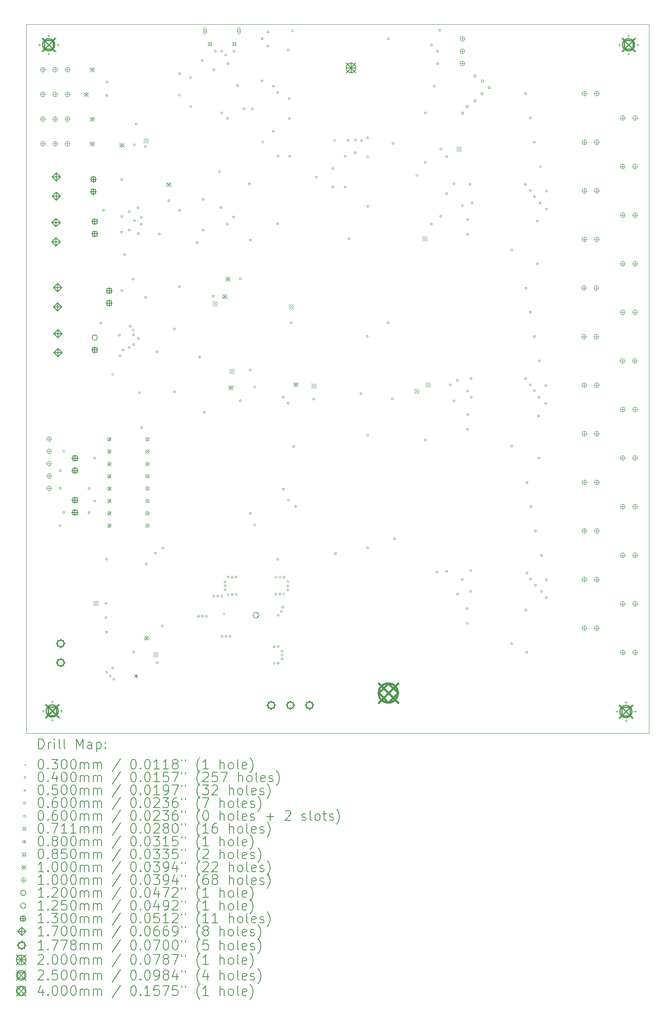
<source format=gbr>
%TF.GenerationSoftware,KiCad,Pcbnew,7.0.10*%
%TF.CreationDate,2024-03-06T16:20:38-05:00*%
%TF.ProjectId,477grp2_pcb,34373767-7270-4325-9f70-63622e6b6963,rev?*%
%TF.SameCoordinates,Original*%
%TF.FileFunction,Drillmap*%
%TF.FilePolarity,Positive*%
%FSLAX45Y45*%
G04 Gerber Fmt 4.5, Leading zero omitted, Abs format (unit mm)*
G04 Created by KiCad (PCBNEW 7.0.10) date 2024-03-06 16:20:38*
%MOMM*%
%LPD*%
G01*
G04 APERTURE LIST*
%ADD10C,0.100000*%
%ADD11C,0.200000*%
%ADD12C,0.120000*%
%ADD13C,0.125000*%
%ADD14C,0.130000*%
%ADD15C,0.170000*%
%ADD16C,0.177800*%
%ADD17C,0.250000*%
%ADD18C,0.400000*%
G04 APERTURE END LIST*
D10*
X2707456Y-3257588D02*
X15529963Y-3257588D01*
X15529963Y-17845112D01*
X2707456Y-17845112D01*
X2707456Y-3257588D01*
D11*
D10*
X6762807Y-15369876D02*
X6792807Y-15399876D01*
X6792807Y-15369876D02*
X6762807Y-15399876D01*
X3423434Y-13570059D02*
G75*
G03*
X3383434Y-13570059I-20000J0D01*
G01*
X3383434Y-13570059D02*
G75*
G03*
X3423434Y-13570059I20000J0D01*
G01*
X3426019Y-12439866D02*
G75*
G03*
X3386019Y-12439866I-20000J0D01*
G01*
X3386019Y-12439866D02*
G75*
G03*
X3426019Y-12439866I20000J0D01*
G01*
X3426019Y-12806928D02*
G75*
G03*
X3386019Y-12806928I-20000J0D01*
G01*
X3386019Y-12806928D02*
G75*
G03*
X3426019Y-12806928I20000J0D01*
G01*
X3498519Y-12043466D02*
G75*
G03*
X3458519Y-12043466I-20000J0D01*
G01*
X3458519Y-12043466D02*
G75*
G03*
X3498519Y-12043466I20000J0D01*
G01*
X3499141Y-13303626D02*
G75*
G03*
X3459141Y-13303626I-20000J0D01*
G01*
X3459141Y-13303626D02*
G75*
G03*
X3499141Y-13303626I20000J0D01*
G01*
X4019787Y-13303060D02*
G75*
G03*
X3979787Y-13303060I-20000J0D01*
G01*
X3979787Y-13303060D02*
G75*
G03*
X4019787Y-13303060I20000J0D01*
G01*
X4020160Y-12810040D02*
G75*
G03*
X3980160Y-12810040I-20000J0D01*
G01*
X3980160Y-12810040D02*
G75*
G03*
X4020160Y-12810040I20000J0D01*
G01*
X4136293Y-13062909D02*
G75*
G03*
X4096293Y-13062909I-20000J0D01*
G01*
X4096293Y-13062909D02*
G75*
G03*
X4136293Y-13062909I20000J0D01*
G01*
X4136321Y-12185074D02*
G75*
G03*
X4096321Y-12185074I-20000J0D01*
G01*
X4096321Y-12185074D02*
G75*
G03*
X4136321Y-12185074I20000J0D01*
G01*
X4261343Y-9406979D02*
G75*
G03*
X4221343Y-9406979I-20000J0D01*
G01*
X4221343Y-9406979D02*
G75*
G03*
X4261343Y-9406979I20000J0D01*
G01*
X4315899Y-7084828D02*
G75*
G03*
X4275899Y-7084828I-20000J0D01*
G01*
X4275899Y-7084828D02*
G75*
G03*
X4315899Y-7084828I20000J0D01*
G01*
X4365109Y-15462624D02*
G75*
G03*
X4325109Y-15462624I-20000J0D01*
G01*
X4325109Y-15462624D02*
G75*
G03*
X4365109Y-15462624I20000J0D01*
G01*
X4367272Y-15172800D02*
G75*
G03*
X4327272Y-15172800I-20000J0D01*
G01*
X4327272Y-15172800D02*
G75*
G03*
X4367272Y-15172800I20000J0D01*
G01*
X4382187Y-15765917D02*
G75*
G03*
X4342187Y-15765917I-20000J0D01*
G01*
X4342187Y-15765917D02*
G75*
G03*
X4382187Y-15765917I20000J0D01*
G01*
X4382194Y-14262936D02*
G75*
G03*
X4342194Y-14262936I-20000J0D01*
G01*
X4342194Y-14262936D02*
G75*
G03*
X4382194Y-14262936I20000J0D01*
G01*
X4382194Y-16592888D02*
G75*
G03*
X4342194Y-16592888I-20000J0D01*
G01*
X4342194Y-16592888D02*
G75*
G03*
X4382194Y-16592888I20000J0D01*
G01*
X4383843Y-4721148D02*
G75*
G03*
X4343843Y-4721148I-20000J0D01*
G01*
X4343843Y-4721148D02*
G75*
G03*
X4383843Y-4721148I20000J0D01*
G01*
X4392706Y-4446494D02*
G75*
G03*
X4352706Y-4446494I-20000J0D01*
G01*
X4352706Y-4446494D02*
G75*
G03*
X4392706Y-4446494I20000J0D01*
G01*
X4456843Y-16665618D02*
G75*
G03*
X4416843Y-16665618I-20000J0D01*
G01*
X4416843Y-16665618D02*
G75*
G03*
X4456843Y-16665618I20000J0D01*
G01*
X4505491Y-16500474D02*
G75*
G03*
X4465491Y-16500474I-20000J0D01*
G01*
X4465491Y-16500474D02*
G75*
G03*
X4505491Y-16500474I20000J0D01*
G01*
X4506992Y-10460541D02*
G75*
G03*
X4466992Y-10460541I-20000J0D01*
G01*
X4466992Y-10460541D02*
G75*
G03*
X4506992Y-10460541I20000J0D01*
G01*
X4530496Y-16733259D02*
G75*
G03*
X4490496Y-16733259I-20000J0D01*
G01*
X4490496Y-16733259D02*
G75*
G03*
X4530496Y-16733259I20000J0D01*
G01*
X4642800Y-9652000D02*
G75*
G03*
X4602800Y-9652000I-20000J0D01*
G01*
X4602800Y-9652000D02*
G75*
G03*
X4642800Y-9652000I20000J0D01*
G01*
X4658721Y-10073547D02*
G75*
G03*
X4618721Y-10073547I-20000J0D01*
G01*
X4618721Y-10073547D02*
G75*
G03*
X4658721Y-10073547I20000J0D01*
G01*
X4688405Y-7531569D02*
G75*
G03*
X4648405Y-7531569I-20000J0D01*
G01*
X4648405Y-7531569D02*
G75*
G03*
X4688405Y-7531569I20000J0D01*
G01*
X4693600Y-6451600D02*
G75*
G03*
X4653600Y-6451600I-20000J0D01*
G01*
X4653600Y-6451600D02*
G75*
G03*
X4693600Y-6451600I20000J0D01*
G01*
X4693600Y-7213600D02*
G75*
G03*
X4653600Y-7213600I-20000J0D01*
G01*
X4653600Y-7213600D02*
G75*
G03*
X4693600Y-7213600I20000J0D01*
G01*
X4693600Y-8737600D02*
G75*
G03*
X4653600Y-8737600I-20000J0D01*
G01*
X4653600Y-8737600D02*
G75*
G03*
X4693600Y-8737600I20000J0D01*
G01*
X4719000Y-9955582D02*
G75*
G03*
X4679000Y-9955582I-20000J0D01*
G01*
X4679000Y-9955582D02*
G75*
G03*
X4719000Y-9955582I20000J0D01*
G01*
X4753607Y-7993778D02*
G75*
G03*
X4713607Y-7993778I-20000J0D01*
G01*
X4713607Y-7993778D02*
G75*
G03*
X4753607Y-7993778I20000J0D01*
G01*
X4846000Y-7112000D02*
G75*
G03*
X4806000Y-7112000I-20000J0D01*
G01*
X4806000Y-7112000D02*
G75*
G03*
X4846000Y-7112000I20000J0D01*
G01*
X4846000Y-7493788D02*
G75*
G03*
X4806000Y-7493788I-20000J0D01*
G01*
X4806000Y-7493788D02*
G75*
G03*
X4846000Y-7493788I20000J0D01*
G01*
X4846000Y-9906000D02*
G75*
G03*
X4806000Y-9906000I-20000J0D01*
G01*
X4806000Y-9906000D02*
G75*
G03*
X4846000Y-9906000I20000J0D01*
G01*
X4864604Y-9468919D02*
G75*
G03*
X4824604Y-9468919I-20000J0D01*
G01*
X4824604Y-9468919D02*
G75*
G03*
X4864604Y-9468919I20000J0D01*
G01*
X4928403Y-8499709D02*
G75*
G03*
X4888403Y-8499709I-20000J0D01*
G01*
X4888403Y-8499709D02*
G75*
G03*
X4928403Y-8499709I20000J0D01*
G01*
X4928933Y-9545481D02*
G75*
G03*
X4888933Y-9545481I-20000J0D01*
G01*
X4888933Y-9545481D02*
G75*
G03*
X4928933Y-9545481I20000J0D01*
G01*
X4935366Y-9847929D02*
G75*
G03*
X4895366Y-9847929I-20000J0D01*
G01*
X4895366Y-9847929D02*
G75*
G03*
X4935366Y-9847929I20000J0D01*
G01*
X4935568Y-9645261D02*
G75*
G03*
X4895568Y-9645261I-20000J0D01*
G01*
X4895568Y-9645261D02*
G75*
G03*
X4935568Y-9645261I20000J0D01*
G01*
X4937655Y-16169262D02*
G75*
G03*
X4897655Y-16169262I-20000J0D01*
G01*
X4897655Y-16169262D02*
G75*
G03*
X4937655Y-16169262I20000J0D01*
G01*
X4952857Y-5736206D02*
G75*
G03*
X4912857Y-5736206I-20000J0D01*
G01*
X4912857Y-5736206D02*
G75*
G03*
X4952857Y-5736206I20000J0D01*
G01*
X4952857Y-7299483D02*
G75*
G03*
X4912857Y-7299483I-20000J0D01*
G01*
X4912857Y-7299483D02*
G75*
G03*
X4952857Y-7299483I20000J0D01*
G01*
X4991029Y-5308925D02*
G75*
G03*
X4951029Y-5308925I-20000J0D01*
G01*
X4951029Y-5308925D02*
G75*
G03*
X4991029Y-5308925I20000J0D01*
G01*
X5025357Y-7031288D02*
G75*
G03*
X4985357Y-7031288I-20000J0D01*
G01*
X4985357Y-7031288D02*
G75*
G03*
X5025357Y-7031288I20000J0D01*
G01*
X5033208Y-9725870D02*
G75*
G03*
X4993208Y-9725870I-20000J0D01*
G01*
X4993208Y-9725870D02*
G75*
G03*
X5033208Y-9725870I20000J0D01*
G01*
X5034054Y-7566288D02*
G75*
G03*
X4994054Y-7566288I-20000J0D01*
G01*
X4994054Y-7566288D02*
G75*
G03*
X5034054Y-7566288I20000J0D01*
G01*
X5058119Y-10836321D02*
G75*
G03*
X5018119Y-10836321I-20000J0D01*
G01*
X5018119Y-10836321D02*
G75*
G03*
X5058119Y-10836321I20000J0D01*
G01*
X5092914Y-7226288D02*
G75*
G03*
X5052914Y-7226288I-20000J0D01*
G01*
X5052914Y-7226288D02*
G75*
G03*
X5092914Y-7226288I20000J0D01*
G01*
X5092914Y-7371288D02*
G75*
G03*
X5052914Y-7371288I-20000J0D01*
G01*
X5052914Y-7371288D02*
G75*
G03*
X5092914Y-7371288I20000J0D01*
G01*
X5100000Y-11557000D02*
G75*
G03*
X5060000Y-11557000I-20000J0D01*
G01*
X5060000Y-11557000D02*
G75*
G03*
X5100000Y-11557000I20000J0D01*
G01*
X5180104Y-8874399D02*
G75*
G03*
X5140104Y-8874399I-20000J0D01*
G01*
X5140104Y-8874399D02*
G75*
G03*
X5180104Y-8874399I20000J0D01*
G01*
X5181655Y-5772301D02*
G75*
G03*
X5141655Y-5772301I-20000J0D01*
G01*
X5141655Y-5772301D02*
G75*
G03*
X5181655Y-5772301I20000J0D01*
G01*
X5198306Y-14365443D02*
G75*
G03*
X5158306Y-14365443I-20000J0D01*
G01*
X5158306Y-14365443D02*
G75*
G03*
X5198306Y-14365443I20000J0D01*
G01*
X5389867Y-14140128D02*
G75*
G03*
X5349867Y-14140128I-20000J0D01*
G01*
X5349867Y-14140128D02*
G75*
G03*
X5389867Y-14140128I20000J0D01*
G01*
X5418931Y-9993706D02*
G75*
G03*
X5378931Y-9993706I-20000J0D01*
G01*
X5378931Y-9993706D02*
G75*
G03*
X5418931Y-9993706I20000J0D01*
G01*
X5421891Y-16393370D02*
G75*
G03*
X5381891Y-16393370I-20000J0D01*
G01*
X5381891Y-16393370D02*
G75*
G03*
X5421891Y-16393370I20000J0D01*
G01*
X5466838Y-7574896D02*
G75*
G03*
X5426838Y-7574896I-20000J0D01*
G01*
X5426838Y-7574896D02*
G75*
G03*
X5466838Y-7574896I20000J0D01*
G01*
X5527054Y-15638550D02*
G75*
G03*
X5487054Y-15638550I-20000J0D01*
G01*
X5487054Y-15638550D02*
G75*
G03*
X5527054Y-15638550I20000J0D01*
G01*
X5537181Y-14038582D02*
G75*
G03*
X5497181Y-14038582I-20000J0D01*
G01*
X5497181Y-14038582D02*
G75*
G03*
X5537181Y-14038582I20000J0D01*
G01*
X5661813Y-6885413D02*
G75*
G03*
X5621813Y-6885413I-20000J0D01*
G01*
X5621813Y-6885413D02*
G75*
G03*
X5661813Y-6885413I20000J0D01*
G01*
X5778213Y-9524418D02*
G75*
G03*
X5738213Y-9524418I-20000J0D01*
G01*
X5738213Y-9524418D02*
G75*
G03*
X5778213Y-9524418I20000J0D01*
G01*
X5778213Y-10820249D02*
G75*
G03*
X5738213Y-10820249I-20000J0D01*
G01*
X5738213Y-10820249D02*
G75*
G03*
X5778213Y-10820249I20000J0D01*
G01*
X5877236Y-4712285D02*
G75*
G03*
X5837236Y-4712285I-20000J0D01*
G01*
X5837236Y-4712285D02*
G75*
G03*
X5877236Y-4712285I20000J0D01*
G01*
X5880706Y-8652277D02*
G75*
G03*
X5840706Y-8652277I-20000J0D01*
G01*
X5840706Y-8652277D02*
G75*
G03*
X5880706Y-8652277I20000J0D01*
G01*
X5881558Y-7079556D02*
G75*
G03*
X5841558Y-7079556I-20000J0D01*
G01*
X5841558Y-7079556D02*
G75*
G03*
X5881558Y-7079556I20000J0D01*
G01*
X5881667Y-4269142D02*
G75*
G03*
X5841667Y-4269142I-20000J0D01*
G01*
X5841667Y-4269142D02*
G75*
G03*
X5881667Y-4269142I20000J0D01*
G01*
X6106395Y-4348722D02*
G75*
G03*
X6066395Y-4348722I-20000J0D01*
G01*
X6066395Y-4348722D02*
G75*
G03*
X6106395Y-4348722I20000J0D01*
G01*
X6113303Y-4948172D02*
G75*
G03*
X6073303Y-4948172I-20000J0D01*
G01*
X6073303Y-4948172D02*
G75*
G03*
X6113303Y-4948172I20000J0D01*
G01*
X6243000Y-7747000D02*
G75*
G03*
X6203000Y-7747000I-20000J0D01*
G01*
X6203000Y-7747000D02*
G75*
G03*
X6243000Y-7747000I20000J0D01*
G01*
X6270685Y-15437204D02*
G75*
G03*
X6230685Y-15437204I-20000J0D01*
G01*
X6230685Y-15437204D02*
G75*
G03*
X6270685Y-15437204I20000J0D01*
G01*
X6298193Y-10105864D02*
G75*
G03*
X6258193Y-10105864I-20000J0D01*
G01*
X6258193Y-10105864D02*
G75*
G03*
X6298193Y-10105864I20000J0D01*
G01*
X6347196Y-3997720D02*
G75*
G03*
X6307196Y-3997720I-20000J0D01*
G01*
X6307196Y-3997720D02*
G75*
G03*
X6347196Y-3997720I20000J0D01*
G01*
X6353700Y-15436716D02*
G75*
G03*
X6313700Y-15436716I-20000J0D01*
G01*
X6313700Y-15436716D02*
G75*
G03*
X6353700Y-15436716I20000J0D01*
G01*
X6370000Y-6858000D02*
G75*
G03*
X6330000Y-6858000I-20000J0D01*
G01*
X6330000Y-6858000D02*
G75*
G03*
X6370000Y-6858000I20000J0D01*
G01*
X6370000Y-7493000D02*
G75*
G03*
X6330000Y-7493000I-20000J0D01*
G01*
X6330000Y-7493000D02*
G75*
G03*
X6370000Y-7493000I20000J0D01*
G01*
X6389846Y-11238451D02*
G75*
G03*
X6349846Y-11238451I-20000J0D01*
G01*
X6349846Y-11238451D02*
G75*
G03*
X6389846Y-11238451I20000J0D01*
G01*
X6433940Y-15436673D02*
G75*
G03*
X6393940Y-15436673I-20000J0D01*
G01*
X6393940Y-15436673D02*
G75*
G03*
X6433940Y-15436673I20000J0D01*
G01*
X6575273Y-8854181D02*
G75*
G03*
X6535273Y-8854181I-20000J0D01*
G01*
X6535273Y-8854181D02*
G75*
G03*
X6575273Y-8854181I20000J0D01*
G01*
X6582904Y-15026540D02*
G75*
G03*
X6542904Y-15026540I-20000J0D01*
G01*
X6542904Y-15026540D02*
G75*
G03*
X6582904Y-15026540I20000J0D01*
G01*
X6585209Y-4191000D02*
G75*
G03*
X6545209Y-4191000I-20000J0D01*
G01*
X6545209Y-4191000D02*
G75*
G03*
X6585209Y-4191000I20000J0D01*
G01*
X6624000Y-3810000D02*
G75*
G03*
X6584000Y-3810000I-20000J0D01*
G01*
X6584000Y-3810000D02*
G75*
G03*
X6624000Y-3810000I20000J0D01*
G01*
X6667647Y-15025686D02*
G75*
G03*
X6627647Y-15025686I-20000J0D01*
G01*
X6627647Y-15025686D02*
G75*
G03*
X6667647Y-15025686I20000J0D01*
G01*
X6699768Y-6288240D02*
G75*
G03*
X6659768Y-6288240I-20000J0D01*
G01*
X6659768Y-6288240D02*
G75*
G03*
X6699768Y-6288240I20000J0D01*
G01*
X6733922Y-7029401D02*
G75*
G03*
X6693922Y-7029401I-20000J0D01*
G01*
X6693922Y-7029401D02*
G75*
G03*
X6733922Y-7029401I20000J0D01*
G01*
X6749882Y-15027604D02*
G75*
G03*
X6709882Y-15027604I-20000J0D01*
G01*
X6709882Y-15027604D02*
G75*
G03*
X6749882Y-15027604I20000J0D01*
G01*
X6751000Y-3810000D02*
G75*
G03*
X6711000Y-3810000I-20000J0D01*
G01*
X6711000Y-3810000D02*
G75*
G03*
X6751000Y-3810000I20000J0D01*
G01*
X6751000Y-5080000D02*
G75*
G03*
X6711000Y-5080000I-20000J0D01*
G01*
X6711000Y-5080000D02*
G75*
G03*
X6751000Y-5080000I20000J0D01*
G01*
X6758988Y-15848799D02*
G75*
G03*
X6718988Y-15848799I-20000J0D01*
G01*
X6718988Y-15848799D02*
G75*
G03*
X6758988Y-15848799I20000J0D01*
G01*
X6819810Y-14730341D02*
G75*
G03*
X6779810Y-14730341I-20000J0D01*
G01*
X6779810Y-14730341D02*
G75*
G03*
X6819810Y-14730341I20000J0D01*
G01*
X6820299Y-14813356D02*
G75*
G03*
X6780299Y-14813356I-20000J0D01*
G01*
X6780299Y-14813356D02*
G75*
G03*
X6820299Y-14813356I20000J0D01*
G01*
X6820342Y-14893596D02*
G75*
G03*
X6780342Y-14893596I-20000J0D01*
G01*
X6780342Y-14893596D02*
G75*
G03*
X6820342Y-14893596I20000J0D01*
G01*
X6831970Y-3885102D02*
G75*
G03*
X6791970Y-3885102I-20000J0D01*
G01*
X6791970Y-3885102D02*
G75*
G03*
X6831970Y-3885102I20000J0D01*
G01*
X6842003Y-15848310D02*
G75*
G03*
X6802003Y-15848310I-20000J0D01*
G01*
X6802003Y-15848310D02*
G75*
G03*
X6842003Y-15848310I20000J0D01*
G01*
X6867160Y-5189744D02*
G75*
G03*
X6827160Y-5189744I-20000J0D01*
G01*
X6827160Y-5189744D02*
G75*
G03*
X6867160Y-5189744I20000J0D01*
G01*
X6867896Y-7364993D02*
G75*
G03*
X6827896Y-7364993I-20000J0D01*
G01*
X6827896Y-7364993D02*
G75*
G03*
X6867896Y-7364993I20000J0D01*
G01*
X6878000Y-4064000D02*
G75*
G03*
X6838000Y-4064000I-20000J0D01*
G01*
X6838000Y-4064000D02*
G75*
G03*
X6878000Y-4064000I20000J0D01*
G01*
X6882945Y-14632189D02*
G75*
G03*
X6842945Y-14632189I-20000J0D01*
G01*
X6842945Y-14632189D02*
G75*
G03*
X6882945Y-14632189I20000J0D01*
G01*
X6883477Y-14990207D02*
G75*
G03*
X6843477Y-14990207I-20000J0D01*
G01*
X6843477Y-14990207D02*
G75*
G03*
X6883477Y-14990207I20000J0D01*
G01*
X6922243Y-15848267D02*
G75*
G03*
X6882243Y-15848267I-20000J0D01*
G01*
X6882243Y-15848267D02*
G75*
G03*
X6922243Y-15848267I20000J0D01*
G01*
X6965960Y-14631700D02*
G75*
G03*
X6925960Y-14631700I-20000J0D01*
G01*
X6925960Y-14631700D02*
G75*
G03*
X6965960Y-14631700I20000J0D01*
G01*
X6966492Y-14989718D02*
G75*
G03*
X6926492Y-14989718I-20000J0D01*
G01*
X6926492Y-14989718D02*
G75*
G03*
X6966492Y-14989718I20000J0D01*
G01*
X6992732Y-7220757D02*
G75*
G03*
X6952732Y-7220757I-20000J0D01*
G01*
X6952732Y-7220757D02*
G75*
G03*
X6992732Y-7220757I20000J0D01*
G01*
X7005000Y-3810000D02*
G75*
G03*
X6965000Y-3810000I-20000J0D01*
G01*
X6965000Y-3810000D02*
G75*
G03*
X7005000Y-3810000I20000J0D01*
G01*
X7046201Y-14631657D02*
G75*
G03*
X7006201Y-14631657I-20000J0D01*
G01*
X7006201Y-14631657D02*
G75*
G03*
X7046201Y-14631657I20000J0D01*
G01*
X7046732Y-14989676D02*
G75*
G03*
X7006732Y-14989676I-20000J0D01*
G01*
X7006732Y-14989676D02*
G75*
G03*
X7046732Y-14989676I20000J0D01*
G01*
X7076840Y-4516677D02*
G75*
G03*
X7036840Y-4516677I-20000J0D01*
G01*
X7036840Y-4516677D02*
G75*
G03*
X7076840Y-4516677I20000J0D01*
G01*
X7132000Y-8492571D02*
G75*
G03*
X7092000Y-8492571I-20000J0D01*
G01*
X7092000Y-8492571D02*
G75*
G03*
X7132000Y-8492571I20000J0D01*
G01*
X7132000Y-11001054D02*
G75*
G03*
X7092000Y-11001054I-20000J0D01*
G01*
X7092000Y-11001054D02*
G75*
G03*
X7132000Y-11001054I20000J0D01*
G01*
X7208394Y-4997022D02*
G75*
G03*
X7168394Y-4997022I-20000J0D01*
G01*
X7168394Y-4997022D02*
G75*
G03*
X7208394Y-4997022I20000J0D01*
G01*
X7321106Y-6541830D02*
G75*
G03*
X7281106Y-6541830I-20000J0D01*
G01*
X7281106Y-6541830D02*
G75*
G03*
X7321106Y-6541830I20000J0D01*
G01*
X7338041Y-10372178D02*
G75*
G03*
X7298041Y-10372178I-20000J0D01*
G01*
X7298041Y-10372178D02*
G75*
G03*
X7338041Y-10372178I20000J0D01*
G01*
X7338041Y-13324258D02*
G75*
G03*
X7298041Y-13324258I-20000J0D01*
G01*
X7298041Y-13324258D02*
G75*
G03*
X7338041Y-13324258I20000J0D01*
G01*
X7344252Y-7696433D02*
G75*
G03*
X7304252Y-7696433I-20000J0D01*
G01*
X7304252Y-7696433D02*
G75*
G03*
X7344252Y-7696433I20000J0D01*
G01*
X7380298Y-4996700D02*
G75*
G03*
X7340298Y-4996700I-20000J0D01*
G01*
X7340298Y-4996700D02*
G75*
G03*
X7380298Y-4996700I20000J0D01*
G01*
X7426125Y-10724062D02*
G75*
G03*
X7386125Y-10724062I-20000J0D01*
G01*
X7386125Y-10724062D02*
G75*
G03*
X7426125Y-10724062I20000J0D01*
G01*
X7426125Y-13558770D02*
G75*
G03*
X7386125Y-13558770I-20000J0D01*
G01*
X7386125Y-13558770D02*
G75*
G03*
X7426125Y-13558770I20000J0D01*
G01*
X7582873Y-4418394D02*
G75*
G03*
X7542873Y-4418394I-20000J0D01*
G01*
X7542873Y-4418394D02*
G75*
G03*
X7582873Y-4418394I20000J0D01*
G01*
X7583815Y-3549339D02*
G75*
G03*
X7543815Y-3549339I-20000J0D01*
G01*
X7543815Y-3549339D02*
G75*
G03*
X7583815Y-3549339I20000J0D01*
G01*
X7595065Y-5676526D02*
G75*
G03*
X7555065Y-5676526I-20000J0D01*
G01*
X7555065Y-5676526D02*
G75*
G03*
X7595065Y-5676526I20000J0D01*
G01*
X7699202Y-3411526D02*
G75*
G03*
X7659202Y-3411526I-20000J0D01*
G01*
X7659202Y-3411526D02*
G75*
G03*
X7699202Y-3411526I20000J0D01*
G01*
X7699202Y-3702981D02*
G75*
G03*
X7659202Y-3702981I-20000J0D01*
G01*
X7659202Y-3702981D02*
G75*
G03*
X7699202Y-3702981I20000J0D01*
G01*
X7812732Y-4529794D02*
G75*
G03*
X7772732Y-4529794I-20000J0D01*
G01*
X7772732Y-4529794D02*
G75*
G03*
X7812732Y-4529794I20000J0D01*
G01*
X7814913Y-5455653D02*
G75*
G03*
X7774913Y-5455653I-20000J0D01*
G01*
X7774913Y-5455653D02*
G75*
G03*
X7814913Y-5455653I20000J0D01*
G01*
X7828971Y-16063856D02*
G75*
G03*
X7788971Y-16063856I-20000J0D01*
G01*
X7788971Y-16063856D02*
G75*
G03*
X7828971Y-16063856I20000J0D01*
G01*
X7832847Y-16403980D02*
G75*
G03*
X7792847Y-16403980I-20000J0D01*
G01*
X7792847Y-16403980D02*
G75*
G03*
X7832847Y-16403980I20000J0D01*
G01*
X7865047Y-14983427D02*
G75*
G03*
X7825047Y-14983427I-20000J0D01*
G01*
X7825047Y-14983427D02*
G75*
G03*
X7865047Y-14983427I20000J0D01*
G01*
X7869833Y-14634050D02*
G75*
G03*
X7829833Y-14634050I-20000J0D01*
G01*
X7829833Y-14634050D02*
G75*
G03*
X7869833Y-14634050I20000J0D01*
G01*
X7901226Y-14268388D02*
G75*
G03*
X7861226Y-14268388I-20000J0D01*
G01*
X7861226Y-14268388D02*
G75*
G03*
X7901226Y-14268388I20000J0D01*
G01*
X7901532Y-7357280D02*
G75*
G03*
X7861532Y-7357280I-20000J0D01*
G01*
X7861532Y-7357280D02*
G75*
G03*
X7901532Y-7357280I20000J0D01*
G01*
X7906449Y-4660810D02*
G75*
G03*
X7866449Y-4660810I-20000J0D01*
G01*
X7866449Y-4660810D02*
G75*
G03*
X7906449Y-4660810I20000J0D01*
G01*
X7910865Y-16062615D02*
G75*
G03*
X7870865Y-16062615I-20000J0D01*
G01*
X7870865Y-16062615D02*
G75*
G03*
X7910865Y-16062615I20000J0D01*
G01*
X7911872Y-5969635D02*
G75*
G03*
X7871872Y-5969635I-20000J0D01*
G01*
X7871872Y-5969635D02*
G75*
G03*
X7911872Y-5969635I20000J0D01*
G01*
X7912801Y-15415810D02*
G75*
G03*
X7872801Y-15415810I-20000J0D01*
G01*
X7872801Y-15415810D02*
G75*
G03*
X7912801Y-15415810I20000J0D01*
G01*
X7914741Y-16402739D02*
G75*
G03*
X7874741Y-16402739I-20000J0D01*
G01*
X7874741Y-16402739D02*
G75*
G03*
X7914741Y-16402739I20000J0D01*
G01*
X7948062Y-14982938D02*
G75*
G03*
X7908062Y-14982938I-20000J0D01*
G01*
X7908062Y-14982938D02*
G75*
G03*
X7948062Y-14982938I20000J0D01*
G01*
X7952848Y-14633562D02*
G75*
G03*
X7912848Y-14633562I-20000J0D01*
G01*
X7912848Y-14633562D02*
G75*
G03*
X7952848Y-14633562I20000J0D01*
G01*
X7979273Y-15340830D02*
G75*
G03*
X7939273Y-15340830I-20000J0D01*
G01*
X7939273Y-15340830D02*
G75*
G03*
X7979273Y-15340830I20000J0D01*
G01*
X7995074Y-16234644D02*
G75*
G03*
X7955074Y-16234644I-20000J0D01*
G01*
X7955074Y-16234644D02*
G75*
G03*
X7995074Y-16234644I20000J0D01*
G01*
X7995783Y-16153549D02*
G75*
G03*
X7955783Y-16153549I-20000J0D01*
G01*
X7955783Y-16153549D02*
G75*
G03*
X7995783Y-16153549I20000J0D01*
G01*
X7996315Y-16316538D02*
G75*
G03*
X7956315Y-16316538I-20000J0D01*
G01*
X7956315Y-16316538D02*
G75*
G03*
X7996315Y-16316538I20000J0D01*
G01*
X8007242Y-15255602D02*
G75*
G03*
X7967242Y-15255602I-20000J0D01*
G01*
X7967242Y-15255602D02*
G75*
G03*
X8007242Y-15255602I20000J0D01*
G01*
X8023804Y-10930684D02*
G75*
G03*
X7983804Y-10930684I-20000J0D01*
G01*
X7983804Y-10930684D02*
G75*
G03*
X8023804Y-10930684I20000J0D01*
G01*
X8023804Y-12825252D02*
G75*
G03*
X7983804Y-12825252I-20000J0D01*
G01*
X7983804Y-12825252D02*
G75*
G03*
X8023804Y-12825252I20000J0D01*
G01*
X8028302Y-14982896D02*
G75*
G03*
X7988302Y-14982896I-20000J0D01*
G01*
X7988302Y-14982896D02*
G75*
G03*
X8028302Y-14982896I20000J0D01*
G01*
X8033088Y-14633519D02*
G75*
G03*
X7993088Y-14633519I-20000J0D01*
G01*
X7993088Y-14633519D02*
G75*
G03*
X8033088Y-14633519I20000J0D01*
G01*
X8112731Y-14901391D02*
G75*
G03*
X8072731Y-14901391I-20000J0D01*
G01*
X8072731Y-14901391D02*
G75*
G03*
X8112731Y-14901391I20000J0D01*
G01*
X8114005Y-14728244D02*
G75*
G03*
X8074005Y-14728244I-20000J0D01*
G01*
X8074005Y-14728244D02*
G75*
G03*
X8114005Y-14728244I20000J0D01*
G01*
X8114005Y-14816091D02*
G75*
G03*
X8074005Y-14816091I-20000J0D01*
G01*
X8074005Y-14816091D02*
G75*
G03*
X8114005Y-14816091I20000J0D01*
G01*
X8118942Y-11053643D02*
G75*
G03*
X8078942Y-11053643I-20000J0D01*
G01*
X8078942Y-11053643D02*
G75*
G03*
X8118942Y-11053643I20000J0D01*
G01*
X8122623Y-13051664D02*
G75*
G03*
X8082623Y-13051664I-20000J0D01*
G01*
X8082623Y-13051664D02*
G75*
G03*
X8122623Y-13051664I20000J0D01*
G01*
X8123040Y-3785040D02*
G75*
G03*
X8083040Y-3785040I-20000J0D01*
G01*
X8083040Y-3785040D02*
G75*
G03*
X8123040Y-3785040I20000J0D01*
G01*
X8139770Y-4785667D02*
G75*
G03*
X8099770Y-4785667I-20000J0D01*
G01*
X8099770Y-4785667D02*
G75*
G03*
X8139770Y-4785667I20000J0D01*
G01*
X8144415Y-5196711D02*
G75*
G03*
X8104415Y-5196711I-20000J0D01*
G01*
X8104415Y-5196711D02*
G75*
G03*
X8144415Y-5196711I20000J0D01*
G01*
X8148000Y-5969000D02*
G75*
G03*
X8108000Y-5969000I-20000J0D01*
G01*
X8108000Y-5969000D02*
G75*
G03*
X8148000Y-5969000I20000J0D01*
G01*
X8184671Y-9398000D02*
G75*
G03*
X8144671Y-9398000I-20000J0D01*
G01*
X8144671Y-9398000D02*
G75*
G03*
X8184671Y-9398000I20000J0D01*
G01*
X8205509Y-3391219D02*
G75*
G03*
X8165509Y-3391219I-20000J0D01*
G01*
X8165509Y-3391219D02*
G75*
G03*
X8205509Y-3391219I20000J0D01*
G01*
X8228948Y-11942486D02*
G75*
G03*
X8188948Y-11942486I-20000J0D01*
G01*
X8188948Y-11942486D02*
G75*
G03*
X8228948Y-11942486I20000J0D01*
G01*
X8271452Y-13179653D02*
G75*
G03*
X8231452Y-13179653I-20000J0D01*
G01*
X8231452Y-13179653D02*
G75*
G03*
X8271452Y-13179653I20000J0D01*
G01*
X8644123Y-10966794D02*
G75*
G03*
X8604123Y-10966794I-20000J0D01*
G01*
X8604123Y-10966794D02*
G75*
G03*
X8644123Y-10966794I20000J0D01*
G01*
X8695963Y-6400094D02*
G75*
G03*
X8655963Y-6400094I-20000J0D01*
G01*
X8655963Y-6400094D02*
G75*
G03*
X8695963Y-6400094I20000J0D01*
G01*
X9037000Y-6223000D02*
G75*
G03*
X8997000Y-6223000I-20000J0D01*
G01*
X8997000Y-6223000D02*
G75*
G03*
X9037000Y-6223000I20000J0D01*
G01*
X9037000Y-6604000D02*
G75*
G03*
X8997000Y-6604000I-20000J0D01*
G01*
X8997000Y-6604000D02*
G75*
G03*
X9037000Y-6604000I20000J0D01*
G01*
X9077194Y-5642096D02*
G75*
G03*
X9037194Y-5642096I-20000J0D01*
G01*
X9037194Y-5642096D02*
G75*
G03*
X9077194Y-5642096I20000J0D01*
G01*
X9091205Y-14148340D02*
G75*
G03*
X9051205Y-14148340I-20000J0D01*
G01*
X9051205Y-14148340D02*
G75*
G03*
X9091205Y-14148340I20000J0D01*
G01*
X9291000Y-5969000D02*
G75*
G03*
X9251000Y-5969000I-20000J0D01*
G01*
X9251000Y-5969000D02*
G75*
G03*
X9291000Y-5969000I20000J0D01*
G01*
X9291000Y-6604000D02*
G75*
G03*
X9251000Y-6604000I-20000J0D01*
G01*
X9251000Y-6604000D02*
G75*
G03*
X9291000Y-6604000I20000J0D01*
G01*
X9355224Y-5640838D02*
G75*
G03*
X9315224Y-5640838I-20000J0D01*
G01*
X9315224Y-5640838D02*
G75*
G03*
X9355224Y-5640838I20000J0D01*
G01*
X9368217Y-7665744D02*
G75*
G03*
X9328217Y-7665744I-20000J0D01*
G01*
X9328217Y-7665744D02*
G75*
G03*
X9368217Y-7665744I20000J0D01*
G01*
X9499044Y-5899228D02*
G75*
G03*
X9459044Y-5899228I-20000J0D01*
G01*
X9459044Y-5899228D02*
G75*
G03*
X9499044Y-5899228I20000J0D01*
G01*
X9503021Y-5634757D02*
G75*
G03*
X9463021Y-5634757I-20000J0D01*
G01*
X9463021Y-5634757D02*
G75*
G03*
X9503021Y-5634757I20000J0D01*
G01*
X9618537Y-10860186D02*
G75*
G03*
X9578537Y-10860186I-20000J0D01*
G01*
X9578537Y-10860186D02*
G75*
G03*
X9618537Y-10860186I20000J0D01*
G01*
X9629230Y-5653098D02*
G75*
G03*
X9589230Y-5653098I-20000J0D01*
G01*
X9589230Y-5653098D02*
G75*
G03*
X9629230Y-5653098I20000J0D01*
G01*
X9746493Y-9679540D02*
G75*
G03*
X9706493Y-9679540I-20000J0D01*
G01*
X9706493Y-9679540D02*
G75*
G03*
X9746493Y-9679540I20000J0D01*
G01*
X9752667Y-5589866D02*
G75*
G03*
X9712667Y-5589866I-20000J0D01*
G01*
X9712667Y-5589866D02*
G75*
G03*
X9752667Y-5589866I20000J0D01*
G01*
X9753886Y-14028958D02*
G75*
G03*
X9713886Y-14028958I-20000J0D01*
G01*
X9713886Y-14028958D02*
G75*
G03*
X9753886Y-14028958I20000J0D01*
G01*
X9754054Y-11713064D02*
G75*
G03*
X9714054Y-11713064I-20000J0D01*
G01*
X9714054Y-11713064D02*
G75*
G03*
X9754054Y-11713064I20000J0D01*
G01*
X9756752Y-5982380D02*
G75*
G03*
X9716752Y-5982380I-20000J0D01*
G01*
X9716752Y-5982380D02*
G75*
G03*
X9756752Y-5982380I20000J0D01*
G01*
X9757550Y-7002446D02*
G75*
G03*
X9717550Y-7002446I-20000J0D01*
G01*
X9717550Y-7002446D02*
G75*
G03*
X9757550Y-7002446I20000J0D01*
G01*
X10180000Y-3556000D02*
G75*
G03*
X10140000Y-3556000I-20000J0D01*
G01*
X10140000Y-3556000D02*
G75*
G03*
X10180000Y-3556000I20000J0D01*
G01*
X10180000Y-9398000D02*
G75*
G03*
X10140000Y-9398000I-20000J0D01*
G01*
X10140000Y-9398000D02*
G75*
G03*
X10180000Y-9398000I20000J0D01*
G01*
X10263730Y-10966794D02*
G75*
G03*
X10223730Y-10966794I-20000J0D01*
G01*
X10223730Y-10966794D02*
G75*
G03*
X10263730Y-10966794I20000J0D01*
G01*
X10278230Y-5707130D02*
G75*
G03*
X10238230Y-5707130I-20000J0D01*
G01*
X10238230Y-5707130D02*
G75*
G03*
X10278230Y-5707130I20000J0D01*
G01*
X10307000Y-13843000D02*
G75*
G03*
X10267000Y-13843000I-20000J0D01*
G01*
X10267000Y-13843000D02*
G75*
G03*
X10307000Y-13843000I20000J0D01*
G01*
X10771062Y-6362144D02*
G75*
G03*
X10731062Y-6362144I-20000J0D01*
G01*
X10731062Y-6362144D02*
G75*
G03*
X10771062Y-6362144I20000J0D01*
G01*
X10942000Y-5080000D02*
G75*
G03*
X10902000Y-5080000I-20000J0D01*
G01*
X10902000Y-5080000D02*
G75*
G03*
X10942000Y-5080000I20000J0D01*
G01*
X10942000Y-6096000D02*
G75*
G03*
X10902000Y-6096000I-20000J0D01*
G01*
X10902000Y-6096000D02*
G75*
G03*
X10942000Y-6096000I20000J0D01*
G01*
X10942000Y-11811000D02*
G75*
G03*
X10902000Y-11811000I-20000J0D01*
G01*
X10902000Y-11811000D02*
G75*
G03*
X10942000Y-11811000I20000J0D01*
G01*
X11069000Y-3683000D02*
G75*
G03*
X11029000Y-3683000I-20000J0D01*
G01*
X11029000Y-3683000D02*
G75*
G03*
X11069000Y-3683000I20000J0D01*
G01*
X11069000Y-7366000D02*
G75*
G03*
X11029000Y-7366000I-20000J0D01*
G01*
X11029000Y-7366000D02*
G75*
G03*
X11069000Y-7366000I20000J0D01*
G01*
X11129588Y-4530618D02*
G75*
G03*
X11089588Y-4530618I-20000J0D01*
G01*
X11089588Y-4530618D02*
G75*
G03*
X11129588Y-4530618I20000J0D01*
G01*
X11184720Y-14531771D02*
G75*
G03*
X11144720Y-14531771I-20000J0D01*
G01*
X11144720Y-14531771D02*
G75*
G03*
X11184720Y-14531771I20000J0D01*
G01*
X11196000Y-3810000D02*
G75*
G03*
X11156000Y-3810000I-20000J0D01*
G01*
X11156000Y-3810000D02*
G75*
G03*
X11196000Y-3810000I20000J0D01*
G01*
X11196000Y-4064000D02*
G75*
G03*
X11156000Y-4064000I-20000J0D01*
G01*
X11156000Y-4064000D02*
G75*
G03*
X11196000Y-4064000I20000J0D01*
G01*
X11236480Y-3376876D02*
G75*
G03*
X11196480Y-3376876I-20000J0D01*
G01*
X11196480Y-3376876D02*
G75*
G03*
X11236480Y-3376876I20000J0D01*
G01*
X11260741Y-5823461D02*
G75*
G03*
X11220741Y-5823461I-20000J0D01*
G01*
X11220741Y-5823461D02*
G75*
G03*
X11260741Y-5823461I20000J0D01*
G01*
X11260741Y-7206796D02*
G75*
G03*
X11220741Y-7206796I-20000J0D01*
G01*
X11220741Y-7206796D02*
G75*
G03*
X11260741Y-7206796I20000J0D01*
G01*
X11378890Y-6739314D02*
G75*
G03*
X11338890Y-6739314I-20000J0D01*
G01*
X11338890Y-6739314D02*
G75*
G03*
X11378890Y-6739314I20000J0D01*
G01*
X11378890Y-14511714D02*
G75*
G03*
X11338890Y-14511714I-20000J0D01*
G01*
X11338890Y-14511714D02*
G75*
G03*
X11378890Y-14511714I20000J0D01*
G01*
X11382245Y-5978619D02*
G75*
G03*
X11342245Y-5978619I-20000J0D01*
G01*
X11342245Y-5978619D02*
G75*
G03*
X11382245Y-5978619I20000J0D01*
G01*
X11455090Y-10676315D02*
G75*
G03*
X11415090Y-10676315I-20000J0D01*
G01*
X11415090Y-10676315D02*
G75*
G03*
X11455090Y-10676315I20000J0D01*
G01*
X11531290Y-6536114D02*
G75*
G03*
X11491290Y-6536114I-20000J0D01*
G01*
X11491290Y-6536114D02*
G75*
G03*
X11531290Y-6536114I20000J0D01*
G01*
X11531290Y-11006515D02*
G75*
G03*
X11491290Y-11006515I-20000J0D01*
G01*
X11491290Y-11006515D02*
G75*
G03*
X11531290Y-11006515I20000J0D01*
G01*
X11604090Y-10582115D02*
G75*
G03*
X11564090Y-10582115I-20000J0D01*
G01*
X11564090Y-10582115D02*
G75*
G03*
X11604090Y-10582115I20000J0D01*
G01*
X11604090Y-14982114D02*
G75*
G03*
X11564090Y-14982114I-20000J0D01*
G01*
X11564090Y-14982114D02*
G75*
G03*
X11604090Y-14982114I20000J0D01*
G01*
X11704090Y-6982114D02*
G75*
G03*
X11664090Y-6982114I-20000J0D01*
G01*
X11664090Y-6982114D02*
G75*
G03*
X11704090Y-6982114I20000J0D01*
G01*
X11704090Y-14682114D02*
G75*
G03*
X11664090Y-14682114I-20000J0D01*
G01*
X11664090Y-14682114D02*
G75*
G03*
X11704090Y-14682114I20000J0D01*
G01*
X11804090Y-15282114D02*
G75*
G03*
X11764090Y-15282114I-20000J0D01*
G01*
X11764090Y-15282114D02*
G75*
G03*
X11804090Y-15282114I20000J0D01*
G01*
X11804090Y-15582114D02*
G75*
G03*
X11764090Y-15582114I-20000J0D01*
G01*
X11764090Y-15582114D02*
G75*
G03*
X11804090Y-15582114I20000J0D01*
G01*
X11810690Y-7272714D02*
G75*
G03*
X11770690Y-7272714I-20000J0D01*
G01*
X11770690Y-7272714D02*
G75*
G03*
X11810690Y-7272714I20000J0D01*
G01*
X11810690Y-7577514D02*
G75*
G03*
X11770690Y-7577514I-20000J0D01*
G01*
X11770690Y-7577514D02*
G75*
G03*
X11810690Y-7577514I20000J0D01*
G01*
X11810690Y-10803315D02*
G75*
G03*
X11770690Y-10803315I-20000J0D01*
G01*
X11770690Y-10803315D02*
G75*
G03*
X11810690Y-10803315I20000J0D01*
G01*
X11810690Y-11285914D02*
G75*
G03*
X11770690Y-11285914I-20000J0D01*
G01*
X11770690Y-11285914D02*
G75*
G03*
X11810690Y-11285914I20000J0D01*
G01*
X11810690Y-11590714D02*
G75*
G03*
X11770690Y-11590714I-20000J0D01*
G01*
X11770690Y-11590714D02*
G75*
G03*
X11810690Y-11590714I20000J0D01*
G01*
X11860848Y-6546653D02*
G75*
G03*
X11820848Y-6546653I-20000J0D01*
G01*
X11820848Y-6546653D02*
G75*
G03*
X11860848Y-6546653I20000J0D01*
G01*
X11872981Y-14927315D02*
G75*
G03*
X11832981Y-14927315I-20000J0D01*
G01*
X11832981Y-14927315D02*
G75*
G03*
X11872981Y-14927315I20000J0D01*
G01*
X11879053Y-14499241D02*
G75*
G03*
X11839053Y-14499241I-20000J0D01*
G01*
X11839053Y-14499241D02*
G75*
G03*
X11879053Y-14499241I20000J0D01*
G01*
X11886148Y-10547615D02*
G75*
G03*
X11846148Y-10547615I-20000J0D01*
G01*
X11846148Y-10547615D02*
G75*
G03*
X11886148Y-10547615I20000J0D01*
G01*
X11888672Y-10929084D02*
G75*
G03*
X11848672Y-10929084I-20000J0D01*
G01*
X11848672Y-10929084D02*
G75*
G03*
X11888672Y-10929084I20000J0D01*
G01*
X11906751Y-6933180D02*
G75*
G03*
X11866751Y-6933180I-20000J0D01*
G01*
X11866751Y-6933180D02*
G75*
G03*
X11906751Y-6933180I20000J0D01*
G01*
X12720000Y-11938000D02*
G75*
G03*
X12680000Y-11938000I-20000J0D01*
G01*
X12680000Y-11938000D02*
G75*
G03*
X12720000Y-11938000I20000J0D01*
G01*
X12720000Y-16002000D02*
G75*
G03*
X12680000Y-16002000I-20000J0D01*
G01*
X12680000Y-16002000D02*
G75*
G03*
X12720000Y-16002000I20000J0D01*
G01*
X12720513Y-7900167D02*
G75*
G03*
X12680513Y-7900167I-20000J0D01*
G01*
X12680513Y-7900167D02*
G75*
G03*
X12720513Y-7900167I20000J0D01*
G01*
X13003392Y-6547114D02*
G75*
G03*
X12963392Y-6547114I-20000J0D01*
G01*
X12963392Y-6547114D02*
G75*
G03*
X13003392Y-6547114I20000J0D01*
G01*
X13003665Y-4681097D02*
G75*
G03*
X12963665Y-4681097I-20000J0D01*
G01*
X12963665Y-4681097D02*
G75*
G03*
X13003665Y-4681097I20000J0D01*
G01*
X13009031Y-10550836D02*
G75*
G03*
X12969031Y-10550836I-20000J0D01*
G01*
X12969031Y-10550836D02*
G75*
G03*
X13009031Y-10550836I20000J0D01*
G01*
X13012314Y-15311444D02*
G75*
G03*
X12972314Y-15311444I-20000J0D01*
G01*
X12972314Y-15311444D02*
G75*
G03*
X13012314Y-15311444I20000J0D01*
G01*
X13013290Y-8688237D02*
G75*
G03*
X12973290Y-8688237I-20000J0D01*
G01*
X12973290Y-8688237D02*
G75*
G03*
X13013290Y-8688237I20000J0D01*
G01*
X13029531Y-16180928D02*
G75*
G03*
X12989531Y-16180928I-20000J0D01*
G01*
X12989531Y-16180928D02*
G75*
G03*
X13029531Y-16180928I20000J0D01*
G01*
X13035427Y-12685496D02*
G75*
G03*
X12995427Y-12685496I-20000J0D01*
G01*
X12995427Y-12685496D02*
G75*
G03*
X13035427Y-12685496I20000J0D01*
G01*
X13035625Y-14548421D02*
G75*
G03*
X12995625Y-14548421I-20000J0D01*
G01*
X12995625Y-14548421D02*
G75*
G03*
X13035625Y-14548421I20000J0D01*
G01*
X13104149Y-9184054D02*
G75*
G03*
X13064149Y-9184054I-20000J0D01*
G01*
X13064149Y-9184054D02*
G75*
G03*
X13104149Y-9184054I20000J0D01*
G01*
X13105945Y-6676145D02*
G75*
G03*
X13065945Y-6676145I-20000J0D01*
G01*
X13065945Y-6676145D02*
G75*
G03*
X13105945Y-6676145I20000J0D01*
G01*
X13106883Y-5182253D02*
G75*
G03*
X13066883Y-5182253I-20000J0D01*
G01*
X13066883Y-5182253D02*
G75*
G03*
X13106883Y-5182253I20000J0D01*
G01*
X13107368Y-10674230D02*
G75*
G03*
X13067368Y-10674230I-20000J0D01*
G01*
X13067368Y-10674230D02*
G75*
G03*
X13107368Y-10674230I20000J0D01*
G01*
X13111891Y-14672378D02*
G75*
G03*
X13071891Y-14672378I-20000J0D01*
G01*
X13071891Y-14672378D02*
G75*
G03*
X13111891Y-14672378I20000J0D01*
G01*
X13118734Y-13181419D02*
G75*
G03*
X13078734Y-13181419I-20000J0D01*
G01*
X13078734Y-13181419D02*
G75*
G03*
X13118734Y-13181419I20000J0D01*
G01*
X13185035Y-5681999D02*
G75*
G03*
X13145035Y-5681999I-20000J0D01*
G01*
X13145035Y-5681999D02*
G75*
G03*
X13185035Y-5681999I20000J0D01*
G01*
X13188366Y-10795308D02*
G75*
G03*
X13148366Y-10795308I-20000J0D01*
G01*
X13148366Y-10795308D02*
G75*
G03*
X13188366Y-10795308I20000J0D01*
G01*
X13188448Y-6802426D02*
G75*
G03*
X13148448Y-6802426I-20000J0D01*
G01*
X13148448Y-6802426D02*
G75*
G03*
X13188448Y-6802426I20000J0D01*
G01*
X13189012Y-9683732D02*
G75*
G03*
X13149012Y-9683732I-20000J0D01*
G01*
X13149012Y-9683732D02*
G75*
G03*
X13189012Y-9683732I20000J0D01*
G01*
X13209157Y-13682611D02*
G75*
G03*
X13169157Y-13682611I-20000J0D01*
G01*
X13169157Y-13682611D02*
G75*
G03*
X13209157Y-13682611I20000J0D01*
G01*
X13209157Y-14798970D02*
G75*
G03*
X13169157Y-14798970I-20000J0D01*
G01*
X13169157Y-14798970D02*
G75*
G03*
X13209157Y-14798970I20000J0D01*
G01*
X13248774Y-7305407D02*
G75*
G03*
X13208774Y-7305407I-20000J0D01*
G01*
X13208774Y-7305407D02*
G75*
G03*
X13248774Y-7305407I20000J0D01*
G01*
X13251323Y-8184797D02*
G75*
G03*
X13211323Y-8184797I-20000J0D01*
G01*
X13211323Y-8184797D02*
G75*
G03*
X13251323Y-8184797I20000J0D01*
G01*
X13273736Y-11313148D02*
G75*
G03*
X13233736Y-11313148I-20000J0D01*
G01*
X13233736Y-11313148D02*
G75*
G03*
X13273736Y-11313148I20000J0D01*
G01*
X13279200Y-12181922D02*
G75*
G03*
X13239200Y-12181922I-20000J0D01*
G01*
X13239200Y-12181922D02*
G75*
G03*
X13279200Y-12181922I20000J0D01*
G01*
X13280087Y-10928779D02*
G75*
G03*
X13240087Y-10928779I-20000J0D01*
G01*
X13240087Y-10928779D02*
G75*
G03*
X13280087Y-10928779I20000J0D01*
G01*
X13289151Y-10183306D02*
G75*
G03*
X13249151Y-10183306I-20000J0D01*
G01*
X13249151Y-10183306D02*
G75*
G03*
X13289151Y-10183306I20000J0D01*
G01*
X13305620Y-6931932D02*
G75*
G03*
X13265620Y-6931932I-20000J0D01*
G01*
X13265620Y-6931932D02*
G75*
G03*
X13305620Y-6931932I20000J0D01*
G01*
X13311787Y-6185731D02*
G75*
G03*
X13271787Y-6185731I-20000J0D01*
G01*
X13271787Y-6185731D02*
G75*
G03*
X13311787Y-6185731I20000J0D01*
G01*
X13332146Y-14184026D02*
G75*
G03*
X13292146Y-14184026I-20000J0D01*
G01*
X13292146Y-14184026D02*
G75*
G03*
X13332146Y-14184026I20000J0D01*
G01*
X13335710Y-14926434D02*
G75*
G03*
X13295710Y-14926434I-20000J0D01*
G01*
X13295710Y-14926434D02*
G75*
G03*
X13335710Y-14926434I20000J0D01*
G01*
X13420571Y-11057934D02*
G75*
G03*
X13380571Y-11057934I-20000J0D01*
G01*
X13380571Y-11057934D02*
G75*
G03*
X13420571Y-11057934I20000J0D01*
G01*
X13422837Y-10690862D02*
G75*
G03*
X13382837Y-10690862I-20000J0D01*
G01*
X13382837Y-10690862D02*
G75*
G03*
X13422837Y-10690862I20000J0D01*
G01*
X13432738Y-15055804D02*
G75*
G03*
X13392738Y-15055804I-20000J0D01*
G01*
X13392738Y-15055804D02*
G75*
G03*
X13432738Y-15055804I20000J0D01*
G01*
X13434640Y-14684816D02*
G75*
G03*
X13394640Y-14684816I-20000J0D01*
G01*
X13394640Y-14684816D02*
G75*
G03*
X13434640Y-14684816I20000J0D01*
G01*
X13441293Y-6688338D02*
G75*
G03*
X13401293Y-6688338I-20000J0D01*
G01*
X13401293Y-6688338D02*
G75*
G03*
X13441293Y-6688338I20000J0D01*
G01*
X13441293Y-7058355D02*
G75*
G03*
X13401293Y-7058355I-20000J0D01*
G01*
X13401293Y-7058355D02*
G75*
G03*
X13441293Y-7058355I20000J0D01*
G01*
X2981917Y-3652417D02*
X2981917Y-3702417D01*
X2956917Y-3677417D02*
X3006917Y-3677417D01*
X3036835Y-3519835D02*
X3036835Y-3569835D01*
X3011835Y-3544835D02*
X3061835Y-3544835D01*
X3036835Y-3785000D02*
X3036835Y-3835000D01*
X3011835Y-3810000D02*
X3061835Y-3810000D01*
X3054000Y-17362834D02*
X3054000Y-17412834D01*
X3029000Y-17387834D02*
X3079000Y-17387834D01*
X3108917Y-17230252D02*
X3108917Y-17280252D01*
X3083917Y-17255252D02*
X3133917Y-17255252D01*
X3108917Y-17495417D02*
X3108917Y-17545417D01*
X3083917Y-17520417D02*
X3133917Y-17520417D01*
X3169417Y-3464917D02*
X3169417Y-3514917D01*
X3144417Y-3489917D02*
X3194417Y-3489917D01*
X3169417Y-3839917D02*
X3169417Y-3889917D01*
X3144417Y-3864917D02*
X3194417Y-3864917D01*
X3241500Y-17175334D02*
X3241500Y-17225334D01*
X3216500Y-17200334D02*
X3266500Y-17200334D01*
X3241500Y-17550334D02*
X3241500Y-17600334D01*
X3216500Y-17575334D02*
X3266500Y-17575334D01*
X3302000Y-3519835D02*
X3302000Y-3569835D01*
X3277000Y-3544835D02*
X3327000Y-3544835D01*
X3302000Y-3785000D02*
X3302000Y-3835000D01*
X3277000Y-3810000D02*
X3327000Y-3810000D01*
X3356917Y-3652417D02*
X3356917Y-3702417D01*
X3331917Y-3677417D02*
X3381917Y-3677417D01*
X3374082Y-17230252D02*
X3374082Y-17280252D01*
X3349082Y-17255252D02*
X3399082Y-17255252D01*
X3374082Y-17495417D02*
X3374082Y-17545417D01*
X3349082Y-17520417D02*
X3399082Y-17520417D01*
X3429000Y-17362834D02*
X3429000Y-17412834D01*
X3404000Y-17387834D02*
X3454000Y-17387834D01*
X14865000Y-17374000D02*
X14865000Y-17424000D01*
X14840000Y-17399000D02*
X14890000Y-17399000D01*
X14919917Y-3652417D02*
X14919917Y-3702417D01*
X14894917Y-3677417D02*
X14944917Y-3677417D01*
X14919917Y-17241418D02*
X14919917Y-17291418D01*
X14894917Y-17266418D02*
X14944917Y-17266418D01*
X14919917Y-17506583D02*
X14919917Y-17556583D01*
X14894917Y-17531583D02*
X14944917Y-17531583D01*
X14974835Y-3519835D02*
X14974835Y-3569835D01*
X14949835Y-3544835D02*
X14999835Y-3544835D01*
X14974835Y-3785000D02*
X14974835Y-3835000D01*
X14949835Y-3810000D02*
X14999835Y-3810000D01*
X15052500Y-17186500D02*
X15052500Y-17236500D01*
X15027500Y-17211500D02*
X15077500Y-17211500D01*
X15052500Y-17561500D02*
X15052500Y-17611500D01*
X15027500Y-17586500D02*
X15077500Y-17586500D01*
X15107417Y-3464917D02*
X15107417Y-3514917D01*
X15082417Y-3489917D02*
X15132417Y-3489917D01*
X15107417Y-3839917D02*
X15107417Y-3889917D01*
X15082417Y-3864917D02*
X15132417Y-3864917D01*
X15185082Y-17241418D02*
X15185082Y-17291418D01*
X15160082Y-17266418D02*
X15210082Y-17266418D01*
X15185082Y-17506583D02*
X15185082Y-17556583D01*
X15160082Y-17531583D02*
X15210082Y-17531583D01*
X15240000Y-3519835D02*
X15240000Y-3569835D01*
X15215000Y-3544835D02*
X15265000Y-3544835D01*
X15240000Y-3785000D02*
X15240000Y-3835000D01*
X15215000Y-3810000D02*
X15265000Y-3810000D01*
X15240000Y-17374000D02*
X15240000Y-17424000D01*
X15215000Y-17399000D02*
X15265000Y-17399000D01*
X15294917Y-3652417D02*
X15294917Y-3702417D01*
X15269917Y-3677417D02*
X15319917Y-3677417D01*
X11705213Y-5101213D02*
X11705213Y-5058787D01*
X11662787Y-5058787D01*
X11662787Y-5101213D01*
X11705213Y-5101213D01*
X11799540Y-4967416D02*
X11799540Y-4924989D01*
X11757113Y-4924989D01*
X11757113Y-4967416D01*
X11799540Y-4967416D01*
X11959213Y-4339213D02*
X11959213Y-4296787D01*
X11916787Y-4296787D01*
X11916787Y-4339213D01*
X11959213Y-4339213D01*
X11959213Y-4847213D02*
X11959213Y-4804787D01*
X11916787Y-4804787D01*
X11916787Y-4847213D01*
X11959213Y-4847213D01*
X12104078Y-4706668D02*
X12104078Y-4664242D01*
X12061651Y-4664242D01*
X12061651Y-4706668D01*
X12104078Y-4706668D01*
X12113959Y-4440272D02*
X12113959Y-4397845D01*
X12071532Y-4397845D01*
X12071532Y-4440272D01*
X12113959Y-4440272D01*
X12261533Y-4574431D02*
X12261533Y-4532004D01*
X12219107Y-4532004D01*
X12219107Y-4574431D01*
X12261533Y-4574431D01*
X6385000Y-3420619D02*
X6415000Y-3390619D01*
X6385000Y-3360619D01*
X6355000Y-3390619D01*
X6385000Y-3420619D01*
X6415000Y-3425619D02*
X6415000Y-3355619D01*
X6415000Y-3355619D02*
G75*
G03*
X6355000Y-3355619I-30000J0D01*
G01*
X6355000Y-3355619D02*
X6355000Y-3425619D01*
X6355000Y-3425619D02*
G75*
G03*
X6415000Y-3425619I30000J0D01*
G01*
X7085000Y-3420619D02*
X7115000Y-3390619D01*
X7085000Y-3360619D01*
X7055000Y-3390619D01*
X7085000Y-3420619D01*
X7055000Y-3355619D02*
X7055000Y-3425619D01*
X7055000Y-3425619D02*
G75*
G03*
X7115000Y-3425619I30000J0D01*
G01*
X7115000Y-3425619D02*
X7115000Y-3355619D01*
X7115000Y-3355619D02*
G75*
G03*
X7055000Y-3355619I-30000J0D01*
G01*
X4380460Y-11757788D02*
X4451580Y-11828908D01*
X4451580Y-11757788D02*
X4380460Y-11828908D01*
X4451580Y-11793348D02*
G75*
G03*
X4380460Y-11793348I-35560J0D01*
G01*
X4380460Y-11793348D02*
G75*
G03*
X4451580Y-11793348I35560J0D01*
G01*
X4380460Y-12011788D02*
X4451580Y-12082908D01*
X4451580Y-12011788D02*
X4380460Y-12082908D01*
X4451580Y-12047348D02*
G75*
G03*
X4380460Y-12047348I-35560J0D01*
G01*
X4380460Y-12047348D02*
G75*
G03*
X4451580Y-12047348I35560J0D01*
G01*
X4380460Y-12265788D02*
X4451580Y-12336908D01*
X4451580Y-12265788D02*
X4380460Y-12336908D01*
X4451580Y-12301348D02*
G75*
G03*
X4380460Y-12301348I-35560J0D01*
G01*
X4380460Y-12301348D02*
G75*
G03*
X4451580Y-12301348I35560J0D01*
G01*
X4380460Y-12519788D02*
X4451580Y-12590908D01*
X4451580Y-12519788D02*
X4380460Y-12590908D01*
X4451580Y-12555348D02*
G75*
G03*
X4380460Y-12555348I-35560J0D01*
G01*
X4380460Y-12555348D02*
G75*
G03*
X4451580Y-12555348I35560J0D01*
G01*
X4380460Y-12773788D02*
X4451580Y-12844908D01*
X4451580Y-12773788D02*
X4380460Y-12844908D01*
X4451580Y-12809348D02*
G75*
G03*
X4380460Y-12809348I-35560J0D01*
G01*
X4380460Y-12809348D02*
G75*
G03*
X4451580Y-12809348I35560J0D01*
G01*
X4380460Y-13027788D02*
X4451580Y-13098908D01*
X4451580Y-13027788D02*
X4380460Y-13098908D01*
X4451580Y-13063348D02*
G75*
G03*
X4380460Y-13063348I-35560J0D01*
G01*
X4380460Y-13063348D02*
G75*
G03*
X4451580Y-13063348I35560J0D01*
G01*
X4380460Y-13281788D02*
X4451580Y-13352908D01*
X4451580Y-13281788D02*
X4380460Y-13352908D01*
X4451580Y-13317348D02*
G75*
G03*
X4380460Y-13317348I-35560J0D01*
G01*
X4380460Y-13317348D02*
G75*
G03*
X4451580Y-13317348I35560J0D01*
G01*
X4380460Y-13535788D02*
X4451580Y-13606908D01*
X4451580Y-13535788D02*
X4380460Y-13606908D01*
X4451580Y-13571348D02*
G75*
G03*
X4380460Y-13571348I-35560J0D01*
G01*
X4380460Y-13571348D02*
G75*
G03*
X4451580Y-13571348I35560J0D01*
G01*
X5167460Y-11757788D02*
X5238580Y-11828908D01*
X5238580Y-11757788D02*
X5167460Y-11828908D01*
X5238580Y-11793348D02*
G75*
G03*
X5167460Y-11793348I-35560J0D01*
G01*
X5167460Y-11793348D02*
G75*
G03*
X5238580Y-11793348I35560J0D01*
G01*
X5167460Y-12011788D02*
X5238580Y-12082908D01*
X5238580Y-12011788D02*
X5167460Y-12082908D01*
X5238580Y-12047348D02*
G75*
G03*
X5167460Y-12047348I-35560J0D01*
G01*
X5167460Y-12047348D02*
G75*
G03*
X5238580Y-12047348I35560J0D01*
G01*
X5167460Y-12265788D02*
X5238580Y-12336908D01*
X5238580Y-12265788D02*
X5167460Y-12336908D01*
X5238580Y-12301348D02*
G75*
G03*
X5167460Y-12301348I-35560J0D01*
G01*
X5167460Y-12301348D02*
G75*
G03*
X5238580Y-12301348I35560J0D01*
G01*
X5167460Y-12519788D02*
X5238580Y-12590908D01*
X5238580Y-12519788D02*
X5167460Y-12590908D01*
X5238580Y-12555348D02*
G75*
G03*
X5167460Y-12555348I-35560J0D01*
G01*
X5167460Y-12555348D02*
G75*
G03*
X5238580Y-12555348I35560J0D01*
G01*
X5167460Y-12773788D02*
X5238580Y-12844908D01*
X5238580Y-12773788D02*
X5167460Y-12844908D01*
X5238580Y-12809348D02*
G75*
G03*
X5167460Y-12809348I-35560J0D01*
G01*
X5167460Y-12809348D02*
G75*
G03*
X5238580Y-12809348I35560J0D01*
G01*
X5167460Y-13027788D02*
X5238580Y-13098908D01*
X5238580Y-13027788D02*
X5167460Y-13098908D01*
X5238580Y-13063348D02*
G75*
G03*
X5167460Y-13063348I-35560J0D01*
G01*
X5167460Y-13063348D02*
G75*
G03*
X5238580Y-13063348I35560J0D01*
G01*
X5167460Y-13281788D02*
X5238580Y-13352908D01*
X5238580Y-13281788D02*
X5167460Y-13352908D01*
X5238580Y-13317348D02*
G75*
G03*
X5167460Y-13317348I-35560J0D01*
G01*
X5167460Y-13317348D02*
G75*
G03*
X5238580Y-13317348I35560J0D01*
G01*
X5167460Y-13535788D02*
X5238580Y-13606908D01*
X5238580Y-13535788D02*
X5167460Y-13606908D01*
X5238580Y-13571348D02*
G75*
G03*
X5167460Y-13571348I-35560J0D01*
G01*
X5167460Y-13571348D02*
G75*
G03*
X5238580Y-13571348I35560J0D01*
G01*
X4925037Y-16627888D02*
X5005037Y-16707888D01*
X5005037Y-16627888D02*
X4925037Y-16707888D01*
X4965037Y-16627888D02*
X4965037Y-16707888D01*
X4925037Y-16667888D02*
X5005037Y-16667888D01*
X6442500Y-3618119D02*
X6527500Y-3703119D01*
X6527500Y-3618119D02*
X6442500Y-3703119D01*
X6515052Y-3690671D02*
X6515052Y-3630567D01*
X6454948Y-3630567D01*
X6454948Y-3690671D01*
X6515052Y-3690671D01*
X6942500Y-3618119D02*
X7027500Y-3703119D01*
X7027500Y-3618119D02*
X6942500Y-3703119D01*
X7015052Y-3690671D02*
X7015052Y-3630567D01*
X6954948Y-3630567D01*
X6954948Y-3690671D01*
X7015052Y-3690671D01*
X3887000Y-4649000D02*
X3987000Y-4749000D01*
X3987000Y-4649000D02*
X3887000Y-4749000D01*
X3937000Y-4749000D02*
X3987000Y-4699000D01*
X3937000Y-4649000D01*
X3887000Y-4699000D01*
X3937000Y-4749000D01*
X4014000Y-4141000D02*
X4114000Y-4241000D01*
X4114000Y-4141000D02*
X4014000Y-4241000D01*
X4064000Y-4241000D02*
X4114000Y-4191000D01*
X4064000Y-4141000D01*
X4014000Y-4191000D01*
X4064000Y-4241000D01*
X4014000Y-5157000D02*
X4114000Y-5257000D01*
X4114000Y-5157000D02*
X4014000Y-5257000D01*
X4064000Y-5257000D02*
X4114000Y-5207000D01*
X4064000Y-5157000D01*
X4014000Y-5207000D01*
X4064000Y-5257000D01*
X4014000Y-5665000D02*
X4114000Y-5765000D01*
X4114000Y-5665000D02*
X4014000Y-5765000D01*
X4064000Y-5765000D02*
X4114000Y-5715000D01*
X4064000Y-5665000D01*
X4014000Y-5715000D01*
X4064000Y-5765000D01*
X4089339Y-15119512D02*
X4189339Y-15219512D01*
X4189339Y-15119512D02*
X4089339Y-15219512D01*
X4139339Y-15219512D02*
X4189339Y-15169512D01*
X4139339Y-15119512D01*
X4089339Y-15169512D01*
X4139339Y-15219512D01*
X4623090Y-5691187D02*
X4723090Y-5791187D01*
X4723090Y-5691187D02*
X4623090Y-5791187D01*
X4673090Y-5791187D02*
X4723090Y-5741187D01*
X4673090Y-5691187D01*
X4623090Y-5741187D01*
X4673090Y-5791187D01*
X5119305Y-5601761D02*
X5219305Y-5701761D01*
X5219305Y-5601761D02*
X5119305Y-5701761D01*
X5169305Y-5701761D02*
X5219305Y-5651761D01*
X5169305Y-5601761D01*
X5119305Y-5651761D01*
X5169305Y-5701761D01*
X5128040Y-15833789D02*
X5228040Y-15933789D01*
X5228040Y-15833789D02*
X5128040Y-15933789D01*
X5178040Y-15933789D02*
X5228040Y-15883789D01*
X5178040Y-15833789D01*
X5128040Y-15883789D01*
X5178040Y-15933789D01*
X5319695Y-16176827D02*
X5419695Y-16276827D01*
X5419695Y-16176827D02*
X5319695Y-16276827D01*
X5369695Y-16276827D02*
X5419695Y-16226827D01*
X5369695Y-16176827D01*
X5319695Y-16226827D01*
X5369695Y-16276827D01*
X5588800Y-6503200D02*
X5688800Y-6603200D01*
X5688800Y-6503200D02*
X5588800Y-6603200D01*
X5638800Y-6603200D02*
X5688800Y-6553200D01*
X5638800Y-6503200D01*
X5588800Y-6553200D01*
X5638800Y-6603200D01*
X6542534Y-8955698D02*
X6642534Y-9055698D01*
X6642534Y-8955698D02*
X6542534Y-9055698D01*
X6592534Y-9055698D02*
X6642534Y-9005698D01*
X6592534Y-8955698D01*
X6542534Y-9005698D01*
X6592534Y-9055698D01*
X6738493Y-8806523D02*
X6838493Y-8906523D01*
X6838493Y-8806523D02*
X6738493Y-8906523D01*
X6788493Y-8906523D02*
X6838493Y-8856523D01*
X6788493Y-8806523D01*
X6738493Y-8856523D01*
X6788493Y-8906523D01*
X6802705Y-8445591D02*
X6902705Y-8545591D01*
X6902705Y-8445591D02*
X6802705Y-8545591D01*
X6852705Y-8545591D02*
X6902705Y-8495591D01*
X6852705Y-8445591D01*
X6802705Y-8495591D01*
X6852705Y-8545591D01*
X6867908Y-10685553D02*
X6967908Y-10785553D01*
X6967908Y-10685553D02*
X6867908Y-10785553D01*
X6917908Y-10785553D02*
X6967908Y-10735553D01*
X6917908Y-10685553D01*
X6867908Y-10735553D01*
X6917908Y-10785553D01*
X6894044Y-10340324D02*
X6994044Y-10440324D01*
X6994044Y-10340324D02*
X6894044Y-10440324D01*
X6944044Y-10440324D02*
X6994044Y-10390324D01*
X6944044Y-10340324D01*
X6894044Y-10390324D01*
X6944044Y-10440324D01*
X8111659Y-9015787D02*
X8211659Y-9115787D01*
X8211659Y-9015787D02*
X8111659Y-9115787D01*
X8161659Y-9115787D02*
X8211659Y-9065787D01*
X8161659Y-9015787D01*
X8111659Y-9065787D01*
X8161659Y-9115787D01*
X8204043Y-10617898D02*
X8304043Y-10717898D01*
X8304043Y-10617898D02*
X8204043Y-10717898D01*
X8254043Y-10717898D02*
X8304043Y-10667898D01*
X8254043Y-10617898D01*
X8204043Y-10667898D01*
X8254043Y-10717898D01*
X8574123Y-10650441D02*
X8674123Y-10750441D01*
X8674123Y-10650441D02*
X8574123Y-10750441D01*
X8624123Y-10750441D02*
X8674123Y-10700441D01*
X8624123Y-10650441D01*
X8574123Y-10700441D01*
X8624123Y-10750441D01*
X10690937Y-10758115D02*
X10790937Y-10858115D01*
X10790937Y-10758115D02*
X10690937Y-10858115D01*
X10740937Y-10858115D02*
X10790937Y-10808115D01*
X10740937Y-10758115D01*
X10690937Y-10808115D01*
X10740937Y-10858115D01*
X10859822Y-7619270D02*
X10959822Y-7719270D01*
X10959822Y-7619270D02*
X10859822Y-7719270D01*
X10909822Y-7719270D02*
X10959822Y-7669270D01*
X10909822Y-7619270D01*
X10859822Y-7669270D01*
X10909822Y-7719270D01*
X10931639Y-10622133D02*
X11031639Y-10722133D01*
X11031639Y-10622133D02*
X10931639Y-10722133D01*
X10981639Y-10722133D02*
X11031639Y-10672133D01*
X10981639Y-10622133D01*
X10931639Y-10672133D01*
X10981639Y-10722133D01*
X11568176Y-5774167D02*
X11668176Y-5874167D01*
X11668176Y-5774167D02*
X11568176Y-5874167D01*
X11618176Y-5874167D02*
X11668176Y-5824167D01*
X11618176Y-5774167D01*
X11568176Y-5824167D01*
X11618176Y-5874167D01*
X3046500Y-4141000D02*
X3046500Y-4241000D01*
X2996500Y-4191000D02*
X3096500Y-4191000D01*
X3096500Y-4191000D02*
G75*
G03*
X2996500Y-4191000I-50000J0D01*
G01*
X2996500Y-4191000D02*
G75*
G03*
X3096500Y-4191000I50000J0D01*
G01*
X3048000Y-4649000D02*
X3048000Y-4749000D01*
X2998000Y-4699000D02*
X3098000Y-4699000D01*
X3098000Y-4699000D02*
G75*
G03*
X2998000Y-4699000I-50000J0D01*
G01*
X2998000Y-4699000D02*
G75*
G03*
X3098000Y-4699000I50000J0D01*
G01*
X3048000Y-5157000D02*
X3048000Y-5257000D01*
X2998000Y-5207000D02*
X3098000Y-5207000D01*
X3098000Y-5207000D02*
G75*
G03*
X2998000Y-5207000I-50000J0D01*
G01*
X2998000Y-5207000D02*
G75*
G03*
X3098000Y-5207000I50000J0D01*
G01*
X3048000Y-5665000D02*
X3048000Y-5765000D01*
X2998000Y-5715000D02*
X3098000Y-5715000D01*
X3098000Y-5715000D02*
G75*
G03*
X2998000Y-5715000I-50000J0D01*
G01*
X2998000Y-5715000D02*
G75*
G03*
X3098000Y-5715000I50000J0D01*
G01*
X3176812Y-11740968D02*
X3176812Y-11840968D01*
X3126812Y-11790968D02*
X3226812Y-11790968D01*
X3226812Y-11790968D02*
G75*
G03*
X3126812Y-11790968I-50000J0D01*
G01*
X3126812Y-11790968D02*
G75*
G03*
X3226812Y-11790968I50000J0D01*
G01*
X3176812Y-11994968D02*
X3176812Y-12094968D01*
X3126812Y-12044968D02*
X3226812Y-12044968D01*
X3226812Y-12044968D02*
G75*
G03*
X3126812Y-12044968I-50000J0D01*
G01*
X3126812Y-12044968D02*
G75*
G03*
X3226812Y-12044968I50000J0D01*
G01*
X3176812Y-12248968D02*
X3176812Y-12348968D01*
X3126812Y-12298968D02*
X3226812Y-12298968D01*
X3226812Y-12298968D02*
G75*
G03*
X3126812Y-12298968I-50000J0D01*
G01*
X3126812Y-12298968D02*
G75*
G03*
X3226812Y-12298968I50000J0D01*
G01*
X3176812Y-12502968D02*
X3176812Y-12602968D01*
X3126812Y-12552968D02*
X3226812Y-12552968D01*
X3226812Y-12552968D02*
G75*
G03*
X3126812Y-12552968I-50000J0D01*
G01*
X3126812Y-12552968D02*
G75*
G03*
X3226812Y-12552968I50000J0D01*
G01*
X3176812Y-12756968D02*
X3176812Y-12856968D01*
X3126812Y-12806968D02*
X3226812Y-12806968D01*
X3226812Y-12806968D02*
G75*
G03*
X3126812Y-12806968I-50000J0D01*
G01*
X3126812Y-12806968D02*
G75*
G03*
X3226812Y-12806968I50000J0D01*
G01*
X3300500Y-4141000D02*
X3300500Y-4241000D01*
X3250500Y-4191000D02*
X3350500Y-4191000D01*
X3350500Y-4191000D02*
G75*
G03*
X3250500Y-4191000I-50000J0D01*
G01*
X3250500Y-4191000D02*
G75*
G03*
X3350500Y-4191000I50000J0D01*
G01*
X3302000Y-4649000D02*
X3302000Y-4749000D01*
X3252000Y-4699000D02*
X3352000Y-4699000D01*
X3352000Y-4699000D02*
G75*
G03*
X3252000Y-4699000I-50000J0D01*
G01*
X3252000Y-4699000D02*
G75*
G03*
X3352000Y-4699000I50000J0D01*
G01*
X3302000Y-5157000D02*
X3302000Y-5257000D01*
X3252000Y-5207000D02*
X3352000Y-5207000D01*
X3352000Y-5207000D02*
G75*
G03*
X3252000Y-5207000I-50000J0D01*
G01*
X3252000Y-5207000D02*
G75*
G03*
X3352000Y-5207000I50000J0D01*
G01*
X3302000Y-5665000D02*
X3302000Y-5765000D01*
X3252000Y-5715000D02*
X3352000Y-5715000D01*
X3352000Y-5715000D02*
G75*
G03*
X3252000Y-5715000I-50000J0D01*
G01*
X3252000Y-5715000D02*
G75*
G03*
X3352000Y-5715000I50000J0D01*
G01*
X3554500Y-4141000D02*
X3554500Y-4241000D01*
X3504500Y-4191000D02*
X3604500Y-4191000D01*
X3604500Y-4191000D02*
G75*
G03*
X3504500Y-4191000I-50000J0D01*
G01*
X3504500Y-4191000D02*
G75*
G03*
X3604500Y-4191000I50000J0D01*
G01*
X3556000Y-4649000D02*
X3556000Y-4749000D01*
X3506000Y-4699000D02*
X3606000Y-4699000D01*
X3606000Y-4699000D02*
G75*
G03*
X3506000Y-4699000I-50000J0D01*
G01*
X3506000Y-4699000D02*
G75*
G03*
X3606000Y-4699000I50000J0D01*
G01*
X3556000Y-5157000D02*
X3556000Y-5257000D01*
X3506000Y-5207000D02*
X3606000Y-5207000D01*
X3606000Y-5207000D02*
G75*
G03*
X3506000Y-5207000I-50000J0D01*
G01*
X3506000Y-5207000D02*
G75*
G03*
X3606000Y-5207000I50000J0D01*
G01*
X3556000Y-5665000D02*
X3556000Y-5765000D01*
X3506000Y-5715000D02*
X3606000Y-5715000D01*
X3606000Y-5715000D02*
G75*
G03*
X3506000Y-5715000I-50000J0D01*
G01*
X3506000Y-5715000D02*
G75*
G03*
X3606000Y-5715000I50000J0D01*
G01*
X11684000Y-3506000D02*
X11684000Y-3606000D01*
X11634000Y-3556000D02*
X11734000Y-3556000D01*
X11734000Y-3556000D02*
G75*
G03*
X11634000Y-3556000I-50000J0D01*
G01*
X11634000Y-3556000D02*
G75*
G03*
X11734000Y-3556000I50000J0D01*
G01*
X11684000Y-3760000D02*
X11684000Y-3860000D01*
X11634000Y-3810000D02*
X11734000Y-3810000D01*
X11734000Y-3810000D02*
G75*
G03*
X11634000Y-3810000I-50000J0D01*
G01*
X11634000Y-3810000D02*
G75*
G03*
X11734000Y-3810000I50000J0D01*
G01*
X11684000Y-4014000D02*
X11684000Y-4114000D01*
X11634000Y-4064000D02*
X11734000Y-4064000D01*
X11734000Y-4064000D02*
G75*
G03*
X11634000Y-4064000I-50000J0D01*
G01*
X11634000Y-4064000D02*
G75*
G03*
X11734000Y-4064000I50000J0D01*
G01*
X14188450Y-8632115D02*
X14188450Y-8732115D01*
X14138450Y-8682115D02*
X14238450Y-8682115D01*
X14238450Y-8682115D02*
G75*
G03*
X14138450Y-8682115I-50000J0D01*
G01*
X14138450Y-8682115D02*
G75*
G03*
X14238450Y-8682115I50000J0D01*
G01*
X14188450Y-9632115D02*
X14188450Y-9732115D01*
X14138450Y-9682115D02*
X14238450Y-9682115D01*
X14238450Y-9682115D02*
G75*
G03*
X14138450Y-9682115I-50000J0D01*
G01*
X14138450Y-9682115D02*
G75*
G03*
X14238450Y-9682115I50000J0D01*
G01*
X14195812Y-4632115D02*
X14195812Y-4732115D01*
X14145812Y-4682115D02*
X14245812Y-4682115D01*
X14245812Y-4682115D02*
G75*
G03*
X14145812Y-4682115I-50000J0D01*
G01*
X14145812Y-4682115D02*
G75*
G03*
X14245812Y-4682115I50000J0D01*
G01*
X14196271Y-10632115D02*
X14196271Y-10732115D01*
X14146271Y-10682115D02*
X14246271Y-10682115D01*
X14246271Y-10682115D02*
G75*
G03*
X14146271Y-10682115I-50000J0D01*
G01*
X14146271Y-10682115D02*
G75*
G03*
X14246271Y-10682115I50000J0D01*
G01*
X14196271Y-11632114D02*
X14196271Y-11732114D01*
X14146271Y-11682114D02*
X14246271Y-11682114D01*
X14246271Y-11682114D02*
G75*
G03*
X14146271Y-11682114I-50000J0D01*
G01*
X14146271Y-11682114D02*
G75*
G03*
X14246271Y-11682114I50000J0D01*
G01*
X14197619Y-5632114D02*
X14197619Y-5732114D01*
X14147619Y-5682114D02*
X14247619Y-5682114D01*
X14247619Y-5682114D02*
G75*
G03*
X14147619Y-5682114I-50000J0D01*
G01*
X14147619Y-5682114D02*
G75*
G03*
X14247619Y-5682114I50000J0D01*
G01*
X14197619Y-6632114D02*
X14197619Y-6732114D01*
X14147619Y-6682114D02*
X14247619Y-6682114D01*
X14247619Y-6682114D02*
G75*
G03*
X14147619Y-6682114I-50000J0D01*
G01*
X14147619Y-6682114D02*
G75*
G03*
X14247619Y-6682114I50000J0D01*
G01*
X14197619Y-7632114D02*
X14197619Y-7732114D01*
X14147619Y-7682114D02*
X14247619Y-7682114D01*
X14247619Y-7682114D02*
G75*
G03*
X14147619Y-7682114I-50000J0D01*
G01*
X14147619Y-7682114D02*
G75*
G03*
X14247619Y-7682114I50000J0D01*
G01*
X14197619Y-12632114D02*
X14197619Y-12732114D01*
X14147619Y-12682114D02*
X14247619Y-12682114D01*
X14247619Y-12682114D02*
G75*
G03*
X14147619Y-12682114I-50000J0D01*
G01*
X14147619Y-12682114D02*
G75*
G03*
X14247619Y-12682114I50000J0D01*
G01*
X14197619Y-13632114D02*
X14197619Y-13732114D01*
X14147619Y-13682114D02*
X14247619Y-13682114D01*
X14247619Y-13682114D02*
G75*
G03*
X14147619Y-13682114I-50000J0D01*
G01*
X14147619Y-13682114D02*
G75*
G03*
X14247619Y-13682114I50000J0D01*
G01*
X14197619Y-14632114D02*
X14197619Y-14732114D01*
X14147619Y-14682114D02*
X14247619Y-14682114D01*
X14247619Y-14682114D02*
G75*
G03*
X14147619Y-14682114I-50000J0D01*
G01*
X14147619Y-14682114D02*
G75*
G03*
X14247619Y-14682114I50000J0D01*
G01*
X14197619Y-15632114D02*
X14197619Y-15732114D01*
X14147619Y-15682114D02*
X14247619Y-15682114D01*
X14247619Y-15682114D02*
G75*
G03*
X14147619Y-15682114I-50000J0D01*
G01*
X14147619Y-15682114D02*
G75*
G03*
X14247619Y-15682114I50000J0D01*
G01*
X14442450Y-8632115D02*
X14442450Y-8732115D01*
X14392450Y-8682115D02*
X14492450Y-8682115D01*
X14492450Y-8682115D02*
G75*
G03*
X14392450Y-8682115I-50000J0D01*
G01*
X14392450Y-8682115D02*
G75*
G03*
X14492450Y-8682115I50000J0D01*
G01*
X14442450Y-9632115D02*
X14442450Y-9732115D01*
X14392450Y-9682115D02*
X14492450Y-9682115D01*
X14492450Y-9682115D02*
G75*
G03*
X14392450Y-9682115I-50000J0D01*
G01*
X14392450Y-9682115D02*
G75*
G03*
X14492450Y-9682115I50000J0D01*
G01*
X14449812Y-4632115D02*
X14449812Y-4732115D01*
X14399812Y-4682115D02*
X14499812Y-4682115D01*
X14499812Y-4682115D02*
G75*
G03*
X14399812Y-4682115I-50000J0D01*
G01*
X14399812Y-4682115D02*
G75*
G03*
X14499812Y-4682115I50000J0D01*
G01*
X14450271Y-10632115D02*
X14450271Y-10732115D01*
X14400271Y-10682115D02*
X14500271Y-10682115D01*
X14500271Y-10682115D02*
G75*
G03*
X14400271Y-10682115I-50000J0D01*
G01*
X14400271Y-10682115D02*
G75*
G03*
X14500271Y-10682115I50000J0D01*
G01*
X14450271Y-11632114D02*
X14450271Y-11732114D01*
X14400271Y-11682114D02*
X14500271Y-11682114D01*
X14500271Y-11682114D02*
G75*
G03*
X14400271Y-11682114I-50000J0D01*
G01*
X14400271Y-11682114D02*
G75*
G03*
X14500271Y-11682114I50000J0D01*
G01*
X14451619Y-5632114D02*
X14451619Y-5732114D01*
X14401619Y-5682114D02*
X14501619Y-5682114D01*
X14501619Y-5682114D02*
G75*
G03*
X14401619Y-5682114I-50000J0D01*
G01*
X14401619Y-5682114D02*
G75*
G03*
X14501619Y-5682114I50000J0D01*
G01*
X14451619Y-6632114D02*
X14451619Y-6732114D01*
X14401619Y-6682114D02*
X14501619Y-6682114D01*
X14501619Y-6682114D02*
G75*
G03*
X14401619Y-6682114I-50000J0D01*
G01*
X14401619Y-6682114D02*
G75*
G03*
X14501619Y-6682114I50000J0D01*
G01*
X14451619Y-7632114D02*
X14451619Y-7732114D01*
X14401619Y-7682114D02*
X14501619Y-7682114D01*
X14501619Y-7682114D02*
G75*
G03*
X14401619Y-7682114I-50000J0D01*
G01*
X14401619Y-7682114D02*
G75*
G03*
X14501619Y-7682114I50000J0D01*
G01*
X14451619Y-12632114D02*
X14451619Y-12732114D01*
X14401619Y-12682114D02*
X14501619Y-12682114D01*
X14501619Y-12682114D02*
G75*
G03*
X14401619Y-12682114I-50000J0D01*
G01*
X14401619Y-12682114D02*
G75*
G03*
X14501619Y-12682114I50000J0D01*
G01*
X14451619Y-13632114D02*
X14451619Y-13732114D01*
X14401619Y-13682114D02*
X14501619Y-13682114D01*
X14501619Y-13682114D02*
G75*
G03*
X14401619Y-13682114I-50000J0D01*
G01*
X14401619Y-13682114D02*
G75*
G03*
X14501619Y-13682114I50000J0D01*
G01*
X14451619Y-14632114D02*
X14451619Y-14732114D01*
X14401619Y-14682114D02*
X14501619Y-14682114D01*
X14501619Y-14682114D02*
G75*
G03*
X14401619Y-14682114I-50000J0D01*
G01*
X14401619Y-14682114D02*
G75*
G03*
X14501619Y-14682114I50000J0D01*
G01*
X14451619Y-15632114D02*
X14451619Y-15732114D01*
X14401619Y-15682114D02*
X14501619Y-15682114D01*
X14501619Y-15682114D02*
G75*
G03*
X14401619Y-15682114I-50000J0D01*
G01*
X14401619Y-15682114D02*
G75*
G03*
X14501619Y-15682114I50000J0D01*
G01*
X14979311Y-10132774D02*
X14979311Y-10232774D01*
X14929311Y-10182774D02*
X15029311Y-10182774D01*
X15029311Y-10182774D02*
G75*
G03*
X14929311Y-10182774I-50000J0D01*
G01*
X14929311Y-10182774D02*
G75*
G03*
X15029311Y-10182774I50000J0D01*
G01*
X14986000Y-5132115D02*
X14986000Y-5232115D01*
X14936000Y-5182115D02*
X15036000Y-5182115D01*
X15036000Y-5182115D02*
G75*
G03*
X14936000Y-5182115I-50000J0D01*
G01*
X14936000Y-5182115D02*
G75*
G03*
X15036000Y-5182115I50000J0D01*
G01*
X14986000Y-6132114D02*
X14986000Y-6232114D01*
X14936000Y-6182114D02*
X15036000Y-6182114D01*
X15036000Y-6182114D02*
G75*
G03*
X14936000Y-6182114I-50000J0D01*
G01*
X14936000Y-6182114D02*
G75*
G03*
X15036000Y-6182114I50000J0D01*
G01*
X14986000Y-7132114D02*
X14986000Y-7232114D01*
X14936000Y-7182114D02*
X15036000Y-7182114D01*
X15036000Y-7182114D02*
G75*
G03*
X14936000Y-7182114I-50000J0D01*
G01*
X14936000Y-7182114D02*
G75*
G03*
X15036000Y-7182114I50000J0D01*
G01*
X14986000Y-8132114D02*
X14986000Y-8232114D01*
X14936000Y-8182114D02*
X15036000Y-8182114D01*
X15036000Y-8182114D02*
G75*
G03*
X14936000Y-8182114I-50000J0D01*
G01*
X14936000Y-8182114D02*
G75*
G03*
X15036000Y-8182114I50000J0D01*
G01*
X14986000Y-9132115D02*
X14986000Y-9232115D01*
X14936000Y-9182115D02*
X15036000Y-9182115D01*
X15036000Y-9182115D02*
G75*
G03*
X14936000Y-9182115I-50000J0D01*
G01*
X14936000Y-9182115D02*
G75*
G03*
X15036000Y-9182115I50000J0D01*
G01*
X14986000Y-11132115D02*
X14986000Y-11232114D01*
X14936000Y-11182115D02*
X15036000Y-11182115D01*
X15036000Y-11182115D02*
G75*
G03*
X14936000Y-11182115I-50000J0D01*
G01*
X14936000Y-11182115D02*
G75*
G03*
X15036000Y-11182115I50000J0D01*
G01*
X14986000Y-12132114D02*
X14986000Y-12232114D01*
X14936000Y-12182114D02*
X15036000Y-12182114D01*
X15036000Y-12182114D02*
G75*
G03*
X14936000Y-12182114I-50000J0D01*
G01*
X14936000Y-12182114D02*
G75*
G03*
X15036000Y-12182114I50000J0D01*
G01*
X14986000Y-13132114D02*
X14986000Y-13232114D01*
X14936000Y-13182114D02*
X15036000Y-13182114D01*
X15036000Y-13182114D02*
G75*
G03*
X14936000Y-13182114I-50000J0D01*
G01*
X14936000Y-13182114D02*
G75*
G03*
X15036000Y-13182114I50000J0D01*
G01*
X14986000Y-14132114D02*
X14986000Y-14232114D01*
X14936000Y-14182114D02*
X15036000Y-14182114D01*
X15036000Y-14182114D02*
G75*
G03*
X14936000Y-14182114I-50000J0D01*
G01*
X14936000Y-14182114D02*
G75*
G03*
X15036000Y-14182114I50000J0D01*
G01*
X14986000Y-15132114D02*
X14986000Y-15232114D01*
X14936000Y-15182114D02*
X15036000Y-15182114D01*
X15036000Y-15182114D02*
G75*
G03*
X14936000Y-15182114I-50000J0D01*
G01*
X14936000Y-15182114D02*
G75*
G03*
X15036000Y-15182114I50000J0D01*
G01*
X14986000Y-16132114D02*
X14986000Y-16232114D01*
X14936000Y-16182114D02*
X15036000Y-16182114D01*
X15036000Y-16182114D02*
G75*
G03*
X14936000Y-16182114I-50000J0D01*
G01*
X14936000Y-16182114D02*
G75*
G03*
X15036000Y-16182114I50000J0D01*
G01*
X15233311Y-10132774D02*
X15233311Y-10232774D01*
X15183311Y-10182774D02*
X15283311Y-10182774D01*
X15283311Y-10182774D02*
G75*
G03*
X15183311Y-10182774I-50000J0D01*
G01*
X15183311Y-10182774D02*
G75*
G03*
X15283311Y-10182774I50000J0D01*
G01*
X15240000Y-5132115D02*
X15240000Y-5232115D01*
X15190000Y-5182115D02*
X15290000Y-5182115D01*
X15290000Y-5182115D02*
G75*
G03*
X15190000Y-5182115I-50000J0D01*
G01*
X15190000Y-5182115D02*
G75*
G03*
X15290000Y-5182115I50000J0D01*
G01*
X15240000Y-6132114D02*
X15240000Y-6232114D01*
X15190000Y-6182114D02*
X15290000Y-6182114D01*
X15290000Y-6182114D02*
G75*
G03*
X15190000Y-6182114I-50000J0D01*
G01*
X15190000Y-6182114D02*
G75*
G03*
X15290000Y-6182114I50000J0D01*
G01*
X15240000Y-7132114D02*
X15240000Y-7232114D01*
X15190000Y-7182114D02*
X15290000Y-7182114D01*
X15290000Y-7182114D02*
G75*
G03*
X15190000Y-7182114I-50000J0D01*
G01*
X15190000Y-7182114D02*
G75*
G03*
X15290000Y-7182114I50000J0D01*
G01*
X15240000Y-8132114D02*
X15240000Y-8232114D01*
X15190000Y-8182114D02*
X15290000Y-8182114D01*
X15290000Y-8182114D02*
G75*
G03*
X15190000Y-8182114I-50000J0D01*
G01*
X15190000Y-8182114D02*
G75*
G03*
X15290000Y-8182114I50000J0D01*
G01*
X15240000Y-9132115D02*
X15240000Y-9232115D01*
X15190000Y-9182115D02*
X15290000Y-9182115D01*
X15290000Y-9182115D02*
G75*
G03*
X15190000Y-9182115I-50000J0D01*
G01*
X15190000Y-9182115D02*
G75*
G03*
X15290000Y-9182115I50000J0D01*
G01*
X15240000Y-11132115D02*
X15240000Y-11232114D01*
X15190000Y-11182115D02*
X15290000Y-11182115D01*
X15290000Y-11182115D02*
G75*
G03*
X15190000Y-11182115I-50000J0D01*
G01*
X15190000Y-11182115D02*
G75*
G03*
X15290000Y-11182115I50000J0D01*
G01*
X15240000Y-12132114D02*
X15240000Y-12232114D01*
X15190000Y-12182114D02*
X15290000Y-12182114D01*
X15290000Y-12182114D02*
G75*
G03*
X15190000Y-12182114I-50000J0D01*
G01*
X15190000Y-12182114D02*
G75*
G03*
X15290000Y-12182114I50000J0D01*
G01*
X15240000Y-13132114D02*
X15240000Y-13232114D01*
X15190000Y-13182114D02*
X15290000Y-13182114D01*
X15290000Y-13182114D02*
G75*
G03*
X15190000Y-13182114I-50000J0D01*
G01*
X15190000Y-13182114D02*
G75*
G03*
X15290000Y-13182114I50000J0D01*
G01*
X15240000Y-14132114D02*
X15240000Y-14232114D01*
X15190000Y-14182114D02*
X15290000Y-14182114D01*
X15290000Y-14182114D02*
G75*
G03*
X15190000Y-14182114I-50000J0D01*
G01*
X15190000Y-14182114D02*
G75*
G03*
X15290000Y-14182114I50000J0D01*
G01*
X15240000Y-15132114D02*
X15240000Y-15232114D01*
X15190000Y-15182114D02*
X15290000Y-15182114D01*
X15290000Y-15182114D02*
G75*
G03*
X15190000Y-15182114I-50000J0D01*
G01*
X15190000Y-15182114D02*
G75*
G03*
X15290000Y-15182114I50000J0D01*
G01*
X15240000Y-16132114D02*
X15240000Y-16232114D01*
X15190000Y-16182114D02*
X15290000Y-16182114D01*
X15290000Y-16182114D02*
G75*
G03*
X15190000Y-16182114I-50000J0D01*
G01*
X15190000Y-16182114D02*
G75*
G03*
X15290000Y-16182114I50000J0D01*
G01*
D12*
X4157227Y-9745227D02*
X4157227Y-9660373D01*
X4072373Y-9660373D01*
X4072373Y-9745227D01*
X4157227Y-9745227D01*
X4174800Y-9702800D02*
G75*
G03*
X4054800Y-9702800I-60000J0D01*
G01*
X4054800Y-9702800D02*
G75*
G03*
X4174800Y-9702800I60000J0D01*
G01*
D13*
X7433601Y-15475913D02*
X7496101Y-15413413D01*
X7433601Y-15350913D01*
X7371101Y-15413413D01*
X7433601Y-15475913D01*
X7496101Y-15413413D02*
G75*
G03*
X7371101Y-15413413I-62500J0D01*
G01*
X7371101Y-15413413D02*
G75*
G03*
X7496101Y-15413413I62500J0D01*
G01*
D14*
X3708397Y-12120443D02*
X3708397Y-12250443D01*
X3643397Y-12185443D02*
X3773397Y-12185443D01*
X3754359Y-12231405D02*
X3754359Y-12139481D01*
X3662434Y-12139481D01*
X3662434Y-12231405D01*
X3754359Y-12231405D01*
X3708397Y-12374443D02*
X3708397Y-12504443D01*
X3643397Y-12439443D02*
X3773397Y-12439443D01*
X3754359Y-12485405D02*
X3754359Y-12393481D01*
X3662434Y-12393481D01*
X3662434Y-12485405D01*
X3754359Y-12485405D01*
X3708397Y-12984461D02*
X3708397Y-13114461D01*
X3643397Y-13049461D02*
X3773397Y-13049461D01*
X3754359Y-13095423D02*
X3754359Y-13003499D01*
X3662434Y-13003499D01*
X3662434Y-13095423D01*
X3754359Y-13095423D01*
X3708397Y-13238461D02*
X3708397Y-13368461D01*
X3643397Y-13303461D02*
X3773397Y-13303461D01*
X3754359Y-13349423D02*
X3754359Y-13257499D01*
X3662434Y-13257499D01*
X3662434Y-13349423D01*
X3754359Y-13349423D01*
X4087689Y-6381468D02*
X4087689Y-6511468D01*
X4022689Y-6446468D02*
X4152689Y-6446468D01*
X4133651Y-6492431D02*
X4133651Y-6400506D01*
X4041726Y-6400506D01*
X4041726Y-6492431D01*
X4133651Y-6492431D01*
X4087689Y-6635468D02*
X4087689Y-6765468D01*
X4022689Y-6700468D02*
X4152689Y-6700468D01*
X4133651Y-6746431D02*
X4133651Y-6654506D01*
X4041726Y-6654506D01*
X4041726Y-6746431D01*
X4133651Y-6746431D01*
X4114800Y-7250200D02*
X4114800Y-7380200D01*
X4049800Y-7315200D02*
X4179800Y-7315200D01*
X4160762Y-7361162D02*
X4160762Y-7269238D01*
X4068838Y-7269238D01*
X4068838Y-7361162D01*
X4160762Y-7361162D01*
X4114800Y-7504200D02*
X4114800Y-7634200D01*
X4049800Y-7569200D02*
X4179800Y-7569200D01*
X4160762Y-7615162D02*
X4160762Y-7523238D01*
X4068838Y-7523238D01*
X4068838Y-7615162D01*
X4160762Y-7615162D01*
X4114800Y-9891800D02*
X4114800Y-10021800D01*
X4049800Y-9956800D02*
X4179800Y-9956800D01*
X4160762Y-10002762D02*
X4160762Y-9910838D01*
X4068838Y-9910838D01*
X4068838Y-10002762D01*
X4160762Y-10002762D01*
X4415155Y-8673240D02*
X4415155Y-8803240D01*
X4350155Y-8738240D02*
X4480155Y-8738240D01*
X4461118Y-8784202D02*
X4461118Y-8692278D01*
X4369193Y-8692278D01*
X4369193Y-8784202D01*
X4461118Y-8784202D01*
X4415155Y-8927240D02*
X4415155Y-9057240D01*
X4350155Y-8992240D02*
X4480155Y-8992240D01*
X4461118Y-9038202D02*
X4461118Y-8946278D01*
X4369193Y-8946278D01*
X4369193Y-9038202D01*
X4461118Y-9038202D01*
D15*
X3321751Y-7254326D02*
X3321751Y-7424326D01*
X3236751Y-7339326D02*
X3406751Y-7339326D01*
X3321751Y-7424326D02*
X3406751Y-7339326D01*
X3321751Y-7254326D01*
X3236751Y-7339326D01*
X3321751Y-7424326D01*
X3321751Y-7650326D02*
X3321751Y-7820326D01*
X3236751Y-7735326D02*
X3406751Y-7735326D01*
X3321751Y-7820326D02*
X3406751Y-7735326D01*
X3321751Y-7650326D01*
X3236751Y-7735326D01*
X3321751Y-7820326D01*
X3322663Y-6312133D02*
X3322663Y-6482133D01*
X3237663Y-6397133D02*
X3407663Y-6397133D01*
X3322663Y-6482133D02*
X3407663Y-6397133D01*
X3322663Y-6312133D01*
X3237663Y-6397133D01*
X3322663Y-6482133D01*
X3322663Y-6708133D02*
X3322663Y-6878133D01*
X3237663Y-6793133D02*
X3407663Y-6793133D01*
X3322663Y-6878133D02*
X3407663Y-6793133D01*
X3322663Y-6708133D01*
X3237663Y-6793133D01*
X3322663Y-6878133D01*
X3349475Y-8590858D02*
X3349475Y-8760858D01*
X3264475Y-8675858D02*
X3434475Y-8675858D01*
X3349475Y-8760858D02*
X3434475Y-8675858D01*
X3349475Y-8590858D01*
X3264475Y-8675858D01*
X3349475Y-8760858D01*
X3349475Y-8986858D02*
X3349475Y-9156858D01*
X3264475Y-9071858D02*
X3434475Y-9071858D01*
X3349475Y-9156858D02*
X3434475Y-9071858D01*
X3349475Y-8986858D01*
X3264475Y-9071858D01*
X3349475Y-9156858D01*
X3357293Y-9534208D02*
X3357293Y-9704208D01*
X3272293Y-9619208D02*
X3442293Y-9619208D01*
X3357293Y-9704208D02*
X3442293Y-9619208D01*
X3357293Y-9534208D01*
X3272293Y-9619208D01*
X3357293Y-9704208D01*
X3357293Y-9930208D02*
X3357293Y-10100208D01*
X3272293Y-10015208D02*
X3442293Y-10015208D01*
X3357293Y-10100208D02*
X3442293Y-10015208D01*
X3357293Y-9930208D01*
X3272293Y-10015208D01*
X3357293Y-10100208D01*
D16*
X3417027Y-16086768D02*
X3505927Y-15997868D01*
X3417027Y-15908968D01*
X3328127Y-15997868D01*
X3417027Y-16086768D01*
X3479890Y-16060730D02*
X3479890Y-15935006D01*
X3354165Y-15935006D01*
X3354165Y-16060730D01*
X3479890Y-16060730D01*
X3417027Y-16482768D02*
X3505927Y-16393868D01*
X3417027Y-16304968D01*
X3328127Y-16393868D01*
X3417027Y-16482768D01*
X3479890Y-16456730D02*
X3479890Y-16331006D01*
X3354165Y-16331006D01*
X3354165Y-16456730D01*
X3479890Y-16456730D01*
X7748029Y-17357285D02*
X7836929Y-17268385D01*
X7748029Y-17179485D01*
X7659129Y-17268385D01*
X7748029Y-17357285D01*
X7810892Y-17331248D02*
X7810892Y-17205523D01*
X7685167Y-17205523D01*
X7685167Y-17331248D01*
X7810892Y-17331248D01*
X8144029Y-17357285D02*
X8232929Y-17268385D01*
X8144029Y-17179485D01*
X8055129Y-17268385D01*
X8144029Y-17357285D01*
X8206892Y-17331248D02*
X8206892Y-17205523D01*
X8081167Y-17205523D01*
X8081167Y-17331248D01*
X8206892Y-17331248D01*
X8540030Y-17357285D02*
X8628930Y-17268385D01*
X8540030Y-17179485D01*
X8451130Y-17268385D01*
X8540030Y-17357285D01*
X8602892Y-17331248D02*
X8602892Y-17205523D01*
X8477167Y-17205523D01*
X8477167Y-17331248D01*
X8602892Y-17331248D01*
D11*
X9292944Y-4051641D02*
X9492944Y-4251641D01*
X9492944Y-4051641D02*
X9292944Y-4251641D01*
X9392944Y-4051641D02*
X9392944Y-4251641D01*
X9292944Y-4151641D02*
X9492944Y-4151641D01*
X9492944Y-4151641D02*
G75*
G03*
X9292944Y-4151641I-100000J0D01*
G01*
X9292944Y-4151641D02*
G75*
G03*
X9492944Y-4151641I100000J0D01*
G01*
D17*
X3044417Y-3552417D02*
X3294417Y-3802417D01*
X3294417Y-3552417D02*
X3044417Y-3802417D01*
X3257807Y-3765807D02*
X3257807Y-3589028D01*
X3081028Y-3589028D01*
X3081028Y-3765807D01*
X3257807Y-3765807D01*
X3294417Y-3677417D02*
G75*
G03*
X3044417Y-3677417I-125000J0D01*
G01*
X3044417Y-3677417D02*
G75*
G03*
X3294417Y-3677417I125000J0D01*
G01*
X3116500Y-17262834D02*
X3366500Y-17512834D01*
X3366500Y-17262834D02*
X3116500Y-17512834D01*
X3329889Y-17476223D02*
X3329889Y-17299445D01*
X3153111Y-17299445D01*
X3153111Y-17476223D01*
X3329889Y-17476223D01*
X3366500Y-17387834D02*
G75*
G03*
X3116500Y-17387834I-125000J0D01*
G01*
X3116500Y-17387834D02*
G75*
G03*
X3366500Y-17387834I125000J0D01*
G01*
X14927500Y-17274000D02*
X15177500Y-17524000D01*
X15177500Y-17274000D02*
X14927500Y-17524000D01*
X15140889Y-17487389D02*
X15140889Y-17310611D01*
X14964111Y-17310611D01*
X14964111Y-17487389D01*
X15140889Y-17487389D01*
X15177500Y-17399000D02*
G75*
G03*
X14927500Y-17399000I-125000J0D01*
G01*
X14927500Y-17399000D02*
G75*
G03*
X15177500Y-17399000I125000J0D01*
G01*
X14982417Y-3552417D02*
X15232417Y-3802417D01*
X15232417Y-3552417D02*
X14982417Y-3802417D01*
X15195807Y-3765807D02*
X15195807Y-3589028D01*
X15019028Y-3589028D01*
X15019028Y-3765807D01*
X15195807Y-3765807D01*
X15232417Y-3677417D02*
G75*
G03*
X14982417Y-3677417I-125000J0D01*
G01*
X14982417Y-3677417D02*
G75*
G03*
X15232417Y-3677417I125000J0D01*
G01*
D18*
X9960000Y-16818000D02*
X10360000Y-17218000D01*
X10360000Y-16818000D02*
X9960000Y-17218000D01*
X10160000Y-17218000D02*
X10360000Y-17018000D01*
X10160000Y-16818000D01*
X9960000Y-17018000D01*
X10160000Y-17218000D01*
X10360000Y-17018000D02*
G75*
G03*
X9960000Y-17018000I-200000J0D01*
G01*
X9960000Y-17018000D02*
G75*
G03*
X10360000Y-17018000I200000J0D01*
G01*
D11*
X2963233Y-18161596D02*
X2963233Y-17961596D01*
X2963233Y-17961596D02*
X3010852Y-17961596D01*
X3010852Y-17961596D02*
X3039423Y-17971120D01*
X3039423Y-17971120D02*
X3058471Y-17990167D01*
X3058471Y-17990167D02*
X3067995Y-18009215D01*
X3067995Y-18009215D02*
X3077519Y-18047310D01*
X3077519Y-18047310D02*
X3077519Y-18075882D01*
X3077519Y-18075882D02*
X3067995Y-18113977D01*
X3067995Y-18113977D02*
X3058471Y-18133024D01*
X3058471Y-18133024D02*
X3039423Y-18152072D01*
X3039423Y-18152072D02*
X3010852Y-18161596D01*
X3010852Y-18161596D02*
X2963233Y-18161596D01*
X3163233Y-18161596D02*
X3163233Y-18028263D01*
X3163233Y-18066358D02*
X3172757Y-18047310D01*
X3172757Y-18047310D02*
X3182281Y-18037786D01*
X3182281Y-18037786D02*
X3201328Y-18028263D01*
X3201328Y-18028263D02*
X3220376Y-18028263D01*
X3287042Y-18161596D02*
X3287042Y-18028263D01*
X3287042Y-17961596D02*
X3277519Y-17971120D01*
X3277519Y-17971120D02*
X3287042Y-17980644D01*
X3287042Y-17980644D02*
X3296566Y-17971120D01*
X3296566Y-17971120D02*
X3287042Y-17961596D01*
X3287042Y-17961596D02*
X3287042Y-17980644D01*
X3410852Y-18161596D02*
X3391804Y-18152072D01*
X3391804Y-18152072D02*
X3382281Y-18133024D01*
X3382281Y-18133024D02*
X3382281Y-17961596D01*
X3515614Y-18161596D02*
X3496566Y-18152072D01*
X3496566Y-18152072D02*
X3487042Y-18133024D01*
X3487042Y-18133024D02*
X3487042Y-17961596D01*
X3744185Y-18161596D02*
X3744185Y-17961596D01*
X3744185Y-17961596D02*
X3810852Y-18104453D01*
X3810852Y-18104453D02*
X3877519Y-17961596D01*
X3877519Y-17961596D02*
X3877519Y-18161596D01*
X4058471Y-18161596D02*
X4058471Y-18056834D01*
X4058471Y-18056834D02*
X4048947Y-18037786D01*
X4048947Y-18037786D02*
X4029900Y-18028263D01*
X4029900Y-18028263D02*
X3991804Y-18028263D01*
X3991804Y-18028263D02*
X3972757Y-18037786D01*
X4058471Y-18152072D02*
X4039423Y-18161596D01*
X4039423Y-18161596D02*
X3991804Y-18161596D01*
X3991804Y-18161596D02*
X3972757Y-18152072D01*
X3972757Y-18152072D02*
X3963233Y-18133024D01*
X3963233Y-18133024D02*
X3963233Y-18113977D01*
X3963233Y-18113977D02*
X3972757Y-18094929D01*
X3972757Y-18094929D02*
X3991804Y-18085405D01*
X3991804Y-18085405D02*
X4039423Y-18085405D01*
X4039423Y-18085405D02*
X4058471Y-18075882D01*
X4153709Y-18028263D02*
X4153709Y-18228263D01*
X4153709Y-18037786D02*
X4172757Y-18028263D01*
X4172757Y-18028263D02*
X4210852Y-18028263D01*
X4210852Y-18028263D02*
X4229900Y-18037786D01*
X4229900Y-18037786D02*
X4239424Y-18047310D01*
X4239424Y-18047310D02*
X4248947Y-18066358D01*
X4248947Y-18066358D02*
X4248947Y-18123501D01*
X4248947Y-18123501D02*
X4239424Y-18142548D01*
X4239424Y-18142548D02*
X4229900Y-18152072D01*
X4229900Y-18152072D02*
X4210852Y-18161596D01*
X4210852Y-18161596D02*
X4172757Y-18161596D01*
X4172757Y-18161596D02*
X4153709Y-18152072D01*
X4334662Y-18142548D02*
X4344185Y-18152072D01*
X4344185Y-18152072D02*
X4334662Y-18161596D01*
X4334662Y-18161596D02*
X4325138Y-18152072D01*
X4325138Y-18152072D02*
X4334662Y-18142548D01*
X4334662Y-18142548D02*
X4334662Y-18161596D01*
X4334662Y-18037786D02*
X4344185Y-18047310D01*
X4344185Y-18047310D02*
X4334662Y-18056834D01*
X4334662Y-18056834D02*
X4325138Y-18047310D01*
X4325138Y-18047310D02*
X4334662Y-18037786D01*
X4334662Y-18037786D02*
X4334662Y-18056834D01*
D10*
X2672456Y-18475112D02*
X2702456Y-18505112D01*
X2702456Y-18475112D02*
X2672456Y-18505112D01*
D11*
X3001328Y-18381596D02*
X3020376Y-18381596D01*
X3020376Y-18381596D02*
X3039423Y-18391120D01*
X3039423Y-18391120D02*
X3048947Y-18400644D01*
X3048947Y-18400644D02*
X3058471Y-18419691D01*
X3058471Y-18419691D02*
X3067995Y-18457786D01*
X3067995Y-18457786D02*
X3067995Y-18505405D01*
X3067995Y-18505405D02*
X3058471Y-18543501D01*
X3058471Y-18543501D02*
X3048947Y-18562548D01*
X3048947Y-18562548D02*
X3039423Y-18572072D01*
X3039423Y-18572072D02*
X3020376Y-18581596D01*
X3020376Y-18581596D02*
X3001328Y-18581596D01*
X3001328Y-18581596D02*
X2982281Y-18572072D01*
X2982281Y-18572072D02*
X2972757Y-18562548D01*
X2972757Y-18562548D02*
X2963233Y-18543501D01*
X2963233Y-18543501D02*
X2953709Y-18505405D01*
X2953709Y-18505405D02*
X2953709Y-18457786D01*
X2953709Y-18457786D02*
X2963233Y-18419691D01*
X2963233Y-18419691D02*
X2972757Y-18400644D01*
X2972757Y-18400644D02*
X2982281Y-18391120D01*
X2982281Y-18391120D02*
X3001328Y-18381596D01*
X3153709Y-18562548D02*
X3163233Y-18572072D01*
X3163233Y-18572072D02*
X3153709Y-18581596D01*
X3153709Y-18581596D02*
X3144185Y-18572072D01*
X3144185Y-18572072D02*
X3153709Y-18562548D01*
X3153709Y-18562548D02*
X3153709Y-18581596D01*
X3229900Y-18381596D02*
X3353709Y-18381596D01*
X3353709Y-18381596D02*
X3287042Y-18457786D01*
X3287042Y-18457786D02*
X3315614Y-18457786D01*
X3315614Y-18457786D02*
X3334662Y-18467310D01*
X3334662Y-18467310D02*
X3344185Y-18476834D01*
X3344185Y-18476834D02*
X3353709Y-18495882D01*
X3353709Y-18495882D02*
X3353709Y-18543501D01*
X3353709Y-18543501D02*
X3344185Y-18562548D01*
X3344185Y-18562548D02*
X3334662Y-18572072D01*
X3334662Y-18572072D02*
X3315614Y-18581596D01*
X3315614Y-18581596D02*
X3258471Y-18581596D01*
X3258471Y-18581596D02*
X3239423Y-18572072D01*
X3239423Y-18572072D02*
X3229900Y-18562548D01*
X3477519Y-18381596D02*
X3496566Y-18381596D01*
X3496566Y-18381596D02*
X3515614Y-18391120D01*
X3515614Y-18391120D02*
X3525138Y-18400644D01*
X3525138Y-18400644D02*
X3534662Y-18419691D01*
X3534662Y-18419691D02*
X3544185Y-18457786D01*
X3544185Y-18457786D02*
X3544185Y-18505405D01*
X3544185Y-18505405D02*
X3534662Y-18543501D01*
X3534662Y-18543501D02*
X3525138Y-18562548D01*
X3525138Y-18562548D02*
X3515614Y-18572072D01*
X3515614Y-18572072D02*
X3496566Y-18581596D01*
X3496566Y-18581596D02*
X3477519Y-18581596D01*
X3477519Y-18581596D02*
X3458471Y-18572072D01*
X3458471Y-18572072D02*
X3448947Y-18562548D01*
X3448947Y-18562548D02*
X3439423Y-18543501D01*
X3439423Y-18543501D02*
X3429900Y-18505405D01*
X3429900Y-18505405D02*
X3429900Y-18457786D01*
X3429900Y-18457786D02*
X3439423Y-18419691D01*
X3439423Y-18419691D02*
X3448947Y-18400644D01*
X3448947Y-18400644D02*
X3458471Y-18391120D01*
X3458471Y-18391120D02*
X3477519Y-18381596D01*
X3667995Y-18381596D02*
X3687043Y-18381596D01*
X3687043Y-18381596D02*
X3706090Y-18391120D01*
X3706090Y-18391120D02*
X3715614Y-18400644D01*
X3715614Y-18400644D02*
X3725138Y-18419691D01*
X3725138Y-18419691D02*
X3734662Y-18457786D01*
X3734662Y-18457786D02*
X3734662Y-18505405D01*
X3734662Y-18505405D02*
X3725138Y-18543501D01*
X3725138Y-18543501D02*
X3715614Y-18562548D01*
X3715614Y-18562548D02*
X3706090Y-18572072D01*
X3706090Y-18572072D02*
X3687043Y-18581596D01*
X3687043Y-18581596D02*
X3667995Y-18581596D01*
X3667995Y-18581596D02*
X3648947Y-18572072D01*
X3648947Y-18572072D02*
X3639423Y-18562548D01*
X3639423Y-18562548D02*
X3629900Y-18543501D01*
X3629900Y-18543501D02*
X3620376Y-18505405D01*
X3620376Y-18505405D02*
X3620376Y-18457786D01*
X3620376Y-18457786D02*
X3629900Y-18419691D01*
X3629900Y-18419691D02*
X3639423Y-18400644D01*
X3639423Y-18400644D02*
X3648947Y-18391120D01*
X3648947Y-18391120D02*
X3667995Y-18381596D01*
X3820376Y-18581596D02*
X3820376Y-18448263D01*
X3820376Y-18467310D02*
X3829900Y-18457786D01*
X3829900Y-18457786D02*
X3848947Y-18448263D01*
X3848947Y-18448263D02*
X3877519Y-18448263D01*
X3877519Y-18448263D02*
X3896566Y-18457786D01*
X3896566Y-18457786D02*
X3906090Y-18476834D01*
X3906090Y-18476834D02*
X3906090Y-18581596D01*
X3906090Y-18476834D02*
X3915614Y-18457786D01*
X3915614Y-18457786D02*
X3934662Y-18448263D01*
X3934662Y-18448263D02*
X3963233Y-18448263D01*
X3963233Y-18448263D02*
X3982281Y-18457786D01*
X3982281Y-18457786D02*
X3991804Y-18476834D01*
X3991804Y-18476834D02*
X3991804Y-18581596D01*
X4087043Y-18581596D02*
X4087043Y-18448263D01*
X4087043Y-18467310D02*
X4096566Y-18457786D01*
X4096566Y-18457786D02*
X4115614Y-18448263D01*
X4115614Y-18448263D02*
X4144185Y-18448263D01*
X4144185Y-18448263D02*
X4163233Y-18457786D01*
X4163233Y-18457786D02*
X4172757Y-18476834D01*
X4172757Y-18476834D02*
X4172757Y-18581596D01*
X4172757Y-18476834D02*
X4182281Y-18457786D01*
X4182281Y-18457786D02*
X4201328Y-18448263D01*
X4201328Y-18448263D02*
X4229900Y-18448263D01*
X4229900Y-18448263D02*
X4248947Y-18457786D01*
X4248947Y-18457786D02*
X4258471Y-18476834D01*
X4258471Y-18476834D02*
X4258471Y-18581596D01*
X4648947Y-18372072D02*
X4477519Y-18629215D01*
X4906090Y-18381596D02*
X4925138Y-18381596D01*
X4925138Y-18381596D02*
X4944186Y-18391120D01*
X4944186Y-18391120D02*
X4953709Y-18400644D01*
X4953709Y-18400644D02*
X4963233Y-18419691D01*
X4963233Y-18419691D02*
X4972757Y-18457786D01*
X4972757Y-18457786D02*
X4972757Y-18505405D01*
X4972757Y-18505405D02*
X4963233Y-18543501D01*
X4963233Y-18543501D02*
X4953709Y-18562548D01*
X4953709Y-18562548D02*
X4944186Y-18572072D01*
X4944186Y-18572072D02*
X4925138Y-18581596D01*
X4925138Y-18581596D02*
X4906090Y-18581596D01*
X4906090Y-18581596D02*
X4887043Y-18572072D01*
X4887043Y-18572072D02*
X4877519Y-18562548D01*
X4877519Y-18562548D02*
X4867995Y-18543501D01*
X4867995Y-18543501D02*
X4858471Y-18505405D01*
X4858471Y-18505405D02*
X4858471Y-18457786D01*
X4858471Y-18457786D02*
X4867995Y-18419691D01*
X4867995Y-18419691D02*
X4877519Y-18400644D01*
X4877519Y-18400644D02*
X4887043Y-18391120D01*
X4887043Y-18391120D02*
X4906090Y-18381596D01*
X5058471Y-18562548D02*
X5067995Y-18572072D01*
X5067995Y-18572072D02*
X5058471Y-18581596D01*
X5058471Y-18581596D02*
X5048948Y-18572072D01*
X5048948Y-18572072D02*
X5058471Y-18562548D01*
X5058471Y-18562548D02*
X5058471Y-18581596D01*
X5191805Y-18381596D02*
X5210852Y-18381596D01*
X5210852Y-18381596D02*
X5229900Y-18391120D01*
X5229900Y-18391120D02*
X5239424Y-18400644D01*
X5239424Y-18400644D02*
X5248948Y-18419691D01*
X5248948Y-18419691D02*
X5258471Y-18457786D01*
X5258471Y-18457786D02*
X5258471Y-18505405D01*
X5258471Y-18505405D02*
X5248948Y-18543501D01*
X5248948Y-18543501D02*
X5239424Y-18562548D01*
X5239424Y-18562548D02*
X5229900Y-18572072D01*
X5229900Y-18572072D02*
X5210852Y-18581596D01*
X5210852Y-18581596D02*
X5191805Y-18581596D01*
X5191805Y-18581596D02*
X5172757Y-18572072D01*
X5172757Y-18572072D02*
X5163233Y-18562548D01*
X5163233Y-18562548D02*
X5153709Y-18543501D01*
X5153709Y-18543501D02*
X5144186Y-18505405D01*
X5144186Y-18505405D02*
X5144186Y-18457786D01*
X5144186Y-18457786D02*
X5153709Y-18419691D01*
X5153709Y-18419691D02*
X5163233Y-18400644D01*
X5163233Y-18400644D02*
X5172757Y-18391120D01*
X5172757Y-18391120D02*
X5191805Y-18381596D01*
X5448948Y-18581596D02*
X5334662Y-18581596D01*
X5391805Y-18581596D02*
X5391805Y-18381596D01*
X5391805Y-18381596D02*
X5372757Y-18410167D01*
X5372757Y-18410167D02*
X5353709Y-18429215D01*
X5353709Y-18429215D02*
X5334662Y-18438739D01*
X5639424Y-18581596D02*
X5525138Y-18581596D01*
X5582281Y-18581596D02*
X5582281Y-18381596D01*
X5582281Y-18381596D02*
X5563233Y-18410167D01*
X5563233Y-18410167D02*
X5544186Y-18429215D01*
X5544186Y-18429215D02*
X5525138Y-18438739D01*
X5753709Y-18467310D02*
X5734662Y-18457786D01*
X5734662Y-18457786D02*
X5725138Y-18448263D01*
X5725138Y-18448263D02*
X5715614Y-18429215D01*
X5715614Y-18429215D02*
X5715614Y-18419691D01*
X5715614Y-18419691D02*
X5725138Y-18400644D01*
X5725138Y-18400644D02*
X5734662Y-18391120D01*
X5734662Y-18391120D02*
X5753709Y-18381596D01*
X5753709Y-18381596D02*
X5791805Y-18381596D01*
X5791805Y-18381596D02*
X5810852Y-18391120D01*
X5810852Y-18391120D02*
X5820376Y-18400644D01*
X5820376Y-18400644D02*
X5829900Y-18419691D01*
X5829900Y-18419691D02*
X5829900Y-18429215D01*
X5829900Y-18429215D02*
X5820376Y-18448263D01*
X5820376Y-18448263D02*
X5810852Y-18457786D01*
X5810852Y-18457786D02*
X5791805Y-18467310D01*
X5791805Y-18467310D02*
X5753709Y-18467310D01*
X5753709Y-18467310D02*
X5734662Y-18476834D01*
X5734662Y-18476834D02*
X5725138Y-18486358D01*
X5725138Y-18486358D02*
X5715614Y-18505405D01*
X5715614Y-18505405D02*
X5715614Y-18543501D01*
X5715614Y-18543501D02*
X5725138Y-18562548D01*
X5725138Y-18562548D02*
X5734662Y-18572072D01*
X5734662Y-18572072D02*
X5753709Y-18581596D01*
X5753709Y-18581596D02*
X5791805Y-18581596D01*
X5791805Y-18581596D02*
X5810852Y-18572072D01*
X5810852Y-18572072D02*
X5820376Y-18562548D01*
X5820376Y-18562548D02*
X5829900Y-18543501D01*
X5829900Y-18543501D02*
X5829900Y-18505405D01*
X5829900Y-18505405D02*
X5820376Y-18486358D01*
X5820376Y-18486358D02*
X5810852Y-18476834D01*
X5810852Y-18476834D02*
X5791805Y-18467310D01*
X5906090Y-18381596D02*
X5906090Y-18419691D01*
X5982281Y-18381596D02*
X5982281Y-18419691D01*
X6277519Y-18657786D02*
X6267995Y-18648263D01*
X6267995Y-18648263D02*
X6248948Y-18619691D01*
X6248948Y-18619691D02*
X6239424Y-18600644D01*
X6239424Y-18600644D02*
X6229900Y-18572072D01*
X6229900Y-18572072D02*
X6220376Y-18524453D01*
X6220376Y-18524453D02*
X6220376Y-18486358D01*
X6220376Y-18486358D02*
X6229900Y-18438739D01*
X6229900Y-18438739D02*
X6239424Y-18410167D01*
X6239424Y-18410167D02*
X6248948Y-18391120D01*
X6248948Y-18391120D02*
X6267995Y-18362548D01*
X6267995Y-18362548D02*
X6277519Y-18353024D01*
X6458471Y-18581596D02*
X6344186Y-18581596D01*
X6401328Y-18581596D02*
X6401328Y-18381596D01*
X6401328Y-18381596D02*
X6382281Y-18410167D01*
X6382281Y-18410167D02*
X6363233Y-18429215D01*
X6363233Y-18429215D02*
X6344186Y-18438739D01*
X6696567Y-18581596D02*
X6696567Y-18381596D01*
X6782281Y-18581596D02*
X6782281Y-18476834D01*
X6782281Y-18476834D02*
X6772757Y-18457786D01*
X6772757Y-18457786D02*
X6753710Y-18448263D01*
X6753710Y-18448263D02*
X6725138Y-18448263D01*
X6725138Y-18448263D02*
X6706090Y-18457786D01*
X6706090Y-18457786D02*
X6696567Y-18467310D01*
X6906090Y-18581596D02*
X6887043Y-18572072D01*
X6887043Y-18572072D02*
X6877519Y-18562548D01*
X6877519Y-18562548D02*
X6867995Y-18543501D01*
X6867995Y-18543501D02*
X6867995Y-18486358D01*
X6867995Y-18486358D02*
X6877519Y-18467310D01*
X6877519Y-18467310D02*
X6887043Y-18457786D01*
X6887043Y-18457786D02*
X6906090Y-18448263D01*
X6906090Y-18448263D02*
X6934662Y-18448263D01*
X6934662Y-18448263D02*
X6953710Y-18457786D01*
X6953710Y-18457786D02*
X6963233Y-18467310D01*
X6963233Y-18467310D02*
X6972757Y-18486358D01*
X6972757Y-18486358D02*
X6972757Y-18543501D01*
X6972757Y-18543501D02*
X6963233Y-18562548D01*
X6963233Y-18562548D02*
X6953710Y-18572072D01*
X6953710Y-18572072D02*
X6934662Y-18581596D01*
X6934662Y-18581596D02*
X6906090Y-18581596D01*
X7087043Y-18581596D02*
X7067995Y-18572072D01*
X7067995Y-18572072D02*
X7058471Y-18553024D01*
X7058471Y-18553024D02*
X7058471Y-18381596D01*
X7239424Y-18572072D02*
X7220376Y-18581596D01*
X7220376Y-18581596D02*
X7182281Y-18581596D01*
X7182281Y-18581596D02*
X7163233Y-18572072D01*
X7163233Y-18572072D02*
X7153710Y-18553024D01*
X7153710Y-18553024D02*
X7153710Y-18476834D01*
X7153710Y-18476834D02*
X7163233Y-18457786D01*
X7163233Y-18457786D02*
X7182281Y-18448263D01*
X7182281Y-18448263D02*
X7220376Y-18448263D01*
X7220376Y-18448263D02*
X7239424Y-18457786D01*
X7239424Y-18457786D02*
X7248948Y-18476834D01*
X7248948Y-18476834D02*
X7248948Y-18495882D01*
X7248948Y-18495882D02*
X7153710Y-18514929D01*
X7315614Y-18657786D02*
X7325138Y-18648263D01*
X7325138Y-18648263D02*
X7344186Y-18619691D01*
X7344186Y-18619691D02*
X7353710Y-18600644D01*
X7353710Y-18600644D02*
X7363233Y-18572072D01*
X7363233Y-18572072D02*
X7372757Y-18524453D01*
X7372757Y-18524453D02*
X7372757Y-18486358D01*
X7372757Y-18486358D02*
X7363233Y-18438739D01*
X7363233Y-18438739D02*
X7353710Y-18410167D01*
X7353710Y-18410167D02*
X7344186Y-18391120D01*
X7344186Y-18391120D02*
X7325138Y-18362548D01*
X7325138Y-18362548D02*
X7315614Y-18353024D01*
D10*
X2702456Y-18754112D02*
G75*
G03*
X2662456Y-18754112I-20000J0D01*
G01*
X2662456Y-18754112D02*
G75*
G03*
X2702456Y-18754112I20000J0D01*
G01*
D11*
X3001328Y-18645596D02*
X3020376Y-18645596D01*
X3020376Y-18645596D02*
X3039423Y-18655120D01*
X3039423Y-18655120D02*
X3048947Y-18664644D01*
X3048947Y-18664644D02*
X3058471Y-18683691D01*
X3058471Y-18683691D02*
X3067995Y-18721786D01*
X3067995Y-18721786D02*
X3067995Y-18769405D01*
X3067995Y-18769405D02*
X3058471Y-18807501D01*
X3058471Y-18807501D02*
X3048947Y-18826548D01*
X3048947Y-18826548D02*
X3039423Y-18836072D01*
X3039423Y-18836072D02*
X3020376Y-18845596D01*
X3020376Y-18845596D02*
X3001328Y-18845596D01*
X3001328Y-18845596D02*
X2982281Y-18836072D01*
X2982281Y-18836072D02*
X2972757Y-18826548D01*
X2972757Y-18826548D02*
X2963233Y-18807501D01*
X2963233Y-18807501D02*
X2953709Y-18769405D01*
X2953709Y-18769405D02*
X2953709Y-18721786D01*
X2953709Y-18721786D02*
X2963233Y-18683691D01*
X2963233Y-18683691D02*
X2972757Y-18664644D01*
X2972757Y-18664644D02*
X2982281Y-18655120D01*
X2982281Y-18655120D02*
X3001328Y-18645596D01*
X3153709Y-18826548D02*
X3163233Y-18836072D01*
X3163233Y-18836072D02*
X3153709Y-18845596D01*
X3153709Y-18845596D02*
X3144185Y-18836072D01*
X3144185Y-18836072D02*
X3153709Y-18826548D01*
X3153709Y-18826548D02*
X3153709Y-18845596D01*
X3334662Y-18712263D02*
X3334662Y-18845596D01*
X3287042Y-18636072D02*
X3239423Y-18778929D01*
X3239423Y-18778929D02*
X3363233Y-18778929D01*
X3477519Y-18645596D02*
X3496566Y-18645596D01*
X3496566Y-18645596D02*
X3515614Y-18655120D01*
X3515614Y-18655120D02*
X3525138Y-18664644D01*
X3525138Y-18664644D02*
X3534662Y-18683691D01*
X3534662Y-18683691D02*
X3544185Y-18721786D01*
X3544185Y-18721786D02*
X3544185Y-18769405D01*
X3544185Y-18769405D02*
X3534662Y-18807501D01*
X3534662Y-18807501D02*
X3525138Y-18826548D01*
X3525138Y-18826548D02*
X3515614Y-18836072D01*
X3515614Y-18836072D02*
X3496566Y-18845596D01*
X3496566Y-18845596D02*
X3477519Y-18845596D01*
X3477519Y-18845596D02*
X3458471Y-18836072D01*
X3458471Y-18836072D02*
X3448947Y-18826548D01*
X3448947Y-18826548D02*
X3439423Y-18807501D01*
X3439423Y-18807501D02*
X3429900Y-18769405D01*
X3429900Y-18769405D02*
X3429900Y-18721786D01*
X3429900Y-18721786D02*
X3439423Y-18683691D01*
X3439423Y-18683691D02*
X3448947Y-18664644D01*
X3448947Y-18664644D02*
X3458471Y-18655120D01*
X3458471Y-18655120D02*
X3477519Y-18645596D01*
X3667995Y-18645596D02*
X3687043Y-18645596D01*
X3687043Y-18645596D02*
X3706090Y-18655120D01*
X3706090Y-18655120D02*
X3715614Y-18664644D01*
X3715614Y-18664644D02*
X3725138Y-18683691D01*
X3725138Y-18683691D02*
X3734662Y-18721786D01*
X3734662Y-18721786D02*
X3734662Y-18769405D01*
X3734662Y-18769405D02*
X3725138Y-18807501D01*
X3725138Y-18807501D02*
X3715614Y-18826548D01*
X3715614Y-18826548D02*
X3706090Y-18836072D01*
X3706090Y-18836072D02*
X3687043Y-18845596D01*
X3687043Y-18845596D02*
X3667995Y-18845596D01*
X3667995Y-18845596D02*
X3648947Y-18836072D01*
X3648947Y-18836072D02*
X3639423Y-18826548D01*
X3639423Y-18826548D02*
X3629900Y-18807501D01*
X3629900Y-18807501D02*
X3620376Y-18769405D01*
X3620376Y-18769405D02*
X3620376Y-18721786D01*
X3620376Y-18721786D02*
X3629900Y-18683691D01*
X3629900Y-18683691D02*
X3639423Y-18664644D01*
X3639423Y-18664644D02*
X3648947Y-18655120D01*
X3648947Y-18655120D02*
X3667995Y-18645596D01*
X3820376Y-18845596D02*
X3820376Y-18712263D01*
X3820376Y-18731310D02*
X3829900Y-18721786D01*
X3829900Y-18721786D02*
X3848947Y-18712263D01*
X3848947Y-18712263D02*
X3877519Y-18712263D01*
X3877519Y-18712263D02*
X3896566Y-18721786D01*
X3896566Y-18721786D02*
X3906090Y-18740834D01*
X3906090Y-18740834D02*
X3906090Y-18845596D01*
X3906090Y-18740834D02*
X3915614Y-18721786D01*
X3915614Y-18721786D02*
X3934662Y-18712263D01*
X3934662Y-18712263D02*
X3963233Y-18712263D01*
X3963233Y-18712263D02*
X3982281Y-18721786D01*
X3982281Y-18721786D02*
X3991804Y-18740834D01*
X3991804Y-18740834D02*
X3991804Y-18845596D01*
X4087043Y-18845596D02*
X4087043Y-18712263D01*
X4087043Y-18731310D02*
X4096566Y-18721786D01*
X4096566Y-18721786D02*
X4115614Y-18712263D01*
X4115614Y-18712263D02*
X4144185Y-18712263D01*
X4144185Y-18712263D02*
X4163233Y-18721786D01*
X4163233Y-18721786D02*
X4172757Y-18740834D01*
X4172757Y-18740834D02*
X4172757Y-18845596D01*
X4172757Y-18740834D02*
X4182281Y-18721786D01*
X4182281Y-18721786D02*
X4201328Y-18712263D01*
X4201328Y-18712263D02*
X4229900Y-18712263D01*
X4229900Y-18712263D02*
X4248947Y-18721786D01*
X4248947Y-18721786D02*
X4258471Y-18740834D01*
X4258471Y-18740834D02*
X4258471Y-18845596D01*
X4648947Y-18636072D02*
X4477519Y-18893215D01*
X4906090Y-18645596D02*
X4925138Y-18645596D01*
X4925138Y-18645596D02*
X4944186Y-18655120D01*
X4944186Y-18655120D02*
X4953709Y-18664644D01*
X4953709Y-18664644D02*
X4963233Y-18683691D01*
X4963233Y-18683691D02*
X4972757Y-18721786D01*
X4972757Y-18721786D02*
X4972757Y-18769405D01*
X4972757Y-18769405D02*
X4963233Y-18807501D01*
X4963233Y-18807501D02*
X4953709Y-18826548D01*
X4953709Y-18826548D02*
X4944186Y-18836072D01*
X4944186Y-18836072D02*
X4925138Y-18845596D01*
X4925138Y-18845596D02*
X4906090Y-18845596D01*
X4906090Y-18845596D02*
X4887043Y-18836072D01*
X4887043Y-18836072D02*
X4877519Y-18826548D01*
X4877519Y-18826548D02*
X4867995Y-18807501D01*
X4867995Y-18807501D02*
X4858471Y-18769405D01*
X4858471Y-18769405D02*
X4858471Y-18721786D01*
X4858471Y-18721786D02*
X4867995Y-18683691D01*
X4867995Y-18683691D02*
X4877519Y-18664644D01*
X4877519Y-18664644D02*
X4887043Y-18655120D01*
X4887043Y-18655120D02*
X4906090Y-18645596D01*
X5058471Y-18826548D02*
X5067995Y-18836072D01*
X5067995Y-18836072D02*
X5058471Y-18845596D01*
X5058471Y-18845596D02*
X5048948Y-18836072D01*
X5048948Y-18836072D02*
X5058471Y-18826548D01*
X5058471Y-18826548D02*
X5058471Y-18845596D01*
X5191805Y-18645596D02*
X5210852Y-18645596D01*
X5210852Y-18645596D02*
X5229900Y-18655120D01*
X5229900Y-18655120D02*
X5239424Y-18664644D01*
X5239424Y-18664644D02*
X5248948Y-18683691D01*
X5248948Y-18683691D02*
X5258471Y-18721786D01*
X5258471Y-18721786D02*
X5258471Y-18769405D01*
X5258471Y-18769405D02*
X5248948Y-18807501D01*
X5248948Y-18807501D02*
X5239424Y-18826548D01*
X5239424Y-18826548D02*
X5229900Y-18836072D01*
X5229900Y-18836072D02*
X5210852Y-18845596D01*
X5210852Y-18845596D02*
X5191805Y-18845596D01*
X5191805Y-18845596D02*
X5172757Y-18836072D01*
X5172757Y-18836072D02*
X5163233Y-18826548D01*
X5163233Y-18826548D02*
X5153709Y-18807501D01*
X5153709Y-18807501D02*
X5144186Y-18769405D01*
X5144186Y-18769405D02*
X5144186Y-18721786D01*
X5144186Y-18721786D02*
X5153709Y-18683691D01*
X5153709Y-18683691D02*
X5163233Y-18664644D01*
X5163233Y-18664644D02*
X5172757Y-18655120D01*
X5172757Y-18655120D02*
X5191805Y-18645596D01*
X5448948Y-18845596D02*
X5334662Y-18845596D01*
X5391805Y-18845596D02*
X5391805Y-18645596D01*
X5391805Y-18645596D02*
X5372757Y-18674167D01*
X5372757Y-18674167D02*
X5353709Y-18693215D01*
X5353709Y-18693215D02*
X5334662Y-18702739D01*
X5629900Y-18645596D02*
X5534662Y-18645596D01*
X5534662Y-18645596D02*
X5525138Y-18740834D01*
X5525138Y-18740834D02*
X5534662Y-18731310D01*
X5534662Y-18731310D02*
X5553709Y-18721786D01*
X5553709Y-18721786D02*
X5601328Y-18721786D01*
X5601328Y-18721786D02*
X5620376Y-18731310D01*
X5620376Y-18731310D02*
X5629900Y-18740834D01*
X5629900Y-18740834D02*
X5639424Y-18759882D01*
X5639424Y-18759882D02*
X5639424Y-18807501D01*
X5639424Y-18807501D02*
X5629900Y-18826548D01*
X5629900Y-18826548D02*
X5620376Y-18836072D01*
X5620376Y-18836072D02*
X5601328Y-18845596D01*
X5601328Y-18845596D02*
X5553709Y-18845596D01*
X5553709Y-18845596D02*
X5534662Y-18836072D01*
X5534662Y-18836072D02*
X5525138Y-18826548D01*
X5706090Y-18645596D02*
X5839424Y-18645596D01*
X5839424Y-18645596D02*
X5753709Y-18845596D01*
X5906090Y-18645596D02*
X5906090Y-18683691D01*
X5982281Y-18645596D02*
X5982281Y-18683691D01*
X6277519Y-18921786D02*
X6267995Y-18912263D01*
X6267995Y-18912263D02*
X6248948Y-18883691D01*
X6248948Y-18883691D02*
X6239424Y-18864644D01*
X6239424Y-18864644D02*
X6229900Y-18836072D01*
X6229900Y-18836072D02*
X6220376Y-18788453D01*
X6220376Y-18788453D02*
X6220376Y-18750358D01*
X6220376Y-18750358D02*
X6229900Y-18702739D01*
X6229900Y-18702739D02*
X6239424Y-18674167D01*
X6239424Y-18674167D02*
X6248948Y-18655120D01*
X6248948Y-18655120D02*
X6267995Y-18626548D01*
X6267995Y-18626548D02*
X6277519Y-18617024D01*
X6344186Y-18664644D02*
X6353709Y-18655120D01*
X6353709Y-18655120D02*
X6372757Y-18645596D01*
X6372757Y-18645596D02*
X6420376Y-18645596D01*
X6420376Y-18645596D02*
X6439424Y-18655120D01*
X6439424Y-18655120D02*
X6448948Y-18664644D01*
X6448948Y-18664644D02*
X6458471Y-18683691D01*
X6458471Y-18683691D02*
X6458471Y-18702739D01*
X6458471Y-18702739D02*
X6448948Y-18731310D01*
X6448948Y-18731310D02*
X6334662Y-18845596D01*
X6334662Y-18845596D02*
X6458471Y-18845596D01*
X6639424Y-18645596D02*
X6544186Y-18645596D01*
X6544186Y-18645596D02*
X6534662Y-18740834D01*
X6534662Y-18740834D02*
X6544186Y-18731310D01*
X6544186Y-18731310D02*
X6563233Y-18721786D01*
X6563233Y-18721786D02*
X6610852Y-18721786D01*
X6610852Y-18721786D02*
X6629900Y-18731310D01*
X6629900Y-18731310D02*
X6639424Y-18740834D01*
X6639424Y-18740834D02*
X6648948Y-18759882D01*
X6648948Y-18759882D02*
X6648948Y-18807501D01*
X6648948Y-18807501D02*
X6639424Y-18826548D01*
X6639424Y-18826548D02*
X6629900Y-18836072D01*
X6629900Y-18836072D02*
X6610852Y-18845596D01*
X6610852Y-18845596D02*
X6563233Y-18845596D01*
X6563233Y-18845596D02*
X6544186Y-18836072D01*
X6544186Y-18836072D02*
X6534662Y-18826548D01*
X6715614Y-18645596D02*
X6848948Y-18645596D01*
X6848948Y-18645596D02*
X6763233Y-18845596D01*
X7077519Y-18845596D02*
X7077519Y-18645596D01*
X7163233Y-18845596D02*
X7163233Y-18740834D01*
X7163233Y-18740834D02*
X7153710Y-18721786D01*
X7153710Y-18721786D02*
X7134662Y-18712263D01*
X7134662Y-18712263D02*
X7106090Y-18712263D01*
X7106090Y-18712263D02*
X7087043Y-18721786D01*
X7087043Y-18721786D02*
X7077519Y-18731310D01*
X7287043Y-18845596D02*
X7267995Y-18836072D01*
X7267995Y-18836072D02*
X7258471Y-18826548D01*
X7258471Y-18826548D02*
X7248948Y-18807501D01*
X7248948Y-18807501D02*
X7248948Y-18750358D01*
X7248948Y-18750358D02*
X7258471Y-18731310D01*
X7258471Y-18731310D02*
X7267995Y-18721786D01*
X7267995Y-18721786D02*
X7287043Y-18712263D01*
X7287043Y-18712263D02*
X7315614Y-18712263D01*
X7315614Y-18712263D02*
X7334662Y-18721786D01*
X7334662Y-18721786D02*
X7344186Y-18731310D01*
X7344186Y-18731310D02*
X7353710Y-18750358D01*
X7353710Y-18750358D02*
X7353710Y-18807501D01*
X7353710Y-18807501D02*
X7344186Y-18826548D01*
X7344186Y-18826548D02*
X7334662Y-18836072D01*
X7334662Y-18836072D02*
X7315614Y-18845596D01*
X7315614Y-18845596D02*
X7287043Y-18845596D01*
X7467995Y-18845596D02*
X7448948Y-18836072D01*
X7448948Y-18836072D02*
X7439424Y-18817024D01*
X7439424Y-18817024D02*
X7439424Y-18645596D01*
X7620376Y-18836072D02*
X7601329Y-18845596D01*
X7601329Y-18845596D02*
X7563233Y-18845596D01*
X7563233Y-18845596D02*
X7544186Y-18836072D01*
X7544186Y-18836072D02*
X7534662Y-18817024D01*
X7534662Y-18817024D02*
X7534662Y-18740834D01*
X7534662Y-18740834D02*
X7544186Y-18721786D01*
X7544186Y-18721786D02*
X7563233Y-18712263D01*
X7563233Y-18712263D02*
X7601329Y-18712263D01*
X7601329Y-18712263D02*
X7620376Y-18721786D01*
X7620376Y-18721786D02*
X7629900Y-18740834D01*
X7629900Y-18740834D02*
X7629900Y-18759882D01*
X7629900Y-18759882D02*
X7534662Y-18778929D01*
X7706091Y-18836072D02*
X7725138Y-18845596D01*
X7725138Y-18845596D02*
X7763233Y-18845596D01*
X7763233Y-18845596D02*
X7782281Y-18836072D01*
X7782281Y-18836072D02*
X7791805Y-18817024D01*
X7791805Y-18817024D02*
X7791805Y-18807501D01*
X7791805Y-18807501D02*
X7782281Y-18788453D01*
X7782281Y-18788453D02*
X7763233Y-18778929D01*
X7763233Y-18778929D02*
X7734662Y-18778929D01*
X7734662Y-18778929D02*
X7715614Y-18769405D01*
X7715614Y-18769405D02*
X7706091Y-18750358D01*
X7706091Y-18750358D02*
X7706091Y-18740834D01*
X7706091Y-18740834D02*
X7715614Y-18721786D01*
X7715614Y-18721786D02*
X7734662Y-18712263D01*
X7734662Y-18712263D02*
X7763233Y-18712263D01*
X7763233Y-18712263D02*
X7782281Y-18721786D01*
X7858472Y-18921786D02*
X7867995Y-18912263D01*
X7867995Y-18912263D02*
X7887043Y-18883691D01*
X7887043Y-18883691D02*
X7896567Y-18864644D01*
X7896567Y-18864644D02*
X7906091Y-18836072D01*
X7906091Y-18836072D02*
X7915614Y-18788453D01*
X7915614Y-18788453D02*
X7915614Y-18750358D01*
X7915614Y-18750358D02*
X7906091Y-18702739D01*
X7906091Y-18702739D02*
X7896567Y-18674167D01*
X7896567Y-18674167D02*
X7887043Y-18655120D01*
X7887043Y-18655120D02*
X7867995Y-18626548D01*
X7867995Y-18626548D02*
X7858472Y-18617024D01*
D10*
X2677456Y-18993112D02*
X2677456Y-19043112D01*
X2652456Y-19018112D02*
X2702456Y-19018112D01*
D11*
X3001328Y-18909596D02*
X3020376Y-18909596D01*
X3020376Y-18909596D02*
X3039423Y-18919120D01*
X3039423Y-18919120D02*
X3048947Y-18928644D01*
X3048947Y-18928644D02*
X3058471Y-18947691D01*
X3058471Y-18947691D02*
X3067995Y-18985786D01*
X3067995Y-18985786D02*
X3067995Y-19033405D01*
X3067995Y-19033405D02*
X3058471Y-19071501D01*
X3058471Y-19071501D02*
X3048947Y-19090548D01*
X3048947Y-19090548D02*
X3039423Y-19100072D01*
X3039423Y-19100072D02*
X3020376Y-19109596D01*
X3020376Y-19109596D02*
X3001328Y-19109596D01*
X3001328Y-19109596D02*
X2982281Y-19100072D01*
X2982281Y-19100072D02*
X2972757Y-19090548D01*
X2972757Y-19090548D02*
X2963233Y-19071501D01*
X2963233Y-19071501D02*
X2953709Y-19033405D01*
X2953709Y-19033405D02*
X2953709Y-18985786D01*
X2953709Y-18985786D02*
X2963233Y-18947691D01*
X2963233Y-18947691D02*
X2972757Y-18928644D01*
X2972757Y-18928644D02*
X2982281Y-18919120D01*
X2982281Y-18919120D02*
X3001328Y-18909596D01*
X3153709Y-19090548D02*
X3163233Y-19100072D01*
X3163233Y-19100072D02*
X3153709Y-19109596D01*
X3153709Y-19109596D02*
X3144185Y-19100072D01*
X3144185Y-19100072D02*
X3153709Y-19090548D01*
X3153709Y-19090548D02*
X3153709Y-19109596D01*
X3344185Y-18909596D02*
X3248947Y-18909596D01*
X3248947Y-18909596D02*
X3239423Y-19004834D01*
X3239423Y-19004834D02*
X3248947Y-18995310D01*
X3248947Y-18995310D02*
X3267995Y-18985786D01*
X3267995Y-18985786D02*
X3315614Y-18985786D01*
X3315614Y-18985786D02*
X3334662Y-18995310D01*
X3334662Y-18995310D02*
X3344185Y-19004834D01*
X3344185Y-19004834D02*
X3353709Y-19023882D01*
X3353709Y-19023882D02*
X3353709Y-19071501D01*
X3353709Y-19071501D02*
X3344185Y-19090548D01*
X3344185Y-19090548D02*
X3334662Y-19100072D01*
X3334662Y-19100072D02*
X3315614Y-19109596D01*
X3315614Y-19109596D02*
X3267995Y-19109596D01*
X3267995Y-19109596D02*
X3248947Y-19100072D01*
X3248947Y-19100072D02*
X3239423Y-19090548D01*
X3477519Y-18909596D02*
X3496566Y-18909596D01*
X3496566Y-18909596D02*
X3515614Y-18919120D01*
X3515614Y-18919120D02*
X3525138Y-18928644D01*
X3525138Y-18928644D02*
X3534662Y-18947691D01*
X3534662Y-18947691D02*
X3544185Y-18985786D01*
X3544185Y-18985786D02*
X3544185Y-19033405D01*
X3544185Y-19033405D02*
X3534662Y-19071501D01*
X3534662Y-19071501D02*
X3525138Y-19090548D01*
X3525138Y-19090548D02*
X3515614Y-19100072D01*
X3515614Y-19100072D02*
X3496566Y-19109596D01*
X3496566Y-19109596D02*
X3477519Y-19109596D01*
X3477519Y-19109596D02*
X3458471Y-19100072D01*
X3458471Y-19100072D02*
X3448947Y-19090548D01*
X3448947Y-19090548D02*
X3439423Y-19071501D01*
X3439423Y-19071501D02*
X3429900Y-19033405D01*
X3429900Y-19033405D02*
X3429900Y-18985786D01*
X3429900Y-18985786D02*
X3439423Y-18947691D01*
X3439423Y-18947691D02*
X3448947Y-18928644D01*
X3448947Y-18928644D02*
X3458471Y-18919120D01*
X3458471Y-18919120D02*
X3477519Y-18909596D01*
X3667995Y-18909596D02*
X3687043Y-18909596D01*
X3687043Y-18909596D02*
X3706090Y-18919120D01*
X3706090Y-18919120D02*
X3715614Y-18928644D01*
X3715614Y-18928644D02*
X3725138Y-18947691D01*
X3725138Y-18947691D02*
X3734662Y-18985786D01*
X3734662Y-18985786D02*
X3734662Y-19033405D01*
X3734662Y-19033405D02*
X3725138Y-19071501D01*
X3725138Y-19071501D02*
X3715614Y-19090548D01*
X3715614Y-19090548D02*
X3706090Y-19100072D01*
X3706090Y-19100072D02*
X3687043Y-19109596D01*
X3687043Y-19109596D02*
X3667995Y-19109596D01*
X3667995Y-19109596D02*
X3648947Y-19100072D01*
X3648947Y-19100072D02*
X3639423Y-19090548D01*
X3639423Y-19090548D02*
X3629900Y-19071501D01*
X3629900Y-19071501D02*
X3620376Y-19033405D01*
X3620376Y-19033405D02*
X3620376Y-18985786D01*
X3620376Y-18985786D02*
X3629900Y-18947691D01*
X3629900Y-18947691D02*
X3639423Y-18928644D01*
X3639423Y-18928644D02*
X3648947Y-18919120D01*
X3648947Y-18919120D02*
X3667995Y-18909596D01*
X3820376Y-19109596D02*
X3820376Y-18976263D01*
X3820376Y-18995310D02*
X3829900Y-18985786D01*
X3829900Y-18985786D02*
X3848947Y-18976263D01*
X3848947Y-18976263D02*
X3877519Y-18976263D01*
X3877519Y-18976263D02*
X3896566Y-18985786D01*
X3896566Y-18985786D02*
X3906090Y-19004834D01*
X3906090Y-19004834D02*
X3906090Y-19109596D01*
X3906090Y-19004834D02*
X3915614Y-18985786D01*
X3915614Y-18985786D02*
X3934662Y-18976263D01*
X3934662Y-18976263D02*
X3963233Y-18976263D01*
X3963233Y-18976263D02*
X3982281Y-18985786D01*
X3982281Y-18985786D02*
X3991804Y-19004834D01*
X3991804Y-19004834D02*
X3991804Y-19109596D01*
X4087043Y-19109596D02*
X4087043Y-18976263D01*
X4087043Y-18995310D02*
X4096566Y-18985786D01*
X4096566Y-18985786D02*
X4115614Y-18976263D01*
X4115614Y-18976263D02*
X4144185Y-18976263D01*
X4144185Y-18976263D02*
X4163233Y-18985786D01*
X4163233Y-18985786D02*
X4172757Y-19004834D01*
X4172757Y-19004834D02*
X4172757Y-19109596D01*
X4172757Y-19004834D02*
X4182281Y-18985786D01*
X4182281Y-18985786D02*
X4201328Y-18976263D01*
X4201328Y-18976263D02*
X4229900Y-18976263D01*
X4229900Y-18976263D02*
X4248947Y-18985786D01*
X4248947Y-18985786D02*
X4258471Y-19004834D01*
X4258471Y-19004834D02*
X4258471Y-19109596D01*
X4648947Y-18900072D02*
X4477519Y-19157215D01*
X4906090Y-18909596D02*
X4925138Y-18909596D01*
X4925138Y-18909596D02*
X4944186Y-18919120D01*
X4944186Y-18919120D02*
X4953709Y-18928644D01*
X4953709Y-18928644D02*
X4963233Y-18947691D01*
X4963233Y-18947691D02*
X4972757Y-18985786D01*
X4972757Y-18985786D02*
X4972757Y-19033405D01*
X4972757Y-19033405D02*
X4963233Y-19071501D01*
X4963233Y-19071501D02*
X4953709Y-19090548D01*
X4953709Y-19090548D02*
X4944186Y-19100072D01*
X4944186Y-19100072D02*
X4925138Y-19109596D01*
X4925138Y-19109596D02*
X4906090Y-19109596D01*
X4906090Y-19109596D02*
X4887043Y-19100072D01*
X4887043Y-19100072D02*
X4877519Y-19090548D01*
X4877519Y-19090548D02*
X4867995Y-19071501D01*
X4867995Y-19071501D02*
X4858471Y-19033405D01*
X4858471Y-19033405D02*
X4858471Y-18985786D01*
X4858471Y-18985786D02*
X4867995Y-18947691D01*
X4867995Y-18947691D02*
X4877519Y-18928644D01*
X4877519Y-18928644D02*
X4887043Y-18919120D01*
X4887043Y-18919120D02*
X4906090Y-18909596D01*
X5058471Y-19090548D02*
X5067995Y-19100072D01*
X5067995Y-19100072D02*
X5058471Y-19109596D01*
X5058471Y-19109596D02*
X5048948Y-19100072D01*
X5048948Y-19100072D02*
X5058471Y-19090548D01*
X5058471Y-19090548D02*
X5058471Y-19109596D01*
X5191805Y-18909596D02*
X5210852Y-18909596D01*
X5210852Y-18909596D02*
X5229900Y-18919120D01*
X5229900Y-18919120D02*
X5239424Y-18928644D01*
X5239424Y-18928644D02*
X5248948Y-18947691D01*
X5248948Y-18947691D02*
X5258471Y-18985786D01*
X5258471Y-18985786D02*
X5258471Y-19033405D01*
X5258471Y-19033405D02*
X5248948Y-19071501D01*
X5248948Y-19071501D02*
X5239424Y-19090548D01*
X5239424Y-19090548D02*
X5229900Y-19100072D01*
X5229900Y-19100072D02*
X5210852Y-19109596D01*
X5210852Y-19109596D02*
X5191805Y-19109596D01*
X5191805Y-19109596D02*
X5172757Y-19100072D01*
X5172757Y-19100072D02*
X5163233Y-19090548D01*
X5163233Y-19090548D02*
X5153709Y-19071501D01*
X5153709Y-19071501D02*
X5144186Y-19033405D01*
X5144186Y-19033405D02*
X5144186Y-18985786D01*
X5144186Y-18985786D02*
X5153709Y-18947691D01*
X5153709Y-18947691D02*
X5163233Y-18928644D01*
X5163233Y-18928644D02*
X5172757Y-18919120D01*
X5172757Y-18919120D02*
X5191805Y-18909596D01*
X5448948Y-19109596D02*
X5334662Y-19109596D01*
X5391805Y-19109596D02*
X5391805Y-18909596D01*
X5391805Y-18909596D02*
X5372757Y-18938167D01*
X5372757Y-18938167D02*
X5353709Y-18957215D01*
X5353709Y-18957215D02*
X5334662Y-18966739D01*
X5544186Y-19109596D02*
X5582281Y-19109596D01*
X5582281Y-19109596D02*
X5601328Y-19100072D01*
X5601328Y-19100072D02*
X5610852Y-19090548D01*
X5610852Y-19090548D02*
X5629900Y-19061977D01*
X5629900Y-19061977D02*
X5639424Y-19023882D01*
X5639424Y-19023882D02*
X5639424Y-18947691D01*
X5639424Y-18947691D02*
X5629900Y-18928644D01*
X5629900Y-18928644D02*
X5620376Y-18919120D01*
X5620376Y-18919120D02*
X5601328Y-18909596D01*
X5601328Y-18909596D02*
X5563233Y-18909596D01*
X5563233Y-18909596D02*
X5544186Y-18919120D01*
X5544186Y-18919120D02*
X5534662Y-18928644D01*
X5534662Y-18928644D02*
X5525138Y-18947691D01*
X5525138Y-18947691D02*
X5525138Y-18995310D01*
X5525138Y-18995310D02*
X5534662Y-19014358D01*
X5534662Y-19014358D02*
X5544186Y-19023882D01*
X5544186Y-19023882D02*
X5563233Y-19033405D01*
X5563233Y-19033405D02*
X5601328Y-19033405D01*
X5601328Y-19033405D02*
X5620376Y-19023882D01*
X5620376Y-19023882D02*
X5629900Y-19014358D01*
X5629900Y-19014358D02*
X5639424Y-18995310D01*
X5706090Y-18909596D02*
X5839424Y-18909596D01*
X5839424Y-18909596D02*
X5753709Y-19109596D01*
X5906090Y-18909596D02*
X5906090Y-18947691D01*
X5982281Y-18909596D02*
X5982281Y-18947691D01*
X6277519Y-19185786D02*
X6267995Y-19176263D01*
X6267995Y-19176263D02*
X6248948Y-19147691D01*
X6248948Y-19147691D02*
X6239424Y-19128644D01*
X6239424Y-19128644D02*
X6229900Y-19100072D01*
X6229900Y-19100072D02*
X6220376Y-19052453D01*
X6220376Y-19052453D02*
X6220376Y-19014358D01*
X6220376Y-19014358D02*
X6229900Y-18966739D01*
X6229900Y-18966739D02*
X6239424Y-18938167D01*
X6239424Y-18938167D02*
X6248948Y-18919120D01*
X6248948Y-18919120D02*
X6267995Y-18890548D01*
X6267995Y-18890548D02*
X6277519Y-18881024D01*
X6334662Y-18909596D02*
X6458471Y-18909596D01*
X6458471Y-18909596D02*
X6391805Y-18985786D01*
X6391805Y-18985786D02*
X6420376Y-18985786D01*
X6420376Y-18985786D02*
X6439424Y-18995310D01*
X6439424Y-18995310D02*
X6448948Y-19004834D01*
X6448948Y-19004834D02*
X6458471Y-19023882D01*
X6458471Y-19023882D02*
X6458471Y-19071501D01*
X6458471Y-19071501D02*
X6448948Y-19090548D01*
X6448948Y-19090548D02*
X6439424Y-19100072D01*
X6439424Y-19100072D02*
X6420376Y-19109596D01*
X6420376Y-19109596D02*
X6363233Y-19109596D01*
X6363233Y-19109596D02*
X6344186Y-19100072D01*
X6344186Y-19100072D02*
X6334662Y-19090548D01*
X6534662Y-18928644D02*
X6544186Y-18919120D01*
X6544186Y-18919120D02*
X6563233Y-18909596D01*
X6563233Y-18909596D02*
X6610852Y-18909596D01*
X6610852Y-18909596D02*
X6629900Y-18919120D01*
X6629900Y-18919120D02*
X6639424Y-18928644D01*
X6639424Y-18928644D02*
X6648948Y-18947691D01*
X6648948Y-18947691D02*
X6648948Y-18966739D01*
X6648948Y-18966739D02*
X6639424Y-18995310D01*
X6639424Y-18995310D02*
X6525138Y-19109596D01*
X6525138Y-19109596D02*
X6648948Y-19109596D01*
X6887043Y-19109596D02*
X6887043Y-18909596D01*
X6972757Y-19109596D02*
X6972757Y-19004834D01*
X6972757Y-19004834D02*
X6963233Y-18985786D01*
X6963233Y-18985786D02*
X6944186Y-18976263D01*
X6944186Y-18976263D02*
X6915614Y-18976263D01*
X6915614Y-18976263D02*
X6896567Y-18985786D01*
X6896567Y-18985786D02*
X6887043Y-18995310D01*
X7096567Y-19109596D02*
X7077519Y-19100072D01*
X7077519Y-19100072D02*
X7067995Y-19090548D01*
X7067995Y-19090548D02*
X7058471Y-19071501D01*
X7058471Y-19071501D02*
X7058471Y-19014358D01*
X7058471Y-19014358D02*
X7067995Y-18995310D01*
X7067995Y-18995310D02*
X7077519Y-18985786D01*
X7077519Y-18985786D02*
X7096567Y-18976263D01*
X7096567Y-18976263D02*
X7125138Y-18976263D01*
X7125138Y-18976263D02*
X7144186Y-18985786D01*
X7144186Y-18985786D02*
X7153710Y-18995310D01*
X7153710Y-18995310D02*
X7163233Y-19014358D01*
X7163233Y-19014358D02*
X7163233Y-19071501D01*
X7163233Y-19071501D02*
X7153710Y-19090548D01*
X7153710Y-19090548D02*
X7144186Y-19100072D01*
X7144186Y-19100072D02*
X7125138Y-19109596D01*
X7125138Y-19109596D02*
X7096567Y-19109596D01*
X7277519Y-19109596D02*
X7258471Y-19100072D01*
X7258471Y-19100072D02*
X7248948Y-19081024D01*
X7248948Y-19081024D02*
X7248948Y-18909596D01*
X7429900Y-19100072D02*
X7410852Y-19109596D01*
X7410852Y-19109596D02*
X7372757Y-19109596D01*
X7372757Y-19109596D02*
X7353710Y-19100072D01*
X7353710Y-19100072D02*
X7344186Y-19081024D01*
X7344186Y-19081024D02*
X7344186Y-19004834D01*
X7344186Y-19004834D02*
X7353710Y-18985786D01*
X7353710Y-18985786D02*
X7372757Y-18976263D01*
X7372757Y-18976263D02*
X7410852Y-18976263D01*
X7410852Y-18976263D02*
X7429900Y-18985786D01*
X7429900Y-18985786D02*
X7439424Y-19004834D01*
X7439424Y-19004834D02*
X7439424Y-19023882D01*
X7439424Y-19023882D02*
X7344186Y-19042929D01*
X7515614Y-19100072D02*
X7534662Y-19109596D01*
X7534662Y-19109596D02*
X7572757Y-19109596D01*
X7572757Y-19109596D02*
X7591805Y-19100072D01*
X7591805Y-19100072D02*
X7601329Y-19081024D01*
X7601329Y-19081024D02*
X7601329Y-19071501D01*
X7601329Y-19071501D02*
X7591805Y-19052453D01*
X7591805Y-19052453D02*
X7572757Y-19042929D01*
X7572757Y-19042929D02*
X7544186Y-19042929D01*
X7544186Y-19042929D02*
X7525138Y-19033405D01*
X7525138Y-19033405D02*
X7515614Y-19014358D01*
X7515614Y-19014358D02*
X7515614Y-19004834D01*
X7515614Y-19004834D02*
X7525138Y-18985786D01*
X7525138Y-18985786D02*
X7544186Y-18976263D01*
X7544186Y-18976263D02*
X7572757Y-18976263D01*
X7572757Y-18976263D02*
X7591805Y-18985786D01*
X7667995Y-19185786D02*
X7677519Y-19176263D01*
X7677519Y-19176263D02*
X7696567Y-19147691D01*
X7696567Y-19147691D02*
X7706091Y-19128644D01*
X7706091Y-19128644D02*
X7715614Y-19100072D01*
X7715614Y-19100072D02*
X7725138Y-19052453D01*
X7725138Y-19052453D02*
X7725138Y-19014358D01*
X7725138Y-19014358D02*
X7715614Y-18966739D01*
X7715614Y-18966739D02*
X7706091Y-18938167D01*
X7706091Y-18938167D02*
X7696567Y-18919120D01*
X7696567Y-18919120D02*
X7677519Y-18890548D01*
X7677519Y-18890548D02*
X7667995Y-18881024D01*
D10*
X2693670Y-19303326D02*
X2693670Y-19260899D01*
X2651243Y-19260899D01*
X2651243Y-19303326D01*
X2693670Y-19303326D01*
D11*
X3001328Y-19173596D02*
X3020376Y-19173596D01*
X3020376Y-19173596D02*
X3039423Y-19183120D01*
X3039423Y-19183120D02*
X3048947Y-19192644D01*
X3048947Y-19192644D02*
X3058471Y-19211691D01*
X3058471Y-19211691D02*
X3067995Y-19249786D01*
X3067995Y-19249786D02*
X3067995Y-19297405D01*
X3067995Y-19297405D02*
X3058471Y-19335501D01*
X3058471Y-19335501D02*
X3048947Y-19354548D01*
X3048947Y-19354548D02*
X3039423Y-19364072D01*
X3039423Y-19364072D02*
X3020376Y-19373596D01*
X3020376Y-19373596D02*
X3001328Y-19373596D01*
X3001328Y-19373596D02*
X2982281Y-19364072D01*
X2982281Y-19364072D02*
X2972757Y-19354548D01*
X2972757Y-19354548D02*
X2963233Y-19335501D01*
X2963233Y-19335501D02*
X2953709Y-19297405D01*
X2953709Y-19297405D02*
X2953709Y-19249786D01*
X2953709Y-19249786D02*
X2963233Y-19211691D01*
X2963233Y-19211691D02*
X2972757Y-19192644D01*
X2972757Y-19192644D02*
X2982281Y-19183120D01*
X2982281Y-19183120D02*
X3001328Y-19173596D01*
X3153709Y-19354548D02*
X3163233Y-19364072D01*
X3163233Y-19364072D02*
X3153709Y-19373596D01*
X3153709Y-19373596D02*
X3144185Y-19364072D01*
X3144185Y-19364072D02*
X3153709Y-19354548D01*
X3153709Y-19354548D02*
X3153709Y-19373596D01*
X3334662Y-19173596D02*
X3296566Y-19173596D01*
X3296566Y-19173596D02*
X3277519Y-19183120D01*
X3277519Y-19183120D02*
X3267995Y-19192644D01*
X3267995Y-19192644D02*
X3248947Y-19221215D01*
X3248947Y-19221215D02*
X3239423Y-19259310D01*
X3239423Y-19259310D02*
X3239423Y-19335501D01*
X3239423Y-19335501D02*
X3248947Y-19354548D01*
X3248947Y-19354548D02*
X3258471Y-19364072D01*
X3258471Y-19364072D02*
X3277519Y-19373596D01*
X3277519Y-19373596D02*
X3315614Y-19373596D01*
X3315614Y-19373596D02*
X3334662Y-19364072D01*
X3334662Y-19364072D02*
X3344185Y-19354548D01*
X3344185Y-19354548D02*
X3353709Y-19335501D01*
X3353709Y-19335501D02*
X3353709Y-19287882D01*
X3353709Y-19287882D02*
X3344185Y-19268834D01*
X3344185Y-19268834D02*
X3334662Y-19259310D01*
X3334662Y-19259310D02*
X3315614Y-19249786D01*
X3315614Y-19249786D02*
X3277519Y-19249786D01*
X3277519Y-19249786D02*
X3258471Y-19259310D01*
X3258471Y-19259310D02*
X3248947Y-19268834D01*
X3248947Y-19268834D02*
X3239423Y-19287882D01*
X3477519Y-19173596D02*
X3496566Y-19173596D01*
X3496566Y-19173596D02*
X3515614Y-19183120D01*
X3515614Y-19183120D02*
X3525138Y-19192644D01*
X3525138Y-19192644D02*
X3534662Y-19211691D01*
X3534662Y-19211691D02*
X3544185Y-19249786D01*
X3544185Y-19249786D02*
X3544185Y-19297405D01*
X3544185Y-19297405D02*
X3534662Y-19335501D01*
X3534662Y-19335501D02*
X3525138Y-19354548D01*
X3525138Y-19354548D02*
X3515614Y-19364072D01*
X3515614Y-19364072D02*
X3496566Y-19373596D01*
X3496566Y-19373596D02*
X3477519Y-19373596D01*
X3477519Y-19373596D02*
X3458471Y-19364072D01*
X3458471Y-19364072D02*
X3448947Y-19354548D01*
X3448947Y-19354548D02*
X3439423Y-19335501D01*
X3439423Y-19335501D02*
X3429900Y-19297405D01*
X3429900Y-19297405D02*
X3429900Y-19249786D01*
X3429900Y-19249786D02*
X3439423Y-19211691D01*
X3439423Y-19211691D02*
X3448947Y-19192644D01*
X3448947Y-19192644D02*
X3458471Y-19183120D01*
X3458471Y-19183120D02*
X3477519Y-19173596D01*
X3667995Y-19173596D02*
X3687043Y-19173596D01*
X3687043Y-19173596D02*
X3706090Y-19183120D01*
X3706090Y-19183120D02*
X3715614Y-19192644D01*
X3715614Y-19192644D02*
X3725138Y-19211691D01*
X3725138Y-19211691D02*
X3734662Y-19249786D01*
X3734662Y-19249786D02*
X3734662Y-19297405D01*
X3734662Y-19297405D02*
X3725138Y-19335501D01*
X3725138Y-19335501D02*
X3715614Y-19354548D01*
X3715614Y-19354548D02*
X3706090Y-19364072D01*
X3706090Y-19364072D02*
X3687043Y-19373596D01*
X3687043Y-19373596D02*
X3667995Y-19373596D01*
X3667995Y-19373596D02*
X3648947Y-19364072D01*
X3648947Y-19364072D02*
X3639423Y-19354548D01*
X3639423Y-19354548D02*
X3629900Y-19335501D01*
X3629900Y-19335501D02*
X3620376Y-19297405D01*
X3620376Y-19297405D02*
X3620376Y-19249786D01*
X3620376Y-19249786D02*
X3629900Y-19211691D01*
X3629900Y-19211691D02*
X3639423Y-19192644D01*
X3639423Y-19192644D02*
X3648947Y-19183120D01*
X3648947Y-19183120D02*
X3667995Y-19173596D01*
X3820376Y-19373596D02*
X3820376Y-19240263D01*
X3820376Y-19259310D02*
X3829900Y-19249786D01*
X3829900Y-19249786D02*
X3848947Y-19240263D01*
X3848947Y-19240263D02*
X3877519Y-19240263D01*
X3877519Y-19240263D02*
X3896566Y-19249786D01*
X3896566Y-19249786D02*
X3906090Y-19268834D01*
X3906090Y-19268834D02*
X3906090Y-19373596D01*
X3906090Y-19268834D02*
X3915614Y-19249786D01*
X3915614Y-19249786D02*
X3934662Y-19240263D01*
X3934662Y-19240263D02*
X3963233Y-19240263D01*
X3963233Y-19240263D02*
X3982281Y-19249786D01*
X3982281Y-19249786D02*
X3991804Y-19268834D01*
X3991804Y-19268834D02*
X3991804Y-19373596D01*
X4087043Y-19373596D02*
X4087043Y-19240263D01*
X4087043Y-19259310D02*
X4096566Y-19249786D01*
X4096566Y-19249786D02*
X4115614Y-19240263D01*
X4115614Y-19240263D02*
X4144185Y-19240263D01*
X4144185Y-19240263D02*
X4163233Y-19249786D01*
X4163233Y-19249786D02*
X4172757Y-19268834D01*
X4172757Y-19268834D02*
X4172757Y-19373596D01*
X4172757Y-19268834D02*
X4182281Y-19249786D01*
X4182281Y-19249786D02*
X4201328Y-19240263D01*
X4201328Y-19240263D02*
X4229900Y-19240263D01*
X4229900Y-19240263D02*
X4248947Y-19249786D01*
X4248947Y-19249786D02*
X4258471Y-19268834D01*
X4258471Y-19268834D02*
X4258471Y-19373596D01*
X4648947Y-19164072D02*
X4477519Y-19421215D01*
X4906090Y-19173596D02*
X4925138Y-19173596D01*
X4925138Y-19173596D02*
X4944186Y-19183120D01*
X4944186Y-19183120D02*
X4953709Y-19192644D01*
X4953709Y-19192644D02*
X4963233Y-19211691D01*
X4963233Y-19211691D02*
X4972757Y-19249786D01*
X4972757Y-19249786D02*
X4972757Y-19297405D01*
X4972757Y-19297405D02*
X4963233Y-19335501D01*
X4963233Y-19335501D02*
X4953709Y-19354548D01*
X4953709Y-19354548D02*
X4944186Y-19364072D01*
X4944186Y-19364072D02*
X4925138Y-19373596D01*
X4925138Y-19373596D02*
X4906090Y-19373596D01*
X4906090Y-19373596D02*
X4887043Y-19364072D01*
X4887043Y-19364072D02*
X4877519Y-19354548D01*
X4877519Y-19354548D02*
X4867995Y-19335501D01*
X4867995Y-19335501D02*
X4858471Y-19297405D01*
X4858471Y-19297405D02*
X4858471Y-19249786D01*
X4858471Y-19249786D02*
X4867995Y-19211691D01*
X4867995Y-19211691D02*
X4877519Y-19192644D01*
X4877519Y-19192644D02*
X4887043Y-19183120D01*
X4887043Y-19183120D02*
X4906090Y-19173596D01*
X5058471Y-19354548D02*
X5067995Y-19364072D01*
X5067995Y-19364072D02*
X5058471Y-19373596D01*
X5058471Y-19373596D02*
X5048948Y-19364072D01*
X5048948Y-19364072D02*
X5058471Y-19354548D01*
X5058471Y-19354548D02*
X5058471Y-19373596D01*
X5191805Y-19173596D02*
X5210852Y-19173596D01*
X5210852Y-19173596D02*
X5229900Y-19183120D01*
X5229900Y-19183120D02*
X5239424Y-19192644D01*
X5239424Y-19192644D02*
X5248948Y-19211691D01*
X5248948Y-19211691D02*
X5258471Y-19249786D01*
X5258471Y-19249786D02*
X5258471Y-19297405D01*
X5258471Y-19297405D02*
X5248948Y-19335501D01*
X5248948Y-19335501D02*
X5239424Y-19354548D01*
X5239424Y-19354548D02*
X5229900Y-19364072D01*
X5229900Y-19364072D02*
X5210852Y-19373596D01*
X5210852Y-19373596D02*
X5191805Y-19373596D01*
X5191805Y-19373596D02*
X5172757Y-19364072D01*
X5172757Y-19364072D02*
X5163233Y-19354548D01*
X5163233Y-19354548D02*
X5153709Y-19335501D01*
X5153709Y-19335501D02*
X5144186Y-19297405D01*
X5144186Y-19297405D02*
X5144186Y-19249786D01*
X5144186Y-19249786D02*
X5153709Y-19211691D01*
X5153709Y-19211691D02*
X5163233Y-19192644D01*
X5163233Y-19192644D02*
X5172757Y-19183120D01*
X5172757Y-19183120D02*
X5191805Y-19173596D01*
X5334662Y-19192644D02*
X5344186Y-19183120D01*
X5344186Y-19183120D02*
X5363233Y-19173596D01*
X5363233Y-19173596D02*
X5410852Y-19173596D01*
X5410852Y-19173596D02*
X5429900Y-19183120D01*
X5429900Y-19183120D02*
X5439424Y-19192644D01*
X5439424Y-19192644D02*
X5448948Y-19211691D01*
X5448948Y-19211691D02*
X5448948Y-19230739D01*
X5448948Y-19230739D02*
X5439424Y-19259310D01*
X5439424Y-19259310D02*
X5325138Y-19373596D01*
X5325138Y-19373596D02*
X5448948Y-19373596D01*
X5515614Y-19173596D02*
X5639424Y-19173596D01*
X5639424Y-19173596D02*
X5572757Y-19249786D01*
X5572757Y-19249786D02*
X5601328Y-19249786D01*
X5601328Y-19249786D02*
X5620376Y-19259310D01*
X5620376Y-19259310D02*
X5629900Y-19268834D01*
X5629900Y-19268834D02*
X5639424Y-19287882D01*
X5639424Y-19287882D02*
X5639424Y-19335501D01*
X5639424Y-19335501D02*
X5629900Y-19354548D01*
X5629900Y-19354548D02*
X5620376Y-19364072D01*
X5620376Y-19364072D02*
X5601328Y-19373596D01*
X5601328Y-19373596D02*
X5544186Y-19373596D01*
X5544186Y-19373596D02*
X5525138Y-19364072D01*
X5525138Y-19364072D02*
X5515614Y-19354548D01*
X5810852Y-19173596D02*
X5772757Y-19173596D01*
X5772757Y-19173596D02*
X5753709Y-19183120D01*
X5753709Y-19183120D02*
X5744186Y-19192644D01*
X5744186Y-19192644D02*
X5725138Y-19221215D01*
X5725138Y-19221215D02*
X5715614Y-19259310D01*
X5715614Y-19259310D02*
X5715614Y-19335501D01*
X5715614Y-19335501D02*
X5725138Y-19354548D01*
X5725138Y-19354548D02*
X5734662Y-19364072D01*
X5734662Y-19364072D02*
X5753709Y-19373596D01*
X5753709Y-19373596D02*
X5791805Y-19373596D01*
X5791805Y-19373596D02*
X5810852Y-19364072D01*
X5810852Y-19364072D02*
X5820376Y-19354548D01*
X5820376Y-19354548D02*
X5829900Y-19335501D01*
X5829900Y-19335501D02*
X5829900Y-19287882D01*
X5829900Y-19287882D02*
X5820376Y-19268834D01*
X5820376Y-19268834D02*
X5810852Y-19259310D01*
X5810852Y-19259310D02*
X5791805Y-19249786D01*
X5791805Y-19249786D02*
X5753709Y-19249786D01*
X5753709Y-19249786D02*
X5734662Y-19259310D01*
X5734662Y-19259310D02*
X5725138Y-19268834D01*
X5725138Y-19268834D02*
X5715614Y-19287882D01*
X5906090Y-19173596D02*
X5906090Y-19211691D01*
X5982281Y-19173596D02*
X5982281Y-19211691D01*
X6277519Y-19449786D02*
X6267995Y-19440263D01*
X6267995Y-19440263D02*
X6248948Y-19411691D01*
X6248948Y-19411691D02*
X6239424Y-19392644D01*
X6239424Y-19392644D02*
X6229900Y-19364072D01*
X6229900Y-19364072D02*
X6220376Y-19316453D01*
X6220376Y-19316453D02*
X6220376Y-19278358D01*
X6220376Y-19278358D02*
X6229900Y-19230739D01*
X6229900Y-19230739D02*
X6239424Y-19202167D01*
X6239424Y-19202167D02*
X6248948Y-19183120D01*
X6248948Y-19183120D02*
X6267995Y-19154548D01*
X6267995Y-19154548D02*
X6277519Y-19145024D01*
X6334662Y-19173596D02*
X6467995Y-19173596D01*
X6467995Y-19173596D02*
X6382281Y-19373596D01*
X6696567Y-19373596D02*
X6696567Y-19173596D01*
X6782281Y-19373596D02*
X6782281Y-19268834D01*
X6782281Y-19268834D02*
X6772757Y-19249786D01*
X6772757Y-19249786D02*
X6753710Y-19240263D01*
X6753710Y-19240263D02*
X6725138Y-19240263D01*
X6725138Y-19240263D02*
X6706090Y-19249786D01*
X6706090Y-19249786D02*
X6696567Y-19259310D01*
X6906090Y-19373596D02*
X6887043Y-19364072D01*
X6887043Y-19364072D02*
X6877519Y-19354548D01*
X6877519Y-19354548D02*
X6867995Y-19335501D01*
X6867995Y-19335501D02*
X6867995Y-19278358D01*
X6867995Y-19278358D02*
X6877519Y-19259310D01*
X6877519Y-19259310D02*
X6887043Y-19249786D01*
X6887043Y-19249786D02*
X6906090Y-19240263D01*
X6906090Y-19240263D02*
X6934662Y-19240263D01*
X6934662Y-19240263D02*
X6953710Y-19249786D01*
X6953710Y-19249786D02*
X6963233Y-19259310D01*
X6963233Y-19259310D02*
X6972757Y-19278358D01*
X6972757Y-19278358D02*
X6972757Y-19335501D01*
X6972757Y-19335501D02*
X6963233Y-19354548D01*
X6963233Y-19354548D02*
X6953710Y-19364072D01*
X6953710Y-19364072D02*
X6934662Y-19373596D01*
X6934662Y-19373596D02*
X6906090Y-19373596D01*
X7087043Y-19373596D02*
X7067995Y-19364072D01*
X7067995Y-19364072D02*
X7058471Y-19345024D01*
X7058471Y-19345024D02*
X7058471Y-19173596D01*
X7239424Y-19364072D02*
X7220376Y-19373596D01*
X7220376Y-19373596D02*
X7182281Y-19373596D01*
X7182281Y-19373596D02*
X7163233Y-19364072D01*
X7163233Y-19364072D02*
X7153710Y-19345024D01*
X7153710Y-19345024D02*
X7153710Y-19268834D01*
X7153710Y-19268834D02*
X7163233Y-19249786D01*
X7163233Y-19249786D02*
X7182281Y-19240263D01*
X7182281Y-19240263D02*
X7220376Y-19240263D01*
X7220376Y-19240263D02*
X7239424Y-19249786D01*
X7239424Y-19249786D02*
X7248948Y-19268834D01*
X7248948Y-19268834D02*
X7248948Y-19287882D01*
X7248948Y-19287882D02*
X7153710Y-19306929D01*
X7325138Y-19364072D02*
X7344186Y-19373596D01*
X7344186Y-19373596D02*
X7382281Y-19373596D01*
X7382281Y-19373596D02*
X7401329Y-19364072D01*
X7401329Y-19364072D02*
X7410852Y-19345024D01*
X7410852Y-19345024D02*
X7410852Y-19335501D01*
X7410852Y-19335501D02*
X7401329Y-19316453D01*
X7401329Y-19316453D02*
X7382281Y-19306929D01*
X7382281Y-19306929D02*
X7353710Y-19306929D01*
X7353710Y-19306929D02*
X7334662Y-19297405D01*
X7334662Y-19297405D02*
X7325138Y-19278358D01*
X7325138Y-19278358D02*
X7325138Y-19268834D01*
X7325138Y-19268834D02*
X7334662Y-19249786D01*
X7334662Y-19249786D02*
X7353710Y-19240263D01*
X7353710Y-19240263D02*
X7382281Y-19240263D01*
X7382281Y-19240263D02*
X7401329Y-19249786D01*
X7477519Y-19449786D02*
X7487043Y-19440263D01*
X7487043Y-19440263D02*
X7506091Y-19411691D01*
X7506091Y-19411691D02*
X7515614Y-19392644D01*
X7515614Y-19392644D02*
X7525138Y-19364072D01*
X7525138Y-19364072D02*
X7534662Y-19316453D01*
X7534662Y-19316453D02*
X7534662Y-19278358D01*
X7534662Y-19278358D02*
X7525138Y-19230739D01*
X7525138Y-19230739D02*
X7515614Y-19202167D01*
X7515614Y-19202167D02*
X7506091Y-19183120D01*
X7506091Y-19183120D02*
X7487043Y-19154548D01*
X7487043Y-19154548D02*
X7477519Y-19145024D01*
D10*
X2672456Y-19576112D02*
X2702456Y-19546112D01*
X2672456Y-19516112D01*
X2642456Y-19546112D01*
X2672456Y-19576112D01*
D11*
X3001328Y-19437596D02*
X3020376Y-19437596D01*
X3020376Y-19437596D02*
X3039423Y-19447120D01*
X3039423Y-19447120D02*
X3048947Y-19456644D01*
X3048947Y-19456644D02*
X3058471Y-19475691D01*
X3058471Y-19475691D02*
X3067995Y-19513786D01*
X3067995Y-19513786D02*
X3067995Y-19561405D01*
X3067995Y-19561405D02*
X3058471Y-19599501D01*
X3058471Y-19599501D02*
X3048947Y-19618548D01*
X3048947Y-19618548D02*
X3039423Y-19628072D01*
X3039423Y-19628072D02*
X3020376Y-19637596D01*
X3020376Y-19637596D02*
X3001328Y-19637596D01*
X3001328Y-19637596D02*
X2982281Y-19628072D01*
X2982281Y-19628072D02*
X2972757Y-19618548D01*
X2972757Y-19618548D02*
X2963233Y-19599501D01*
X2963233Y-19599501D02*
X2953709Y-19561405D01*
X2953709Y-19561405D02*
X2953709Y-19513786D01*
X2953709Y-19513786D02*
X2963233Y-19475691D01*
X2963233Y-19475691D02*
X2972757Y-19456644D01*
X2972757Y-19456644D02*
X2982281Y-19447120D01*
X2982281Y-19447120D02*
X3001328Y-19437596D01*
X3153709Y-19618548D02*
X3163233Y-19628072D01*
X3163233Y-19628072D02*
X3153709Y-19637596D01*
X3153709Y-19637596D02*
X3144185Y-19628072D01*
X3144185Y-19628072D02*
X3153709Y-19618548D01*
X3153709Y-19618548D02*
X3153709Y-19637596D01*
X3334662Y-19437596D02*
X3296566Y-19437596D01*
X3296566Y-19437596D02*
X3277519Y-19447120D01*
X3277519Y-19447120D02*
X3267995Y-19456644D01*
X3267995Y-19456644D02*
X3248947Y-19485215D01*
X3248947Y-19485215D02*
X3239423Y-19523310D01*
X3239423Y-19523310D02*
X3239423Y-19599501D01*
X3239423Y-19599501D02*
X3248947Y-19618548D01*
X3248947Y-19618548D02*
X3258471Y-19628072D01*
X3258471Y-19628072D02*
X3277519Y-19637596D01*
X3277519Y-19637596D02*
X3315614Y-19637596D01*
X3315614Y-19637596D02*
X3334662Y-19628072D01*
X3334662Y-19628072D02*
X3344185Y-19618548D01*
X3344185Y-19618548D02*
X3353709Y-19599501D01*
X3353709Y-19599501D02*
X3353709Y-19551882D01*
X3353709Y-19551882D02*
X3344185Y-19532834D01*
X3344185Y-19532834D02*
X3334662Y-19523310D01*
X3334662Y-19523310D02*
X3315614Y-19513786D01*
X3315614Y-19513786D02*
X3277519Y-19513786D01*
X3277519Y-19513786D02*
X3258471Y-19523310D01*
X3258471Y-19523310D02*
X3248947Y-19532834D01*
X3248947Y-19532834D02*
X3239423Y-19551882D01*
X3477519Y-19437596D02*
X3496566Y-19437596D01*
X3496566Y-19437596D02*
X3515614Y-19447120D01*
X3515614Y-19447120D02*
X3525138Y-19456644D01*
X3525138Y-19456644D02*
X3534662Y-19475691D01*
X3534662Y-19475691D02*
X3544185Y-19513786D01*
X3544185Y-19513786D02*
X3544185Y-19561405D01*
X3544185Y-19561405D02*
X3534662Y-19599501D01*
X3534662Y-19599501D02*
X3525138Y-19618548D01*
X3525138Y-19618548D02*
X3515614Y-19628072D01*
X3515614Y-19628072D02*
X3496566Y-19637596D01*
X3496566Y-19637596D02*
X3477519Y-19637596D01*
X3477519Y-19637596D02*
X3458471Y-19628072D01*
X3458471Y-19628072D02*
X3448947Y-19618548D01*
X3448947Y-19618548D02*
X3439423Y-19599501D01*
X3439423Y-19599501D02*
X3429900Y-19561405D01*
X3429900Y-19561405D02*
X3429900Y-19513786D01*
X3429900Y-19513786D02*
X3439423Y-19475691D01*
X3439423Y-19475691D02*
X3448947Y-19456644D01*
X3448947Y-19456644D02*
X3458471Y-19447120D01*
X3458471Y-19447120D02*
X3477519Y-19437596D01*
X3667995Y-19437596D02*
X3687043Y-19437596D01*
X3687043Y-19437596D02*
X3706090Y-19447120D01*
X3706090Y-19447120D02*
X3715614Y-19456644D01*
X3715614Y-19456644D02*
X3725138Y-19475691D01*
X3725138Y-19475691D02*
X3734662Y-19513786D01*
X3734662Y-19513786D02*
X3734662Y-19561405D01*
X3734662Y-19561405D02*
X3725138Y-19599501D01*
X3725138Y-19599501D02*
X3715614Y-19618548D01*
X3715614Y-19618548D02*
X3706090Y-19628072D01*
X3706090Y-19628072D02*
X3687043Y-19637596D01*
X3687043Y-19637596D02*
X3667995Y-19637596D01*
X3667995Y-19637596D02*
X3648947Y-19628072D01*
X3648947Y-19628072D02*
X3639423Y-19618548D01*
X3639423Y-19618548D02*
X3629900Y-19599501D01*
X3629900Y-19599501D02*
X3620376Y-19561405D01*
X3620376Y-19561405D02*
X3620376Y-19513786D01*
X3620376Y-19513786D02*
X3629900Y-19475691D01*
X3629900Y-19475691D02*
X3639423Y-19456644D01*
X3639423Y-19456644D02*
X3648947Y-19447120D01*
X3648947Y-19447120D02*
X3667995Y-19437596D01*
X3820376Y-19637596D02*
X3820376Y-19504263D01*
X3820376Y-19523310D02*
X3829900Y-19513786D01*
X3829900Y-19513786D02*
X3848947Y-19504263D01*
X3848947Y-19504263D02*
X3877519Y-19504263D01*
X3877519Y-19504263D02*
X3896566Y-19513786D01*
X3896566Y-19513786D02*
X3906090Y-19532834D01*
X3906090Y-19532834D02*
X3906090Y-19637596D01*
X3906090Y-19532834D02*
X3915614Y-19513786D01*
X3915614Y-19513786D02*
X3934662Y-19504263D01*
X3934662Y-19504263D02*
X3963233Y-19504263D01*
X3963233Y-19504263D02*
X3982281Y-19513786D01*
X3982281Y-19513786D02*
X3991804Y-19532834D01*
X3991804Y-19532834D02*
X3991804Y-19637596D01*
X4087043Y-19637596D02*
X4087043Y-19504263D01*
X4087043Y-19523310D02*
X4096566Y-19513786D01*
X4096566Y-19513786D02*
X4115614Y-19504263D01*
X4115614Y-19504263D02*
X4144185Y-19504263D01*
X4144185Y-19504263D02*
X4163233Y-19513786D01*
X4163233Y-19513786D02*
X4172757Y-19532834D01*
X4172757Y-19532834D02*
X4172757Y-19637596D01*
X4172757Y-19532834D02*
X4182281Y-19513786D01*
X4182281Y-19513786D02*
X4201328Y-19504263D01*
X4201328Y-19504263D02*
X4229900Y-19504263D01*
X4229900Y-19504263D02*
X4248947Y-19513786D01*
X4248947Y-19513786D02*
X4258471Y-19532834D01*
X4258471Y-19532834D02*
X4258471Y-19637596D01*
X4648947Y-19428072D02*
X4477519Y-19685215D01*
X4906090Y-19437596D02*
X4925138Y-19437596D01*
X4925138Y-19437596D02*
X4944186Y-19447120D01*
X4944186Y-19447120D02*
X4953709Y-19456644D01*
X4953709Y-19456644D02*
X4963233Y-19475691D01*
X4963233Y-19475691D02*
X4972757Y-19513786D01*
X4972757Y-19513786D02*
X4972757Y-19561405D01*
X4972757Y-19561405D02*
X4963233Y-19599501D01*
X4963233Y-19599501D02*
X4953709Y-19618548D01*
X4953709Y-19618548D02*
X4944186Y-19628072D01*
X4944186Y-19628072D02*
X4925138Y-19637596D01*
X4925138Y-19637596D02*
X4906090Y-19637596D01*
X4906090Y-19637596D02*
X4887043Y-19628072D01*
X4887043Y-19628072D02*
X4877519Y-19618548D01*
X4877519Y-19618548D02*
X4867995Y-19599501D01*
X4867995Y-19599501D02*
X4858471Y-19561405D01*
X4858471Y-19561405D02*
X4858471Y-19513786D01*
X4858471Y-19513786D02*
X4867995Y-19475691D01*
X4867995Y-19475691D02*
X4877519Y-19456644D01*
X4877519Y-19456644D02*
X4887043Y-19447120D01*
X4887043Y-19447120D02*
X4906090Y-19437596D01*
X5058471Y-19618548D02*
X5067995Y-19628072D01*
X5067995Y-19628072D02*
X5058471Y-19637596D01*
X5058471Y-19637596D02*
X5048948Y-19628072D01*
X5048948Y-19628072D02*
X5058471Y-19618548D01*
X5058471Y-19618548D02*
X5058471Y-19637596D01*
X5191805Y-19437596D02*
X5210852Y-19437596D01*
X5210852Y-19437596D02*
X5229900Y-19447120D01*
X5229900Y-19447120D02*
X5239424Y-19456644D01*
X5239424Y-19456644D02*
X5248948Y-19475691D01*
X5248948Y-19475691D02*
X5258471Y-19513786D01*
X5258471Y-19513786D02*
X5258471Y-19561405D01*
X5258471Y-19561405D02*
X5248948Y-19599501D01*
X5248948Y-19599501D02*
X5239424Y-19618548D01*
X5239424Y-19618548D02*
X5229900Y-19628072D01*
X5229900Y-19628072D02*
X5210852Y-19637596D01*
X5210852Y-19637596D02*
X5191805Y-19637596D01*
X5191805Y-19637596D02*
X5172757Y-19628072D01*
X5172757Y-19628072D02*
X5163233Y-19618548D01*
X5163233Y-19618548D02*
X5153709Y-19599501D01*
X5153709Y-19599501D02*
X5144186Y-19561405D01*
X5144186Y-19561405D02*
X5144186Y-19513786D01*
X5144186Y-19513786D02*
X5153709Y-19475691D01*
X5153709Y-19475691D02*
X5163233Y-19456644D01*
X5163233Y-19456644D02*
X5172757Y-19447120D01*
X5172757Y-19447120D02*
X5191805Y-19437596D01*
X5334662Y-19456644D02*
X5344186Y-19447120D01*
X5344186Y-19447120D02*
X5363233Y-19437596D01*
X5363233Y-19437596D02*
X5410852Y-19437596D01*
X5410852Y-19437596D02*
X5429900Y-19447120D01*
X5429900Y-19447120D02*
X5439424Y-19456644D01*
X5439424Y-19456644D02*
X5448948Y-19475691D01*
X5448948Y-19475691D02*
X5448948Y-19494739D01*
X5448948Y-19494739D02*
X5439424Y-19523310D01*
X5439424Y-19523310D02*
X5325138Y-19637596D01*
X5325138Y-19637596D02*
X5448948Y-19637596D01*
X5515614Y-19437596D02*
X5639424Y-19437596D01*
X5639424Y-19437596D02*
X5572757Y-19513786D01*
X5572757Y-19513786D02*
X5601328Y-19513786D01*
X5601328Y-19513786D02*
X5620376Y-19523310D01*
X5620376Y-19523310D02*
X5629900Y-19532834D01*
X5629900Y-19532834D02*
X5639424Y-19551882D01*
X5639424Y-19551882D02*
X5639424Y-19599501D01*
X5639424Y-19599501D02*
X5629900Y-19618548D01*
X5629900Y-19618548D02*
X5620376Y-19628072D01*
X5620376Y-19628072D02*
X5601328Y-19637596D01*
X5601328Y-19637596D02*
X5544186Y-19637596D01*
X5544186Y-19637596D02*
X5525138Y-19628072D01*
X5525138Y-19628072D02*
X5515614Y-19618548D01*
X5810852Y-19437596D02*
X5772757Y-19437596D01*
X5772757Y-19437596D02*
X5753709Y-19447120D01*
X5753709Y-19447120D02*
X5744186Y-19456644D01*
X5744186Y-19456644D02*
X5725138Y-19485215D01*
X5725138Y-19485215D02*
X5715614Y-19523310D01*
X5715614Y-19523310D02*
X5715614Y-19599501D01*
X5715614Y-19599501D02*
X5725138Y-19618548D01*
X5725138Y-19618548D02*
X5734662Y-19628072D01*
X5734662Y-19628072D02*
X5753709Y-19637596D01*
X5753709Y-19637596D02*
X5791805Y-19637596D01*
X5791805Y-19637596D02*
X5810852Y-19628072D01*
X5810852Y-19628072D02*
X5820376Y-19618548D01*
X5820376Y-19618548D02*
X5829900Y-19599501D01*
X5829900Y-19599501D02*
X5829900Y-19551882D01*
X5829900Y-19551882D02*
X5820376Y-19532834D01*
X5820376Y-19532834D02*
X5810852Y-19523310D01*
X5810852Y-19523310D02*
X5791805Y-19513786D01*
X5791805Y-19513786D02*
X5753709Y-19513786D01*
X5753709Y-19513786D02*
X5734662Y-19523310D01*
X5734662Y-19523310D02*
X5725138Y-19532834D01*
X5725138Y-19532834D02*
X5715614Y-19551882D01*
X5906090Y-19437596D02*
X5906090Y-19475691D01*
X5982281Y-19437596D02*
X5982281Y-19475691D01*
X6277519Y-19713786D02*
X6267995Y-19704263D01*
X6267995Y-19704263D02*
X6248948Y-19675691D01*
X6248948Y-19675691D02*
X6239424Y-19656644D01*
X6239424Y-19656644D02*
X6229900Y-19628072D01*
X6229900Y-19628072D02*
X6220376Y-19580453D01*
X6220376Y-19580453D02*
X6220376Y-19542358D01*
X6220376Y-19542358D02*
X6229900Y-19494739D01*
X6229900Y-19494739D02*
X6239424Y-19466167D01*
X6239424Y-19466167D02*
X6248948Y-19447120D01*
X6248948Y-19447120D02*
X6267995Y-19418548D01*
X6267995Y-19418548D02*
X6277519Y-19409024D01*
X6391805Y-19437596D02*
X6410852Y-19437596D01*
X6410852Y-19437596D02*
X6429900Y-19447120D01*
X6429900Y-19447120D02*
X6439424Y-19456644D01*
X6439424Y-19456644D02*
X6448948Y-19475691D01*
X6448948Y-19475691D02*
X6458471Y-19513786D01*
X6458471Y-19513786D02*
X6458471Y-19561405D01*
X6458471Y-19561405D02*
X6448948Y-19599501D01*
X6448948Y-19599501D02*
X6439424Y-19618548D01*
X6439424Y-19618548D02*
X6429900Y-19628072D01*
X6429900Y-19628072D02*
X6410852Y-19637596D01*
X6410852Y-19637596D02*
X6391805Y-19637596D01*
X6391805Y-19637596D02*
X6372757Y-19628072D01*
X6372757Y-19628072D02*
X6363233Y-19618548D01*
X6363233Y-19618548D02*
X6353709Y-19599501D01*
X6353709Y-19599501D02*
X6344186Y-19561405D01*
X6344186Y-19561405D02*
X6344186Y-19513786D01*
X6344186Y-19513786D02*
X6353709Y-19475691D01*
X6353709Y-19475691D02*
X6363233Y-19456644D01*
X6363233Y-19456644D02*
X6372757Y-19447120D01*
X6372757Y-19447120D02*
X6391805Y-19437596D01*
X6696567Y-19637596D02*
X6696567Y-19437596D01*
X6782281Y-19637596D02*
X6782281Y-19532834D01*
X6782281Y-19532834D02*
X6772757Y-19513786D01*
X6772757Y-19513786D02*
X6753710Y-19504263D01*
X6753710Y-19504263D02*
X6725138Y-19504263D01*
X6725138Y-19504263D02*
X6706090Y-19513786D01*
X6706090Y-19513786D02*
X6696567Y-19523310D01*
X6906090Y-19637596D02*
X6887043Y-19628072D01*
X6887043Y-19628072D02*
X6877519Y-19618548D01*
X6877519Y-19618548D02*
X6867995Y-19599501D01*
X6867995Y-19599501D02*
X6867995Y-19542358D01*
X6867995Y-19542358D02*
X6877519Y-19523310D01*
X6877519Y-19523310D02*
X6887043Y-19513786D01*
X6887043Y-19513786D02*
X6906090Y-19504263D01*
X6906090Y-19504263D02*
X6934662Y-19504263D01*
X6934662Y-19504263D02*
X6953710Y-19513786D01*
X6953710Y-19513786D02*
X6963233Y-19523310D01*
X6963233Y-19523310D02*
X6972757Y-19542358D01*
X6972757Y-19542358D02*
X6972757Y-19599501D01*
X6972757Y-19599501D02*
X6963233Y-19618548D01*
X6963233Y-19618548D02*
X6953710Y-19628072D01*
X6953710Y-19628072D02*
X6934662Y-19637596D01*
X6934662Y-19637596D02*
X6906090Y-19637596D01*
X7087043Y-19637596D02*
X7067995Y-19628072D01*
X7067995Y-19628072D02*
X7058471Y-19609024D01*
X7058471Y-19609024D02*
X7058471Y-19437596D01*
X7239424Y-19628072D02*
X7220376Y-19637596D01*
X7220376Y-19637596D02*
X7182281Y-19637596D01*
X7182281Y-19637596D02*
X7163233Y-19628072D01*
X7163233Y-19628072D02*
X7153710Y-19609024D01*
X7153710Y-19609024D02*
X7153710Y-19532834D01*
X7153710Y-19532834D02*
X7163233Y-19513786D01*
X7163233Y-19513786D02*
X7182281Y-19504263D01*
X7182281Y-19504263D02*
X7220376Y-19504263D01*
X7220376Y-19504263D02*
X7239424Y-19513786D01*
X7239424Y-19513786D02*
X7248948Y-19532834D01*
X7248948Y-19532834D02*
X7248948Y-19551882D01*
X7248948Y-19551882D02*
X7153710Y-19570929D01*
X7325138Y-19628072D02*
X7344186Y-19637596D01*
X7344186Y-19637596D02*
X7382281Y-19637596D01*
X7382281Y-19637596D02*
X7401329Y-19628072D01*
X7401329Y-19628072D02*
X7410852Y-19609024D01*
X7410852Y-19609024D02*
X7410852Y-19599501D01*
X7410852Y-19599501D02*
X7401329Y-19580453D01*
X7401329Y-19580453D02*
X7382281Y-19570929D01*
X7382281Y-19570929D02*
X7353710Y-19570929D01*
X7353710Y-19570929D02*
X7334662Y-19561405D01*
X7334662Y-19561405D02*
X7325138Y-19542358D01*
X7325138Y-19542358D02*
X7325138Y-19532834D01*
X7325138Y-19532834D02*
X7334662Y-19513786D01*
X7334662Y-19513786D02*
X7353710Y-19504263D01*
X7353710Y-19504263D02*
X7382281Y-19504263D01*
X7382281Y-19504263D02*
X7401329Y-19513786D01*
X7648948Y-19561405D02*
X7801329Y-19561405D01*
X7725138Y-19637596D02*
X7725138Y-19485215D01*
X8039424Y-19456644D02*
X8048948Y-19447120D01*
X8048948Y-19447120D02*
X8067995Y-19437596D01*
X8067995Y-19437596D02*
X8115614Y-19437596D01*
X8115614Y-19437596D02*
X8134662Y-19447120D01*
X8134662Y-19447120D02*
X8144186Y-19456644D01*
X8144186Y-19456644D02*
X8153710Y-19475691D01*
X8153710Y-19475691D02*
X8153710Y-19494739D01*
X8153710Y-19494739D02*
X8144186Y-19523310D01*
X8144186Y-19523310D02*
X8029900Y-19637596D01*
X8029900Y-19637596D02*
X8153710Y-19637596D01*
X8382281Y-19628072D02*
X8401329Y-19637596D01*
X8401329Y-19637596D02*
X8439424Y-19637596D01*
X8439424Y-19637596D02*
X8458472Y-19628072D01*
X8458472Y-19628072D02*
X8467996Y-19609024D01*
X8467996Y-19609024D02*
X8467996Y-19599501D01*
X8467996Y-19599501D02*
X8458472Y-19580453D01*
X8458472Y-19580453D02*
X8439424Y-19570929D01*
X8439424Y-19570929D02*
X8410853Y-19570929D01*
X8410853Y-19570929D02*
X8391805Y-19561405D01*
X8391805Y-19561405D02*
X8382281Y-19542358D01*
X8382281Y-19542358D02*
X8382281Y-19532834D01*
X8382281Y-19532834D02*
X8391805Y-19513786D01*
X8391805Y-19513786D02*
X8410853Y-19504263D01*
X8410853Y-19504263D02*
X8439424Y-19504263D01*
X8439424Y-19504263D02*
X8458472Y-19513786D01*
X8582281Y-19637596D02*
X8563234Y-19628072D01*
X8563234Y-19628072D02*
X8553710Y-19609024D01*
X8553710Y-19609024D02*
X8553710Y-19437596D01*
X8687043Y-19637596D02*
X8667996Y-19628072D01*
X8667996Y-19628072D02*
X8658472Y-19618548D01*
X8658472Y-19618548D02*
X8648948Y-19599501D01*
X8648948Y-19599501D02*
X8648948Y-19542358D01*
X8648948Y-19542358D02*
X8658472Y-19523310D01*
X8658472Y-19523310D02*
X8667996Y-19513786D01*
X8667996Y-19513786D02*
X8687043Y-19504263D01*
X8687043Y-19504263D02*
X8715615Y-19504263D01*
X8715615Y-19504263D02*
X8734662Y-19513786D01*
X8734662Y-19513786D02*
X8744186Y-19523310D01*
X8744186Y-19523310D02*
X8753710Y-19542358D01*
X8753710Y-19542358D02*
X8753710Y-19599501D01*
X8753710Y-19599501D02*
X8744186Y-19618548D01*
X8744186Y-19618548D02*
X8734662Y-19628072D01*
X8734662Y-19628072D02*
X8715615Y-19637596D01*
X8715615Y-19637596D02*
X8687043Y-19637596D01*
X8810853Y-19504263D02*
X8887043Y-19504263D01*
X8839424Y-19437596D02*
X8839424Y-19609024D01*
X8839424Y-19609024D02*
X8848948Y-19628072D01*
X8848948Y-19628072D02*
X8867996Y-19637596D01*
X8867996Y-19637596D02*
X8887043Y-19637596D01*
X8944186Y-19628072D02*
X8963234Y-19637596D01*
X8963234Y-19637596D02*
X9001329Y-19637596D01*
X9001329Y-19637596D02*
X9020377Y-19628072D01*
X9020377Y-19628072D02*
X9029900Y-19609024D01*
X9029900Y-19609024D02*
X9029900Y-19599501D01*
X9029900Y-19599501D02*
X9020377Y-19580453D01*
X9020377Y-19580453D02*
X9001329Y-19570929D01*
X9001329Y-19570929D02*
X8972757Y-19570929D01*
X8972757Y-19570929D02*
X8953710Y-19561405D01*
X8953710Y-19561405D02*
X8944186Y-19542358D01*
X8944186Y-19542358D02*
X8944186Y-19532834D01*
X8944186Y-19532834D02*
X8953710Y-19513786D01*
X8953710Y-19513786D02*
X8972757Y-19504263D01*
X8972757Y-19504263D02*
X9001329Y-19504263D01*
X9001329Y-19504263D02*
X9020377Y-19513786D01*
X9096567Y-19713786D02*
X9106091Y-19704263D01*
X9106091Y-19704263D02*
X9125138Y-19675691D01*
X9125138Y-19675691D02*
X9134662Y-19656644D01*
X9134662Y-19656644D02*
X9144186Y-19628072D01*
X9144186Y-19628072D02*
X9153710Y-19580453D01*
X9153710Y-19580453D02*
X9153710Y-19542358D01*
X9153710Y-19542358D02*
X9144186Y-19494739D01*
X9144186Y-19494739D02*
X9134662Y-19466167D01*
X9134662Y-19466167D02*
X9125138Y-19447120D01*
X9125138Y-19447120D02*
X9106091Y-19418548D01*
X9106091Y-19418548D02*
X9096567Y-19409024D01*
D10*
X2631336Y-19774552D02*
X2702456Y-19845672D01*
X2702456Y-19774552D02*
X2631336Y-19845672D01*
X2702456Y-19810112D02*
G75*
G03*
X2631336Y-19810112I-35560J0D01*
G01*
X2631336Y-19810112D02*
G75*
G03*
X2702456Y-19810112I35560J0D01*
G01*
D11*
X3001328Y-19701596D02*
X3020376Y-19701596D01*
X3020376Y-19701596D02*
X3039423Y-19711120D01*
X3039423Y-19711120D02*
X3048947Y-19720644D01*
X3048947Y-19720644D02*
X3058471Y-19739691D01*
X3058471Y-19739691D02*
X3067995Y-19777786D01*
X3067995Y-19777786D02*
X3067995Y-19825405D01*
X3067995Y-19825405D02*
X3058471Y-19863501D01*
X3058471Y-19863501D02*
X3048947Y-19882548D01*
X3048947Y-19882548D02*
X3039423Y-19892072D01*
X3039423Y-19892072D02*
X3020376Y-19901596D01*
X3020376Y-19901596D02*
X3001328Y-19901596D01*
X3001328Y-19901596D02*
X2982281Y-19892072D01*
X2982281Y-19892072D02*
X2972757Y-19882548D01*
X2972757Y-19882548D02*
X2963233Y-19863501D01*
X2963233Y-19863501D02*
X2953709Y-19825405D01*
X2953709Y-19825405D02*
X2953709Y-19777786D01*
X2953709Y-19777786D02*
X2963233Y-19739691D01*
X2963233Y-19739691D02*
X2972757Y-19720644D01*
X2972757Y-19720644D02*
X2982281Y-19711120D01*
X2982281Y-19711120D02*
X3001328Y-19701596D01*
X3153709Y-19882548D02*
X3163233Y-19892072D01*
X3163233Y-19892072D02*
X3153709Y-19901596D01*
X3153709Y-19901596D02*
X3144185Y-19892072D01*
X3144185Y-19892072D02*
X3153709Y-19882548D01*
X3153709Y-19882548D02*
X3153709Y-19901596D01*
X3229900Y-19701596D02*
X3363233Y-19701596D01*
X3363233Y-19701596D02*
X3277519Y-19901596D01*
X3544185Y-19901596D02*
X3429900Y-19901596D01*
X3487042Y-19901596D02*
X3487042Y-19701596D01*
X3487042Y-19701596D02*
X3467995Y-19730167D01*
X3467995Y-19730167D02*
X3448947Y-19749215D01*
X3448947Y-19749215D02*
X3429900Y-19758739D01*
X3734662Y-19901596D02*
X3620376Y-19901596D01*
X3677519Y-19901596D02*
X3677519Y-19701596D01*
X3677519Y-19701596D02*
X3658471Y-19730167D01*
X3658471Y-19730167D02*
X3639423Y-19749215D01*
X3639423Y-19749215D02*
X3620376Y-19758739D01*
X3820376Y-19901596D02*
X3820376Y-19768263D01*
X3820376Y-19787310D02*
X3829900Y-19777786D01*
X3829900Y-19777786D02*
X3848947Y-19768263D01*
X3848947Y-19768263D02*
X3877519Y-19768263D01*
X3877519Y-19768263D02*
X3896566Y-19777786D01*
X3896566Y-19777786D02*
X3906090Y-19796834D01*
X3906090Y-19796834D02*
X3906090Y-19901596D01*
X3906090Y-19796834D02*
X3915614Y-19777786D01*
X3915614Y-19777786D02*
X3934662Y-19768263D01*
X3934662Y-19768263D02*
X3963233Y-19768263D01*
X3963233Y-19768263D02*
X3982281Y-19777786D01*
X3982281Y-19777786D02*
X3991804Y-19796834D01*
X3991804Y-19796834D02*
X3991804Y-19901596D01*
X4087043Y-19901596D02*
X4087043Y-19768263D01*
X4087043Y-19787310D02*
X4096566Y-19777786D01*
X4096566Y-19777786D02*
X4115614Y-19768263D01*
X4115614Y-19768263D02*
X4144185Y-19768263D01*
X4144185Y-19768263D02*
X4163233Y-19777786D01*
X4163233Y-19777786D02*
X4172757Y-19796834D01*
X4172757Y-19796834D02*
X4172757Y-19901596D01*
X4172757Y-19796834D02*
X4182281Y-19777786D01*
X4182281Y-19777786D02*
X4201328Y-19768263D01*
X4201328Y-19768263D02*
X4229900Y-19768263D01*
X4229900Y-19768263D02*
X4248947Y-19777786D01*
X4248947Y-19777786D02*
X4258471Y-19796834D01*
X4258471Y-19796834D02*
X4258471Y-19901596D01*
X4648947Y-19692072D02*
X4477519Y-19949215D01*
X4906090Y-19701596D02*
X4925138Y-19701596D01*
X4925138Y-19701596D02*
X4944186Y-19711120D01*
X4944186Y-19711120D02*
X4953709Y-19720644D01*
X4953709Y-19720644D02*
X4963233Y-19739691D01*
X4963233Y-19739691D02*
X4972757Y-19777786D01*
X4972757Y-19777786D02*
X4972757Y-19825405D01*
X4972757Y-19825405D02*
X4963233Y-19863501D01*
X4963233Y-19863501D02*
X4953709Y-19882548D01*
X4953709Y-19882548D02*
X4944186Y-19892072D01*
X4944186Y-19892072D02*
X4925138Y-19901596D01*
X4925138Y-19901596D02*
X4906090Y-19901596D01*
X4906090Y-19901596D02*
X4887043Y-19892072D01*
X4887043Y-19892072D02*
X4877519Y-19882548D01*
X4877519Y-19882548D02*
X4867995Y-19863501D01*
X4867995Y-19863501D02*
X4858471Y-19825405D01*
X4858471Y-19825405D02*
X4858471Y-19777786D01*
X4858471Y-19777786D02*
X4867995Y-19739691D01*
X4867995Y-19739691D02*
X4877519Y-19720644D01*
X4877519Y-19720644D02*
X4887043Y-19711120D01*
X4887043Y-19711120D02*
X4906090Y-19701596D01*
X5058471Y-19882548D02*
X5067995Y-19892072D01*
X5067995Y-19892072D02*
X5058471Y-19901596D01*
X5058471Y-19901596D02*
X5048948Y-19892072D01*
X5048948Y-19892072D02*
X5058471Y-19882548D01*
X5058471Y-19882548D02*
X5058471Y-19901596D01*
X5191805Y-19701596D02*
X5210852Y-19701596D01*
X5210852Y-19701596D02*
X5229900Y-19711120D01*
X5229900Y-19711120D02*
X5239424Y-19720644D01*
X5239424Y-19720644D02*
X5248948Y-19739691D01*
X5248948Y-19739691D02*
X5258471Y-19777786D01*
X5258471Y-19777786D02*
X5258471Y-19825405D01*
X5258471Y-19825405D02*
X5248948Y-19863501D01*
X5248948Y-19863501D02*
X5239424Y-19882548D01*
X5239424Y-19882548D02*
X5229900Y-19892072D01*
X5229900Y-19892072D02*
X5210852Y-19901596D01*
X5210852Y-19901596D02*
X5191805Y-19901596D01*
X5191805Y-19901596D02*
X5172757Y-19892072D01*
X5172757Y-19892072D02*
X5163233Y-19882548D01*
X5163233Y-19882548D02*
X5153709Y-19863501D01*
X5153709Y-19863501D02*
X5144186Y-19825405D01*
X5144186Y-19825405D02*
X5144186Y-19777786D01*
X5144186Y-19777786D02*
X5153709Y-19739691D01*
X5153709Y-19739691D02*
X5163233Y-19720644D01*
X5163233Y-19720644D02*
X5172757Y-19711120D01*
X5172757Y-19711120D02*
X5191805Y-19701596D01*
X5334662Y-19720644D02*
X5344186Y-19711120D01*
X5344186Y-19711120D02*
X5363233Y-19701596D01*
X5363233Y-19701596D02*
X5410852Y-19701596D01*
X5410852Y-19701596D02*
X5429900Y-19711120D01*
X5429900Y-19711120D02*
X5439424Y-19720644D01*
X5439424Y-19720644D02*
X5448948Y-19739691D01*
X5448948Y-19739691D02*
X5448948Y-19758739D01*
X5448948Y-19758739D02*
X5439424Y-19787310D01*
X5439424Y-19787310D02*
X5325138Y-19901596D01*
X5325138Y-19901596D02*
X5448948Y-19901596D01*
X5563233Y-19787310D02*
X5544186Y-19777786D01*
X5544186Y-19777786D02*
X5534662Y-19768263D01*
X5534662Y-19768263D02*
X5525138Y-19749215D01*
X5525138Y-19749215D02*
X5525138Y-19739691D01*
X5525138Y-19739691D02*
X5534662Y-19720644D01*
X5534662Y-19720644D02*
X5544186Y-19711120D01*
X5544186Y-19711120D02*
X5563233Y-19701596D01*
X5563233Y-19701596D02*
X5601328Y-19701596D01*
X5601328Y-19701596D02*
X5620376Y-19711120D01*
X5620376Y-19711120D02*
X5629900Y-19720644D01*
X5629900Y-19720644D02*
X5639424Y-19739691D01*
X5639424Y-19739691D02*
X5639424Y-19749215D01*
X5639424Y-19749215D02*
X5629900Y-19768263D01*
X5629900Y-19768263D02*
X5620376Y-19777786D01*
X5620376Y-19777786D02*
X5601328Y-19787310D01*
X5601328Y-19787310D02*
X5563233Y-19787310D01*
X5563233Y-19787310D02*
X5544186Y-19796834D01*
X5544186Y-19796834D02*
X5534662Y-19806358D01*
X5534662Y-19806358D02*
X5525138Y-19825405D01*
X5525138Y-19825405D02*
X5525138Y-19863501D01*
X5525138Y-19863501D02*
X5534662Y-19882548D01*
X5534662Y-19882548D02*
X5544186Y-19892072D01*
X5544186Y-19892072D02*
X5563233Y-19901596D01*
X5563233Y-19901596D02*
X5601328Y-19901596D01*
X5601328Y-19901596D02*
X5620376Y-19892072D01*
X5620376Y-19892072D02*
X5629900Y-19882548D01*
X5629900Y-19882548D02*
X5639424Y-19863501D01*
X5639424Y-19863501D02*
X5639424Y-19825405D01*
X5639424Y-19825405D02*
X5629900Y-19806358D01*
X5629900Y-19806358D02*
X5620376Y-19796834D01*
X5620376Y-19796834D02*
X5601328Y-19787310D01*
X5763233Y-19701596D02*
X5782281Y-19701596D01*
X5782281Y-19701596D02*
X5801328Y-19711120D01*
X5801328Y-19711120D02*
X5810852Y-19720644D01*
X5810852Y-19720644D02*
X5820376Y-19739691D01*
X5820376Y-19739691D02*
X5829900Y-19777786D01*
X5829900Y-19777786D02*
X5829900Y-19825405D01*
X5829900Y-19825405D02*
X5820376Y-19863501D01*
X5820376Y-19863501D02*
X5810852Y-19882548D01*
X5810852Y-19882548D02*
X5801328Y-19892072D01*
X5801328Y-19892072D02*
X5782281Y-19901596D01*
X5782281Y-19901596D02*
X5763233Y-19901596D01*
X5763233Y-19901596D02*
X5744186Y-19892072D01*
X5744186Y-19892072D02*
X5734662Y-19882548D01*
X5734662Y-19882548D02*
X5725138Y-19863501D01*
X5725138Y-19863501D02*
X5715614Y-19825405D01*
X5715614Y-19825405D02*
X5715614Y-19777786D01*
X5715614Y-19777786D02*
X5725138Y-19739691D01*
X5725138Y-19739691D02*
X5734662Y-19720644D01*
X5734662Y-19720644D02*
X5744186Y-19711120D01*
X5744186Y-19711120D02*
X5763233Y-19701596D01*
X5906090Y-19701596D02*
X5906090Y-19739691D01*
X5982281Y-19701596D02*
X5982281Y-19739691D01*
X6277519Y-19977786D02*
X6267995Y-19968263D01*
X6267995Y-19968263D02*
X6248948Y-19939691D01*
X6248948Y-19939691D02*
X6239424Y-19920644D01*
X6239424Y-19920644D02*
X6229900Y-19892072D01*
X6229900Y-19892072D02*
X6220376Y-19844453D01*
X6220376Y-19844453D02*
X6220376Y-19806358D01*
X6220376Y-19806358D02*
X6229900Y-19758739D01*
X6229900Y-19758739D02*
X6239424Y-19730167D01*
X6239424Y-19730167D02*
X6248948Y-19711120D01*
X6248948Y-19711120D02*
X6267995Y-19682548D01*
X6267995Y-19682548D02*
X6277519Y-19673024D01*
X6458471Y-19901596D02*
X6344186Y-19901596D01*
X6401328Y-19901596D02*
X6401328Y-19701596D01*
X6401328Y-19701596D02*
X6382281Y-19730167D01*
X6382281Y-19730167D02*
X6363233Y-19749215D01*
X6363233Y-19749215D02*
X6344186Y-19758739D01*
X6629900Y-19701596D02*
X6591805Y-19701596D01*
X6591805Y-19701596D02*
X6572757Y-19711120D01*
X6572757Y-19711120D02*
X6563233Y-19720644D01*
X6563233Y-19720644D02*
X6544186Y-19749215D01*
X6544186Y-19749215D02*
X6534662Y-19787310D01*
X6534662Y-19787310D02*
X6534662Y-19863501D01*
X6534662Y-19863501D02*
X6544186Y-19882548D01*
X6544186Y-19882548D02*
X6553709Y-19892072D01*
X6553709Y-19892072D02*
X6572757Y-19901596D01*
X6572757Y-19901596D02*
X6610852Y-19901596D01*
X6610852Y-19901596D02*
X6629900Y-19892072D01*
X6629900Y-19892072D02*
X6639424Y-19882548D01*
X6639424Y-19882548D02*
X6648948Y-19863501D01*
X6648948Y-19863501D02*
X6648948Y-19815882D01*
X6648948Y-19815882D02*
X6639424Y-19796834D01*
X6639424Y-19796834D02*
X6629900Y-19787310D01*
X6629900Y-19787310D02*
X6610852Y-19777786D01*
X6610852Y-19777786D02*
X6572757Y-19777786D01*
X6572757Y-19777786D02*
X6553709Y-19787310D01*
X6553709Y-19787310D02*
X6544186Y-19796834D01*
X6544186Y-19796834D02*
X6534662Y-19815882D01*
X6887043Y-19901596D02*
X6887043Y-19701596D01*
X6972757Y-19901596D02*
X6972757Y-19796834D01*
X6972757Y-19796834D02*
X6963233Y-19777786D01*
X6963233Y-19777786D02*
X6944186Y-19768263D01*
X6944186Y-19768263D02*
X6915614Y-19768263D01*
X6915614Y-19768263D02*
X6896567Y-19777786D01*
X6896567Y-19777786D02*
X6887043Y-19787310D01*
X7096567Y-19901596D02*
X7077519Y-19892072D01*
X7077519Y-19892072D02*
X7067995Y-19882548D01*
X7067995Y-19882548D02*
X7058471Y-19863501D01*
X7058471Y-19863501D02*
X7058471Y-19806358D01*
X7058471Y-19806358D02*
X7067995Y-19787310D01*
X7067995Y-19787310D02*
X7077519Y-19777786D01*
X7077519Y-19777786D02*
X7096567Y-19768263D01*
X7096567Y-19768263D02*
X7125138Y-19768263D01*
X7125138Y-19768263D02*
X7144186Y-19777786D01*
X7144186Y-19777786D02*
X7153710Y-19787310D01*
X7153710Y-19787310D02*
X7163233Y-19806358D01*
X7163233Y-19806358D02*
X7163233Y-19863501D01*
X7163233Y-19863501D02*
X7153710Y-19882548D01*
X7153710Y-19882548D02*
X7144186Y-19892072D01*
X7144186Y-19892072D02*
X7125138Y-19901596D01*
X7125138Y-19901596D02*
X7096567Y-19901596D01*
X7277519Y-19901596D02*
X7258471Y-19892072D01*
X7258471Y-19892072D02*
X7248948Y-19873024D01*
X7248948Y-19873024D02*
X7248948Y-19701596D01*
X7429900Y-19892072D02*
X7410852Y-19901596D01*
X7410852Y-19901596D02*
X7372757Y-19901596D01*
X7372757Y-19901596D02*
X7353710Y-19892072D01*
X7353710Y-19892072D02*
X7344186Y-19873024D01*
X7344186Y-19873024D02*
X7344186Y-19796834D01*
X7344186Y-19796834D02*
X7353710Y-19777786D01*
X7353710Y-19777786D02*
X7372757Y-19768263D01*
X7372757Y-19768263D02*
X7410852Y-19768263D01*
X7410852Y-19768263D02*
X7429900Y-19777786D01*
X7429900Y-19777786D02*
X7439424Y-19796834D01*
X7439424Y-19796834D02*
X7439424Y-19815882D01*
X7439424Y-19815882D02*
X7344186Y-19834929D01*
X7515614Y-19892072D02*
X7534662Y-19901596D01*
X7534662Y-19901596D02*
X7572757Y-19901596D01*
X7572757Y-19901596D02*
X7591805Y-19892072D01*
X7591805Y-19892072D02*
X7601329Y-19873024D01*
X7601329Y-19873024D02*
X7601329Y-19863501D01*
X7601329Y-19863501D02*
X7591805Y-19844453D01*
X7591805Y-19844453D02*
X7572757Y-19834929D01*
X7572757Y-19834929D02*
X7544186Y-19834929D01*
X7544186Y-19834929D02*
X7525138Y-19825405D01*
X7525138Y-19825405D02*
X7515614Y-19806358D01*
X7515614Y-19806358D02*
X7515614Y-19796834D01*
X7515614Y-19796834D02*
X7525138Y-19777786D01*
X7525138Y-19777786D02*
X7544186Y-19768263D01*
X7544186Y-19768263D02*
X7572757Y-19768263D01*
X7572757Y-19768263D02*
X7591805Y-19777786D01*
X7667995Y-19977786D02*
X7677519Y-19968263D01*
X7677519Y-19968263D02*
X7696567Y-19939691D01*
X7696567Y-19939691D02*
X7706091Y-19920644D01*
X7706091Y-19920644D02*
X7715614Y-19892072D01*
X7715614Y-19892072D02*
X7725138Y-19844453D01*
X7725138Y-19844453D02*
X7725138Y-19806358D01*
X7725138Y-19806358D02*
X7715614Y-19758739D01*
X7715614Y-19758739D02*
X7706091Y-19730167D01*
X7706091Y-19730167D02*
X7696567Y-19711120D01*
X7696567Y-19711120D02*
X7677519Y-19682548D01*
X7677519Y-19682548D02*
X7667995Y-19673024D01*
D10*
X2622456Y-20034112D02*
X2702456Y-20114112D01*
X2702456Y-20034112D02*
X2622456Y-20114112D01*
X2662456Y-20034112D02*
X2662456Y-20114112D01*
X2622456Y-20074112D02*
X2702456Y-20074112D01*
D11*
X3001328Y-19965596D02*
X3020376Y-19965596D01*
X3020376Y-19965596D02*
X3039423Y-19975120D01*
X3039423Y-19975120D02*
X3048947Y-19984644D01*
X3048947Y-19984644D02*
X3058471Y-20003691D01*
X3058471Y-20003691D02*
X3067995Y-20041786D01*
X3067995Y-20041786D02*
X3067995Y-20089405D01*
X3067995Y-20089405D02*
X3058471Y-20127501D01*
X3058471Y-20127501D02*
X3048947Y-20146548D01*
X3048947Y-20146548D02*
X3039423Y-20156072D01*
X3039423Y-20156072D02*
X3020376Y-20165596D01*
X3020376Y-20165596D02*
X3001328Y-20165596D01*
X3001328Y-20165596D02*
X2982281Y-20156072D01*
X2982281Y-20156072D02*
X2972757Y-20146548D01*
X2972757Y-20146548D02*
X2963233Y-20127501D01*
X2963233Y-20127501D02*
X2953709Y-20089405D01*
X2953709Y-20089405D02*
X2953709Y-20041786D01*
X2953709Y-20041786D02*
X2963233Y-20003691D01*
X2963233Y-20003691D02*
X2972757Y-19984644D01*
X2972757Y-19984644D02*
X2982281Y-19975120D01*
X2982281Y-19975120D02*
X3001328Y-19965596D01*
X3153709Y-20146548D02*
X3163233Y-20156072D01*
X3163233Y-20156072D02*
X3153709Y-20165596D01*
X3153709Y-20165596D02*
X3144185Y-20156072D01*
X3144185Y-20156072D02*
X3153709Y-20146548D01*
X3153709Y-20146548D02*
X3153709Y-20165596D01*
X3277519Y-20051310D02*
X3258471Y-20041786D01*
X3258471Y-20041786D02*
X3248947Y-20032263D01*
X3248947Y-20032263D02*
X3239423Y-20013215D01*
X3239423Y-20013215D02*
X3239423Y-20003691D01*
X3239423Y-20003691D02*
X3248947Y-19984644D01*
X3248947Y-19984644D02*
X3258471Y-19975120D01*
X3258471Y-19975120D02*
X3277519Y-19965596D01*
X3277519Y-19965596D02*
X3315614Y-19965596D01*
X3315614Y-19965596D02*
X3334662Y-19975120D01*
X3334662Y-19975120D02*
X3344185Y-19984644D01*
X3344185Y-19984644D02*
X3353709Y-20003691D01*
X3353709Y-20003691D02*
X3353709Y-20013215D01*
X3353709Y-20013215D02*
X3344185Y-20032263D01*
X3344185Y-20032263D02*
X3334662Y-20041786D01*
X3334662Y-20041786D02*
X3315614Y-20051310D01*
X3315614Y-20051310D02*
X3277519Y-20051310D01*
X3277519Y-20051310D02*
X3258471Y-20060834D01*
X3258471Y-20060834D02*
X3248947Y-20070358D01*
X3248947Y-20070358D02*
X3239423Y-20089405D01*
X3239423Y-20089405D02*
X3239423Y-20127501D01*
X3239423Y-20127501D02*
X3248947Y-20146548D01*
X3248947Y-20146548D02*
X3258471Y-20156072D01*
X3258471Y-20156072D02*
X3277519Y-20165596D01*
X3277519Y-20165596D02*
X3315614Y-20165596D01*
X3315614Y-20165596D02*
X3334662Y-20156072D01*
X3334662Y-20156072D02*
X3344185Y-20146548D01*
X3344185Y-20146548D02*
X3353709Y-20127501D01*
X3353709Y-20127501D02*
X3353709Y-20089405D01*
X3353709Y-20089405D02*
X3344185Y-20070358D01*
X3344185Y-20070358D02*
X3334662Y-20060834D01*
X3334662Y-20060834D02*
X3315614Y-20051310D01*
X3477519Y-19965596D02*
X3496566Y-19965596D01*
X3496566Y-19965596D02*
X3515614Y-19975120D01*
X3515614Y-19975120D02*
X3525138Y-19984644D01*
X3525138Y-19984644D02*
X3534662Y-20003691D01*
X3534662Y-20003691D02*
X3544185Y-20041786D01*
X3544185Y-20041786D02*
X3544185Y-20089405D01*
X3544185Y-20089405D02*
X3534662Y-20127501D01*
X3534662Y-20127501D02*
X3525138Y-20146548D01*
X3525138Y-20146548D02*
X3515614Y-20156072D01*
X3515614Y-20156072D02*
X3496566Y-20165596D01*
X3496566Y-20165596D02*
X3477519Y-20165596D01*
X3477519Y-20165596D02*
X3458471Y-20156072D01*
X3458471Y-20156072D02*
X3448947Y-20146548D01*
X3448947Y-20146548D02*
X3439423Y-20127501D01*
X3439423Y-20127501D02*
X3429900Y-20089405D01*
X3429900Y-20089405D02*
X3429900Y-20041786D01*
X3429900Y-20041786D02*
X3439423Y-20003691D01*
X3439423Y-20003691D02*
X3448947Y-19984644D01*
X3448947Y-19984644D02*
X3458471Y-19975120D01*
X3458471Y-19975120D02*
X3477519Y-19965596D01*
X3667995Y-19965596D02*
X3687043Y-19965596D01*
X3687043Y-19965596D02*
X3706090Y-19975120D01*
X3706090Y-19975120D02*
X3715614Y-19984644D01*
X3715614Y-19984644D02*
X3725138Y-20003691D01*
X3725138Y-20003691D02*
X3734662Y-20041786D01*
X3734662Y-20041786D02*
X3734662Y-20089405D01*
X3734662Y-20089405D02*
X3725138Y-20127501D01*
X3725138Y-20127501D02*
X3715614Y-20146548D01*
X3715614Y-20146548D02*
X3706090Y-20156072D01*
X3706090Y-20156072D02*
X3687043Y-20165596D01*
X3687043Y-20165596D02*
X3667995Y-20165596D01*
X3667995Y-20165596D02*
X3648947Y-20156072D01*
X3648947Y-20156072D02*
X3639423Y-20146548D01*
X3639423Y-20146548D02*
X3629900Y-20127501D01*
X3629900Y-20127501D02*
X3620376Y-20089405D01*
X3620376Y-20089405D02*
X3620376Y-20041786D01*
X3620376Y-20041786D02*
X3629900Y-20003691D01*
X3629900Y-20003691D02*
X3639423Y-19984644D01*
X3639423Y-19984644D02*
X3648947Y-19975120D01*
X3648947Y-19975120D02*
X3667995Y-19965596D01*
X3820376Y-20165596D02*
X3820376Y-20032263D01*
X3820376Y-20051310D02*
X3829900Y-20041786D01*
X3829900Y-20041786D02*
X3848947Y-20032263D01*
X3848947Y-20032263D02*
X3877519Y-20032263D01*
X3877519Y-20032263D02*
X3896566Y-20041786D01*
X3896566Y-20041786D02*
X3906090Y-20060834D01*
X3906090Y-20060834D02*
X3906090Y-20165596D01*
X3906090Y-20060834D02*
X3915614Y-20041786D01*
X3915614Y-20041786D02*
X3934662Y-20032263D01*
X3934662Y-20032263D02*
X3963233Y-20032263D01*
X3963233Y-20032263D02*
X3982281Y-20041786D01*
X3982281Y-20041786D02*
X3991804Y-20060834D01*
X3991804Y-20060834D02*
X3991804Y-20165596D01*
X4087043Y-20165596D02*
X4087043Y-20032263D01*
X4087043Y-20051310D02*
X4096566Y-20041786D01*
X4096566Y-20041786D02*
X4115614Y-20032263D01*
X4115614Y-20032263D02*
X4144185Y-20032263D01*
X4144185Y-20032263D02*
X4163233Y-20041786D01*
X4163233Y-20041786D02*
X4172757Y-20060834D01*
X4172757Y-20060834D02*
X4172757Y-20165596D01*
X4172757Y-20060834D02*
X4182281Y-20041786D01*
X4182281Y-20041786D02*
X4201328Y-20032263D01*
X4201328Y-20032263D02*
X4229900Y-20032263D01*
X4229900Y-20032263D02*
X4248947Y-20041786D01*
X4248947Y-20041786D02*
X4258471Y-20060834D01*
X4258471Y-20060834D02*
X4258471Y-20165596D01*
X4648947Y-19956072D02*
X4477519Y-20213215D01*
X4906090Y-19965596D02*
X4925138Y-19965596D01*
X4925138Y-19965596D02*
X4944186Y-19975120D01*
X4944186Y-19975120D02*
X4953709Y-19984644D01*
X4953709Y-19984644D02*
X4963233Y-20003691D01*
X4963233Y-20003691D02*
X4972757Y-20041786D01*
X4972757Y-20041786D02*
X4972757Y-20089405D01*
X4972757Y-20089405D02*
X4963233Y-20127501D01*
X4963233Y-20127501D02*
X4953709Y-20146548D01*
X4953709Y-20146548D02*
X4944186Y-20156072D01*
X4944186Y-20156072D02*
X4925138Y-20165596D01*
X4925138Y-20165596D02*
X4906090Y-20165596D01*
X4906090Y-20165596D02*
X4887043Y-20156072D01*
X4887043Y-20156072D02*
X4877519Y-20146548D01*
X4877519Y-20146548D02*
X4867995Y-20127501D01*
X4867995Y-20127501D02*
X4858471Y-20089405D01*
X4858471Y-20089405D02*
X4858471Y-20041786D01*
X4858471Y-20041786D02*
X4867995Y-20003691D01*
X4867995Y-20003691D02*
X4877519Y-19984644D01*
X4877519Y-19984644D02*
X4887043Y-19975120D01*
X4887043Y-19975120D02*
X4906090Y-19965596D01*
X5058471Y-20146548D02*
X5067995Y-20156072D01*
X5067995Y-20156072D02*
X5058471Y-20165596D01*
X5058471Y-20165596D02*
X5048948Y-20156072D01*
X5048948Y-20156072D02*
X5058471Y-20146548D01*
X5058471Y-20146548D02*
X5058471Y-20165596D01*
X5191805Y-19965596D02*
X5210852Y-19965596D01*
X5210852Y-19965596D02*
X5229900Y-19975120D01*
X5229900Y-19975120D02*
X5239424Y-19984644D01*
X5239424Y-19984644D02*
X5248948Y-20003691D01*
X5248948Y-20003691D02*
X5258471Y-20041786D01*
X5258471Y-20041786D02*
X5258471Y-20089405D01*
X5258471Y-20089405D02*
X5248948Y-20127501D01*
X5248948Y-20127501D02*
X5239424Y-20146548D01*
X5239424Y-20146548D02*
X5229900Y-20156072D01*
X5229900Y-20156072D02*
X5210852Y-20165596D01*
X5210852Y-20165596D02*
X5191805Y-20165596D01*
X5191805Y-20165596D02*
X5172757Y-20156072D01*
X5172757Y-20156072D02*
X5163233Y-20146548D01*
X5163233Y-20146548D02*
X5153709Y-20127501D01*
X5153709Y-20127501D02*
X5144186Y-20089405D01*
X5144186Y-20089405D02*
X5144186Y-20041786D01*
X5144186Y-20041786D02*
X5153709Y-20003691D01*
X5153709Y-20003691D02*
X5163233Y-19984644D01*
X5163233Y-19984644D02*
X5172757Y-19975120D01*
X5172757Y-19975120D02*
X5191805Y-19965596D01*
X5325138Y-19965596D02*
X5448948Y-19965596D01*
X5448948Y-19965596D02*
X5382281Y-20041786D01*
X5382281Y-20041786D02*
X5410852Y-20041786D01*
X5410852Y-20041786D02*
X5429900Y-20051310D01*
X5429900Y-20051310D02*
X5439424Y-20060834D01*
X5439424Y-20060834D02*
X5448948Y-20079882D01*
X5448948Y-20079882D02*
X5448948Y-20127501D01*
X5448948Y-20127501D02*
X5439424Y-20146548D01*
X5439424Y-20146548D02*
X5429900Y-20156072D01*
X5429900Y-20156072D02*
X5410852Y-20165596D01*
X5410852Y-20165596D02*
X5353709Y-20165596D01*
X5353709Y-20165596D02*
X5334662Y-20156072D01*
X5334662Y-20156072D02*
X5325138Y-20146548D01*
X5639424Y-20165596D02*
X5525138Y-20165596D01*
X5582281Y-20165596D02*
X5582281Y-19965596D01*
X5582281Y-19965596D02*
X5563233Y-19994167D01*
X5563233Y-19994167D02*
X5544186Y-20013215D01*
X5544186Y-20013215D02*
X5525138Y-20022739D01*
X5820376Y-19965596D02*
X5725138Y-19965596D01*
X5725138Y-19965596D02*
X5715614Y-20060834D01*
X5715614Y-20060834D02*
X5725138Y-20051310D01*
X5725138Y-20051310D02*
X5744186Y-20041786D01*
X5744186Y-20041786D02*
X5791805Y-20041786D01*
X5791805Y-20041786D02*
X5810852Y-20051310D01*
X5810852Y-20051310D02*
X5820376Y-20060834D01*
X5820376Y-20060834D02*
X5829900Y-20079882D01*
X5829900Y-20079882D02*
X5829900Y-20127501D01*
X5829900Y-20127501D02*
X5820376Y-20146548D01*
X5820376Y-20146548D02*
X5810852Y-20156072D01*
X5810852Y-20156072D02*
X5791805Y-20165596D01*
X5791805Y-20165596D02*
X5744186Y-20165596D01*
X5744186Y-20165596D02*
X5725138Y-20156072D01*
X5725138Y-20156072D02*
X5715614Y-20146548D01*
X5906090Y-19965596D02*
X5906090Y-20003691D01*
X5982281Y-19965596D02*
X5982281Y-20003691D01*
X6277519Y-20241786D02*
X6267995Y-20232263D01*
X6267995Y-20232263D02*
X6248948Y-20203691D01*
X6248948Y-20203691D02*
X6239424Y-20184644D01*
X6239424Y-20184644D02*
X6229900Y-20156072D01*
X6229900Y-20156072D02*
X6220376Y-20108453D01*
X6220376Y-20108453D02*
X6220376Y-20070358D01*
X6220376Y-20070358D02*
X6229900Y-20022739D01*
X6229900Y-20022739D02*
X6239424Y-19994167D01*
X6239424Y-19994167D02*
X6248948Y-19975120D01*
X6248948Y-19975120D02*
X6267995Y-19946548D01*
X6267995Y-19946548D02*
X6277519Y-19937024D01*
X6458471Y-20165596D02*
X6344186Y-20165596D01*
X6401328Y-20165596D02*
X6401328Y-19965596D01*
X6401328Y-19965596D02*
X6382281Y-19994167D01*
X6382281Y-19994167D02*
X6363233Y-20013215D01*
X6363233Y-20013215D02*
X6344186Y-20022739D01*
X6696567Y-20165596D02*
X6696567Y-19965596D01*
X6782281Y-20165596D02*
X6782281Y-20060834D01*
X6782281Y-20060834D02*
X6772757Y-20041786D01*
X6772757Y-20041786D02*
X6753710Y-20032263D01*
X6753710Y-20032263D02*
X6725138Y-20032263D01*
X6725138Y-20032263D02*
X6706090Y-20041786D01*
X6706090Y-20041786D02*
X6696567Y-20051310D01*
X6906090Y-20165596D02*
X6887043Y-20156072D01*
X6887043Y-20156072D02*
X6877519Y-20146548D01*
X6877519Y-20146548D02*
X6867995Y-20127501D01*
X6867995Y-20127501D02*
X6867995Y-20070358D01*
X6867995Y-20070358D02*
X6877519Y-20051310D01*
X6877519Y-20051310D02*
X6887043Y-20041786D01*
X6887043Y-20041786D02*
X6906090Y-20032263D01*
X6906090Y-20032263D02*
X6934662Y-20032263D01*
X6934662Y-20032263D02*
X6953710Y-20041786D01*
X6953710Y-20041786D02*
X6963233Y-20051310D01*
X6963233Y-20051310D02*
X6972757Y-20070358D01*
X6972757Y-20070358D02*
X6972757Y-20127501D01*
X6972757Y-20127501D02*
X6963233Y-20146548D01*
X6963233Y-20146548D02*
X6953710Y-20156072D01*
X6953710Y-20156072D02*
X6934662Y-20165596D01*
X6934662Y-20165596D02*
X6906090Y-20165596D01*
X7087043Y-20165596D02*
X7067995Y-20156072D01*
X7067995Y-20156072D02*
X7058471Y-20137024D01*
X7058471Y-20137024D02*
X7058471Y-19965596D01*
X7239424Y-20156072D02*
X7220376Y-20165596D01*
X7220376Y-20165596D02*
X7182281Y-20165596D01*
X7182281Y-20165596D02*
X7163233Y-20156072D01*
X7163233Y-20156072D02*
X7153710Y-20137024D01*
X7153710Y-20137024D02*
X7153710Y-20060834D01*
X7153710Y-20060834D02*
X7163233Y-20041786D01*
X7163233Y-20041786D02*
X7182281Y-20032263D01*
X7182281Y-20032263D02*
X7220376Y-20032263D01*
X7220376Y-20032263D02*
X7239424Y-20041786D01*
X7239424Y-20041786D02*
X7248948Y-20060834D01*
X7248948Y-20060834D02*
X7248948Y-20079882D01*
X7248948Y-20079882D02*
X7153710Y-20098929D01*
X7315614Y-20241786D02*
X7325138Y-20232263D01*
X7325138Y-20232263D02*
X7344186Y-20203691D01*
X7344186Y-20203691D02*
X7353710Y-20184644D01*
X7353710Y-20184644D02*
X7363233Y-20156072D01*
X7363233Y-20156072D02*
X7372757Y-20108453D01*
X7372757Y-20108453D02*
X7372757Y-20070358D01*
X7372757Y-20070358D02*
X7363233Y-20022739D01*
X7363233Y-20022739D02*
X7353710Y-19994167D01*
X7353710Y-19994167D02*
X7344186Y-19975120D01*
X7344186Y-19975120D02*
X7325138Y-19946548D01*
X7325138Y-19946548D02*
X7315614Y-19937024D01*
D10*
X2617456Y-20295612D02*
X2702456Y-20380612D01*
X2702456Y-20295612D02*
X2617456Y-20380612D01*
X2690009Y-20368164D02*
X2690009Y-20308060D01*
X2629904Y-20308060D01*
X2629904Y-20368164D01*
X2690009Y-20368164D01*
D11*
X3001328Y-20229596D02*
X3020376Y-20229596D01*
X3020376Y-20229596D02*
X3039423Y-20239120D01*
X3039423Y-20239120D02*
X3048947Y-20248644D01*
X3048947Y-20248644D02*
X3058471Y-20267691D01*
X3058471Y-20267691D02*
X3067995Y-20305786D01*
X3067995Y-20305786D02*
X3067995Y-20353405D01*
X3067995Y-20353405D02*
X3058471Y-20391501D01*
X3058471Y-20391501D02*
X3048947Y-20410548D01*
X3048947Y-20410548D02*
X3039423Y-20420072D01*
X3039423Y-20420072D02*
X3020376Y-20429596D01*
X3020376Y-20429596D02*
X3001328Y-20429596D01*
X3001328Y-20429596D02*
X2982281Y-20420072D01*
X2982281Y-20420072D02*
X2972757Y-20410548D01*
X2972757Y-20410548D02*
X2963233Y-20391501D01*
X2963233Y-20391501D02*
X2953709Y-20353405D01*
X2953709Y-20353405D02*
X2953709Y-20305786D01*
X2953709Y-20305786D02*
X2963233Y-20267691D01*
X2963233Y-20267691D02*
X2972757Y-20248644D01*
X2972757Y-20248644D02*
X2982281Y-20239120D01*
X2982281Y-20239120D02*
X3001328Y-20229596D01*
X3153709Y-20410548D02*
X3163233Y-20420072D01*
X3163233Y-20420072D02*
X3153709Y-20429596D01*
X3153709Y-20429596D02*
X3144185Y-20420072D01*
X3144185Y-20420072D02*
X3153709Y-20410548D01*
X3153709Y-20410548D02*
X3153709Y-20429596D01*
X3277519Y-20315310D02*
X3258471Y-20305786D01*
X3258471Y-20305786D02*
X3248947Y-20296263D01*
X3248947Y-20296263D02*
X3239423Y-20277215D01*
X3239423Y-20277215D02*
X3239423Y-20267691D01*
X3239423Y-20267691D02*
X3248947Y-20248644D01*
X3248947Y-20248644D02*
X3258471Y-20239120D01*
X3258471Y-20239120D02*
X3277519Y-20229596D01*
X3277519Y-20229596D02*
X3315614Y-20229596D01*
X3315614Y-20229596D02*
X3334662Y-20239120D01*
X3334662Y-20239120D02*
X3344185Y-20248644D01*
X3344185Y-20248644D02*
X3353709Y-20267691D01*
X3353709Y-20267691D02*
X3353709Y-20277215D01*
X3353709Y-20277215D02*
X3344185Y-20296263D01*
X3344185Y-20296263D02*
X3334662Y-20305786D01*
X3334662Y-20305786D02*
X3315614Y-20315310D01*
X3315614Y-20315310D02*
X3277519Y-20315310D01*
X3277519Y-20315310D02*
X3258471Y-20324834D01*
X3258471Y-20324834D02*
X3248947Y-20334358D01*
X3248947Y-20334358D02*
X3239423Y-20353405D01*
X3239423Y-20353405D02*
X3239423Y-20391501D01*
X3239423Y-20391501D02*
X3248947Y-20410548D01*
X3248947Y-20410548D02*
X3258471Y-20420072D01*
X3258471Y-20420072D02*
X3277519Y-20429596D01*
X3277519Y-20429596D02*
X3315614Y-20429596D01*
X3315614Y-20429596D02*
X3334662Y-20420072D01*
X3334662Y-20420072D02*
X3344185Y-20410548D01*
X3344185Y-20410548D02*
X3353709Y-20391501D01*
X3353709Y-20391501D02*
X3353709Y-20353405D01*
X3353709Y-20353405D02*
X3344185Y-20334358D01*
X3344185Y-20334358D02*
X3334662Y-20324834D01*
X3334662Y-20324834D02*
X3315614Y-20315310D01*
X3534662Y-20229596D02*
X3439423Y-20229596D01*
X3439423Y-20229596D02*
X3429900Y-20324834D01*
X3429900Y-20324834D02*
X3439423Y-20315310D01*
X3439423Y-20315310D02*
X3458471Y-20305786D01*
X3458471Y-20305786D02*
X3506090Y-20305786D01*
X3506090Y-20305786D02*
X3525138Y-20315310D01*
X3525138Y-20315310D02*
X3534662Y-20324834D01*
X3534662Y-20324834D02*
X3544185Y-20343882D01*
X3544185Y-20343882D02*
X3544185Y-20391501D01*
X3544185Y-20391501D02*
X3534662Y-20410548D01*
X3534662Y-20410548D02*
X3525138Y-20420072D01*
X3525138Y-20420072D02*
X3506090Y-20429596D01*
X3506090Y-20429596D02*
X3458471Y-20429596D01*
X3458471Y-20429596D02*
X3439423Y-20420072D01*
X3439423Y-20420072D02*
X3429900Y-20410548D01*
X3667995Y-20229596D02*
X3687043Y-20229596D01*
X3687043Y-20229596D02*
X3706090Y-20239120D01*
X3706090Y-20239120D02*
X3715614Y-20248644D01*
X3715614Y-20248644D02*
X3725138Y-20267691D01*
X3725138Y-20267691D02*
X3734662Y-20305786D01*
X3734662Y-20305786D02*
X3734662Y-20353405D01*
X3734662Y-20353405D02*
X3725138Y-20391501D01*
X3725138Y-20391501D02*
X3715614Y-20410548D01*
X3715614Y-20410548D02*
X3706090Y-20420072D01*
X3706090Y-20420072D02*
X3687043Y-20429596D01*
X3687043Y-20429596D02*
X3667995Y-20429596D01*
X3667995Y-20429596D02*
X3648947Y-20420072D01*
X3648947Y-20420072D02*
X3639423Y-20410548D01*
X3639423Y-20410548D02*
X3629900Y-20391501D01*
X3629900Y-20391501D02*
X3620376Y-20353405D01*
X3620376Y-20353405D02*
X3620376Y-20305786D01*
X3620376Y-20305786D02*
X3629900Y-20267691D01*
X3629900Y-20267691D02*
X3639423Y-20248644D01*
X3639423Y-20248644D02*
X3648947Y-20239120D01*
X3648947Y-20239120D02*
X3667995Y-20229596D01*
X3820376Y-20429596D02*
X3820376Y-20296263D01*
X3820376Y-20315310D02*
X3829900Y-20305786D01*
X3829900Y-20305786D02*
X3848947Y-20296263D01*
X3848947Y-20296263D02*
X3877519Y-20296263D01*
X3877519Y-20296263D02*
X3896566Y-20305786D01*
X3896566Y-20305786D02*
X3906090Y-20324834D01*
X3906090Y-20324834D02*
X3906090Y-20429596D01*
X3906090Y-20324834D02*
X3915614Y-20305786D01*
X3915614Y-20305786D02*
X3934662Y-20296263D01*
X3934662Y-20296263D02*
X3963233Y-20296263D01*
X3963233Y-20296263D02*
X3982281Y-20305786D01*
X3982281Y-20305786D02*
X3991804Y-20324834D01*
X3991804Y-20324834D02*
X3991804Y-20429596D01*
X4087043Y-20429596D02*
X4087043Y-20296263D01*
X4087043Y-20315310D02*
X4096566Y-20305786D01*
X4096566Y-20305786D02*
X4115614Y-20296263D01*
X4115614Y-20296263D02*
X4144185Y-20296263D01*
X4144185Y-20296263D02*
X4163233Y-20305786D01*
X4163233Y-20305786D02*
X4172757Y-20324834D01*
X4172757Y-20324834D02*
X4172757Y-20429596D01*
X4172757Y-20324834D02*
X4182281Y-20305786D01*
X4182281Y-20305786D02*
X4201328Y-20296263D01*
X4201328Y-20296263D02*
X4229900Y-20296263D01*
X4229900Y-20296263D02*
X4248947Y-20305786D01*
X4248947Y-20305786D02*
X4258471Y-20324834D01*
X4258471Y-20324834D02*
X4258471Y-20429596D01*
X4648947Y-20220072D02*
X4477519Y-20477215D01*
X4906090Y-20229596D02*
X4925138Y-20229596D01*
X4925138Y-20229596D02*
X4944186Y-20239120D01*
X4944186Y-20239120D02*
X4953709Y-20248644D01*
X4953709Y-20248644D02*
X4963233Y-20267691D01*
X4963233Y-20267691D02*
X4972757Y-20305786D01*
X4972757Y-20305786D02*
X4972757Y-20353405D01*
X4972757Y-20353405D02*
X4963233Y-20391501D01*
X4963233Y-20391501D02*
X4953709Y-20410548D01*
X4953709Y-20410548D02*
X4944186Y-20420072D01*
X4944186Y-20420072D02*
X4925138Y-20429596D01*
X4925138Y-20429596D02*
X4906090Y-20429596D01*
X4906090Y-20429596D02*
X4887043Y-20420072D01*
X4887043Y-20420072D02*
X4877519Y-20410548D01*
X4877519Y-20410548D02*
X4867995Y-20391501D01*
X4867995Y-20391501D02*
X4858471Y-20353405D01*
X4858471Y-20353405D02*
X4858471Y-20305786D01*
X4858471Y-20305786D02*
X4867995Y-20267691D01*
X4867995Y-20267691D02*
X4877519Y-20248644D01*
X4877519Y-20248644D02*
X4887043Y-20239120D01*
X4887043Y-20239120D02*
X4906090Y-20229596D01*
X5058471Y-20410548D02*
X5067995Y-20420072D01*
X5067995Y-20420072D02*
X5058471Y-20429596D01*
X5058471Y-20429596D02*
X5048948Y-20420072D01*
X5048948Y-20420072D02*
X5058471Y-20410548D01*
X5058471Y-20410548D02*
X5058471Y-20429596D01*
X5191805Y-20229596D02*
X5210852Y-20229596D01*
X5210852Y-20229596D02*
X5229900Y-20239120D01*
X5229900Y-20239120D02*
X5239424Y-20248644D01*
X5239424Y-20248644D02*
X5248948Y-20267691D01*
X5248948Y-20267691D02*
X5258471Y-20305786D01*
X5258471Y-20305786D02*
X5258471Y-20353405D01*
X5258471Y-20353405D02*
X5248948Y-20391501D01*
X5248948Y-20391501D02*
X5239424Y-20410548D01*
X5239424Y-20410548D02*
X5229900Y-20420072D01*
X5229900Y-20420072D02*
X5210852Y-20429596D01*
X5210852Y-20429596D02*
X5191805Y-20429596D01*
X5191805Y-20429596D02*
X5172757Y-20420072D01*
X5172757Y-20420072D02*
X5163233Y-20410548D01*
X5163233Y-20410548D02*
X5153709Y-20391501D01*
X5153709Y-20391501D02*
X5144186Y-20353405D01*
X5144186Y-20353405D02*
X5144186Y-20305786D01*
X5144186Y-20305786D02*
X5153709Y-20267691D01*
X5153709Y-20267691D02*
X5163233Y-20248644D01*
X5163233Y-20248644D02*
X5172757Y-20239120D01*
X5172757Y-20239120D02*
X5191805Y-20229596D01*
X5325138Y-20229596D02*
X5448948Y-20229596D01*
X5448948Y-20229596D02*
X5382281Y-20305786D01*
X5382281Y-20305786D02*
X5410852Y-20305786D01*
X5410852Y-20305786D02*
X5429900Y-20315310D01*
X5429900Y-20315310D02*
X5439424Y-20324834D01*
X5439424Y-20324834D02*
X5448948Y-20343882D01*
X5448948Y-20343882D02*
X5448948Y-20391501D01*
X5448948Y-20391501D02*
X5439424Y-20410548D01*
X5439424Y-20410548D02*
X5429900Y-20420072D01*
X5429900Y-20420072D02*
X5410852Y-20429596D01*
X5410852Y-20429596D02*
X5353709Y-20429596D01*
X5353709Y-20429596D02*
X5334662Y-20420072D01*
X5334662Y-20420072D02*
X5325138Y-20410548D01*
X5515614Y-20229596D02*
X5639424Y-20229596D01*
X5639424Y-20229596D02*
X5572757Y-20305786D01*
X5572757Y-20305786D02*
X5601328Y-20305786D01*
X5601328Y-20305786D02*
X5620376Y-20315310D01*
X5620376Y-20315310D02*
X5629900Y-20324834D01*
X5629900Y-20324834D02*
X5639424Y-20343882D01*
X5639424Y-20343882D02*
X5639424Y-20391501D01*
X5639424Y-20391501D02*
X5629900Y-20410548D01*
X5629900Y-20410548D02*
X5620376Y-20420072D01*
X5620376Y-20420072D02*
X5601328Y-20429596D01*
X5601328Y-20429596D02*
X5544186Y-20429596D01*
X5544186Y-20429596D02*
X5525138Y-20420072D01*
X5525138Y-20420072D02*
X5515614Y-20410548D01*
X5820376Y-20229596D02*
X5725138Y-20229596D01*
X5725138Y-20229596D02*
X5715614Y-20324834D01*
X5715614Y-20324834D02*
X5725138Y-20315310D01*
X5725138Y-20315310D02*
X5744186Y-20305786D01*
X5744186Y-20305786D02*
X5791805Y-20305786D01*
X5791805Y-20305786D02*
X5810852Y-20315310D01*
X5810852Y-20315310D02*
X5820376Y-20324834D01*
X5820376Y-20324834D02*
X5829900Y-20343882D01*
X5829900Y-20343882D02*
X5829900Y-20391501D01*
X5829900Y-20391501D02*
X5820376Y-20410548D01*
X5820376Y-20410548D02*
X5810852Y-20420072D01*
X5810852Y-20420072D02*
X5791805Y-20429596D01*
X5791805Y-20429596D02*
X5744186Y-20429596D01*
X5744186Y-20429596D02*
X5725138Y-20420072D01*
X5725138Y-20420072D02*
X5715614Y-20410548D01*
X5906090Y-20229596D02*
X5906090Y-20267691D01*
X5982281Y-20229596D02*
X5982281Y-20267691D01*
X6277519Y-20505786D02*
X6267995Y-20496263D01*
X6267995Y-20496263D02*
X6248948Y-20467691D01*
X6248948Y-20467691D02*
X6239424Y-20448644D01*
X6239424Y-20448644D02*
X6229900Y-20420072D01*
X6229900Y-20420072D02*
X6220376Y-20372453D01*
X6220376Y-20372453D02*
X6220376Y-20334358D01*
X6220376Y-20334358D02*
X6229900Y-20286739D01*
X6229900Y-20286739D02*
X6239424Y-20258167D01*
X6239424Y-20258167D02*
X6248948Y-20239120D01*
X6248948Y-20239120D02*
X6267995Y-20210548D01*
X6267995Y-20210548D02*
X6277519Y-20201024D01*
X6344186Y-20248644D02*
X6353709Y-20239120D01*
X6353709Y-20239120D02*
X6372757Y-20229596D01*
X6372757Y-20229596D02*
X6420376Y-20229596D01*
X6420376Y-20229596D02*
X6439424Y-20239120D01*
X6439424Y-20239120D02*
X6448948Y-20248644D01*
X6448948Y-20248644D02*
X6458471Y-20267691D01*
X6458471Y-20267691D02*
X6458471Y-20286739D01*
X6458471Y-20286739D02*
X6448948Y-20315310D01*
X6448948Y-20315310D02*
X6334662Y-20429596D01*
X6334662Y-20429596D02*
X6458471Y-20429596D01*
X6696567Y-20429596D02*
X6696567Y-20229596D01*
X6782281Y-20429596D02*
X6782281Y-20324834D01*
X6782281Y-20324834D02*
X6772757Y-20305786D01*
X6772757Y-20305786D02*
X6753710Y-20296263D01*
X6753710Y-20296263D02*
X6725138Y-20296263D01*
X6725138Y-20296263D02*
X6706090Y-20305786D01*
X6706090Y-20305786D02*
X6696567Y-20315310D01*
X6906090Y-20429596D02*
X6887043Y-20420072D01*
X6887043Y-20420072D02*
X6877519Y-20410548D01*
X6877519Y-20410548D02*
X6867995Y-20391501D01*
X6867995Y-20391501D02*
X6867995Y-20334358D01*
X6867995Y-20334358D02*
X6877519Y-20315310D01*
X6877519Y-20315310D02*
X6887043Y-20305786D01*
X6887043Y-20305786D02*
X6906090Y-20296263D01*
X6906090Y-20296263D02*
X6934662Y-20296263D01*
X6934662Y-20296263D02*
X6953710Y-20305786D01*
X6953710Y-20305786D02*
X6963233Y-20315310D01*
X6963233Y-20315310D02*
X6972757Y-20334358D01*
X6972757Y-20334358D02*
X6972757Y-20391501D01*
X6972757Y-20391501D02*
X6963233Y-20410548D01*
X6963233Y-20410548D02*
X6953710Y-20420072D01*
X6953710Y-20420072D02*
X6934662Y-20429596D01*
X6934662Y-20429596D02*
X6906090Y-20429596D01*
X7087043Y-20429596D02*
X7067995Y-20420072D01*
X7067995Y-20420072D02*
X7058471Y-20401024D01*
X7058471Y-20401024D02*
X7058471Y-20229596D01*
X7239424Y-20420072D02*
X7220376Y-20429596D01*
X7220376Y-20429596D02*
X7182281Y-20429596D01*
X7182281Y-20429596D02*
X7163233Y-20420072D01*
X7163233Y-20420072D02*
X7153710Y-20401024D01*
X7153710Y-20401024D02*
X7153710Y-20324834D01*
X7153710Y-20324834D02*
X7163233Y-20305786D01*
X7163233Y-20305786D02*
X7182281Y-20296263D01*
X7182281Y-20296263D02*
X7220376Y-20296263D01*
X7220376Y-20296263D02*
X7239424Y-20305786D01*
X7239424Y-20305786D02*
X7248948Y-20324834D01*
X7248948Y-20324834D02*
X7248948Y-20343882D01*
X7248948Y-20343882D02*
X7153710Y-20362929D01*
X7325138Y-20420072D02*
X7344186Y-20429596D01*
X7344186Y-20429596D02*
X7382281Y-20429596D01*
X7382281Y-20429596D02*
X7401329Y-20420072D01*
X7401329Y-20420072D02*
X7410852Y-20401024D01*
X7410852Y-20401024D02*
X7410852Y-20391501D01*
X7410852Y-20391501D02*
X7401329Y-20372453D01*
X7401329Y-20372453D02*
X7382281Y-20362929D01*
X7382281Y-20362929D02*
X7353710Y-20362929D01*
X7353710Y-20362929D02*
X7334662Y-20353405D01*
X7334662Y-20353405D02*
X7325138Y-20334358D01*
X7325138Y-20334358D02*
X7325138Y-20324834D01*
X7325138Y-20324834D02*
X7334662Y-20305786D01*
X7334662Y-20305786D02*
X7353710Y-20296263D01*
X7353710Y-20296263D02*
X7382281Y-20296263D01*
X7382281Y-20296263D02*
X7401329Y-20305786D01*
X7477519Y-20505786D02*
X7487043Y-20496263D01*
X7487043Y-20496263D02*
X7506091Y-20467691D01*
X7506091Y-20467691D02*
X7515614Y-20448644D01*
X7515614Y-20448644D02*
X7525138Y-20420072D01*
X7525138Y-20420072D02*
X7534662Y-20372453D01*
X7534662Y-20372453D02*
X7534662Y-20334358D01*
X7534662Y-20334358D02*
X7525138Y-20286739D01*
X7525138Y-20286739D02*
X7515614Y-20258167D01*
X7515614Y-20258167D02*
X7506091Y-20239120D01*
X7506091Y-20239120D02*
X7487043Y-20210548D01*
X7487043Y-20210548D02*
X7477519Y-20201024D01*
D10*
X2602456Y-20552112D02*
X2702456Y-20652112D01*
X2702456Y-20552112D02*
X2602456Y-20652112D01*
X2652456Y-20652112D02*
X2702456Y-20602112D01*
X2652456Y-20552112D01*
X2602456Y-20602112D01*
X2652456Y-20652112D01*
D11*
X3067995Y-20693596D02*
X2953709Y-20693596D01*
X3010852Y-20693596D02*
X3010852Y-20493596D01*
X3010852Y-20493596D02*
X2991804Y-20522167D01*
X2991804Y-20522167D02*
X2972757Y-20541215D01*
X2972757Y-20541215D02*
X2953709Y-20550739D01*
X3153709Y-20674548D02*
X3163233Y-20684072D01*
X3163233Y-20684072D02*
X3153709Y-20693596D01*
X3153709Y-20693596D02*
X3144185Y-20684072D01*
X3144185Y-20684072D02*
X3153709Y-20674548D01*
X3153709Y-20674548D02*
X3153709Y-20693596D01*
X3287042Y-20493596D02*
X3306090Y-20493596D01*
X3306090Y-20493596D02*
X3325138Y-20503120D01*
X3325138Y-20503120D02*
X3334662Y-20512644D01*
X3334662Y-20512644D02*
X3344185Y-20531691D01*
X3344185Y-20531691D02*
X3353709Y-20569786D01*
X3353709Y-20569786D02*
X3353709Y-20617405D01*
X3353709Y-20617405D02*
X3344185Y-20655501D01*
X3344185Y-20655501D02*
X3334662Y-20674548D01*
X3334662Y-20674548D02*
X3325138Y-20684072D01*
X3325138Y-20684072D02*
X3306090Y-20693596D01*
X3306090Y-20693596D02*
X3287042Y-20693596D01*
X3287042Y-20693596D02*
X3267995Y-20684072D01*
X3267995Y-20684072D02*
X3258471Y-20674548D01*
X3258471Y-20674548D02*
X3248947Y-20655501D01*
X3248947Y-20655501D02*
X3239423Y-20617405D01*
X3239423Y-20617405D02*
X3239423Y-20569786D01*
X3239423Y-20569786D02*
X3248947Y-20531691D01*
X3248947Y-20531691D02*
X3258471Y-20512644D01*
X3258471Y-20512644D02*
X3267995Y-20503120D01*
X3267995Y-20503120D02*
X3287042Y-20493596D01*
X3477519Y-20493596D02*
X3496566Y-20493596D01*
X3496566Y-20493596D02*
X3515614Y-20503120D01*
X3515614Y-20503120D02*
X3525138Y-20512644D01*
X3525138Y-20512644D02*
X3534662Y-20531691D01*
X3534662Y-20531691D02*
X3544185Y-20569786D01*
X3544185Y-20569786D02*
X3544185Y-20617405D01*
X3544185Y-20617405D02*
X3534662Y-20655501D01*
X3534662Y-20655501D02*
X3525138Y-20674548D01*
X3525138Y-20674548D02*
X3515614Y-20684072D01*
X3515614Y-20684072D02*
X3496566Y-20693596D01*
X3496566Y-20693596D02*
X3477519Y-20693596D01*
X3477519Y-20693596D02*
X3458471Y-20684072D01*
X3458471Y-20684072D02*
X3448947Y-20674548D01*
X3448947Y-20674548D02*
X3439423Y-20655501D01*
X3439423Y-20655501D02*
X3429900Y-20617405D01*
X3429900Y-20617405D02*
X3429900Y-20569786D01*
X3429900Y-20569786D02*
X3439423Y-20531691D01*
X3439423Y-20531691D02*
X3448947Y-20512644D01*
X3448947Y-20512644D02*
X3458471Y-20503120D01*
X3458471Y-20503120D02*
X3477519Y-20493596D01*
X3667995Y-20493596D02*
X3687043Y-20493596D01*
X3687043Y-20493596D02*
X3706090Y-20503120D01*
X3706090Y-20503120D02*
X3715614Y-20512644D01*
X3715614Y-20512644D02*
X3725138Y-20531691D01*
X3725138Y-20531691D02*
X3734662Y-20569786D01*
X3734662Y-20569786D02*
X3734662Y-20617405D01*
X3734662Y-20617405D02*
X3725138Y-20655501D01*
X3725138Y-20655501D02*
X3715614Y-20674548D01*
X3715614Y-20674548D02*
X3706090Y-20684072D01*
X3706090Y-20684072D02*
X3687043Y-20693596D01*
X3687043Y-20693596D02*
X3667995Y-20693596D01*
X3667995Y-20693596D02*
X3648947Y-20684072D01*
X3648947Y-20684072D02*
X3639423Y-20674548D01*
X3639423Y-20674548D02*
X3629900Y-20655501D01*
X3629900Y-20655501D02*
X3620376Y-20617405D01*
X3620376Y-20617405D02*
X3620376Y-20569786D01*
X3620376Y-20569786D02*
X3629900Y-20531691D01*
X3629900Y-20531691D02*
X3639423Y-20512644D01*
X3639423Y-20512644D02*
X3648947Y-20503120D01*
X3648947Y-20503120D02*
X3667995Y-20493596D01*
X3820376Y-20693596D02*
X3820376Y-20560263D01*
X3820376Y-20579310D02*
X3829900Y-20569786D01*
X3829900Y-20569786D02*
X3848947Y-20560263D01*
X3848947Y-20560263D02*
X3877519Y-20560263D01*
X3877519Y-20560263D02*
X3896566Y-20569786D01*
X3896566Y-20569786D02*
X3906090Y-20588834D01*
X3906090Y-20588834D02*
X3906090Y-20693596D01*
X3906090Y-20588834D02*
X3915614Y-20569786D01*
X3915614Y-20569786D02*
X3934662Y-20560263D01*
X3934662Y-20560263D02*
X3963233Y-20560263D01*
X3963233Y-20560263D02*
X3982281Y-20569786D01*
X3982281Y-20569786D02*
X3991804Y-20588834D01*
X3991804Y-20588834D02*
X3991804Y-20693596D01*
X4087043Y-20693596D02*
X4087043Y-20560263D01*
X4087043Y-20579310D02*
X4096566Y-20569786D01*
X4096566Y-20569786D02*
X4115614Y-20560263D01*
X4115614Y-20560263D02*
X4144185Y-20560263D01*
X4144185Y-20560263D02*
X4163233Y-20569786D01*
X4163233Y-20569786D02*
X4172757Y-20588834D01*
X4172757Y-20588834D02*
X4172757Y-20693596D01*
X4172757Y-20588834D02*
X4182281Y-20569786D01*
X4182281Y-20569786D02*
X4201328Y-20560263D01*
X4201328Y-20560263D02*
X4229900Y-20560263D01*
X4229900Y-20560263D02*
X4248947Y-20569786D01*
X4248947Y-20569786D02*
X4258471Y-20588834D01*
X4258471Y-20588834D02*
X4258471Y-20693596D01*
X4648947Y-20484072D02*
X4477519Y-20741215D01*
X4906090Y-20493596D02*
X4925138Y-20493596D01*
X4925138Y-20493596D02*
X4944186Y-20503120D01*
X4944186Y-20503120D02*
X4953709Y-20512644D01*
X4953709Y-20512644D02*
X4963233Y-20531691D01*
X4963233Y-20531691D02*
X4972757Y-20569786D01*
X4972757Y-20569786D02*
X4972757Y-20617405D01*
X4972757Y-20617405D02*
X4963233Y-20655501D01*
X4963233Y-20655501D02*
X4953709Y-20674548D01*
X4953709Y-20674548D02*
X4944186Y-20684072D01*
X4944186Y-20684072D02*
X4925138Y-20693596D01*
X4925138Y-20693596D02*
X4906090Y-20693596D01*
X4906090Y-20693596D02*
X4887043Y-20684072D01*
X4887043Y-20684072D02*
X4877519Y-20674548D01*
X4877519Y-20674548D02*
X4867995Y-20655501D01*
X4867995Y-20655501D02*
X4858471Y-20617405D01*
X4858471Y-20617405D02*
X4858471Y-20569786D01*
X4858471Y-20569786D02*
X4867995Y-20531691D01*
X4867995Y-20531691D02*
X4877519Y-20512644D01*
X4877519Y-20512644D02*
X4887043Y-20503120D01*
X4887043Y-20503120D02*
X4906090Y-20493596D01*
X5058471Y-20674548D02*
X5067995Y-20684072D01*
X5067995Y-20684072D02*
X5058471Y-20693596D01*
X5058471Y-20693596D02*
X5048948Y-20684072D01*
X5048948Y-20684072D02*
X5058471Y-20674548D01*
X5058471Y-20674548D02*
X5058471Y-20693596D01*
X5191805Y-20493596D02*
X5210852Y-20493596D01*
X5210852Y-20493596D02*
X5229900Y-20503120D01*
X5229900Y-20503120D02*
X5239424Y-20512644D01*
X5239424Y-20512644D02*
X5248948Y-20531691D01*
X5248948Y-20531691D02*
X5258471Y-20569786D01*
X5258471Y-20569786D02*
X5258471Y-20617405D01*
X5258471Y-20617405D02*
X5248948Y-20655501D01*
X5248948Y-20655501D02*
X5239424Y-20674548D01*
X5239424Y-20674548D02*
X5229900Y-20684072D01*
X5229900Y-20684072D02*
X5210852Y-20693596D01*
X5210852Y-20693596D02*
X5191805Y-20693596D01*
X5191805Y-20693596D02*
X5172757Y-20684072D01*
X5172757Y-20684072D02*
X5163233Y-20674548D01*
X5163233Y-20674548D02*
X5153709Y-20655501D01*
X5153709Y-20655501D02*
X5144186Y-20617405D01*
X5144186Y-20617405D02*
X5144186Y-20569786D01*
X5144186Y-20569786D02*
X5153709Y-20531691D01*
X5153709Y-20531691D02*
X5163233Y-20512644D01*
X5163233Y-20512644D02*
X5172757Y-20503120D01*
X5172757Y-20503120D02*
X5191805Y-20493596D01*
X5325138Y-20493596D02*
X5448948Y-20493596D01*
X5448948Y-20493596D02*
X5382281Y-20569786D01*
X5382281Y-20569786D02*
X5410852Y-20569786D01*
X5410852Y-20569786D02*
X5429900Y-20579310D01*
X5429900Y-20579310D02*
X5439424Y-20588834D01*
X5439424Y-20588834D02*
X5448948Y-20607882D01*
X5448948Y-20607882D02*
X5448948Y-20655501D01*
X5448948Y-20655501D02*
X5439424Y-20674548D01*
X5439424Y-20674548D02*
X5429900Y-20684072D01*
X5429900Y-20684072D02*
X5410852Y-20693596D01*
X5410852Y-20693596D02*
X5353709Y-20693596D01*
X5353709Y-20693596D02*
X5334662Y-20684072D01*
X5334662Y-20684072D02*
X5325138Y-20674548D01*
X5544186Y-20693596D02*
X5582281Y-20693596D01*
X5582281Y-20693596D02*
X5601328Y-20684072D01*
X5601328Y-20684072D02*
X5610852Y-20674548D01*
X5610852Y-20674548D02*
X5629900Y-20645977D01*
X5629900Y-20645977D02*
X5639424Y-20607882D01*
X5639424Y-20607882D02*
X5639424Y-20531691D01*
X5639424Y-20531691D02*
X5629900Y-20512644D01*
X5629900Y-20512644D02*
X5620376Y-20503120D01*
X5620376Y-20503120D02*
X5601328Y-20493596D01*
X5601328Y-20493596D02*
X5563233Y-20493596D01*
X5563233Y-20493596D02*
X5544186Y-20503120D01*
X5544186Y-20503120D02*
X5534662Y-20512644D01*
X5534662Y-20512644D02*
X5525138Y-20531691D01*
X5525138Y-20531691D02*
X5525138Y-20579310D01*
X5525138Y-20579310D02*
X5534662Y-20598358D01*
X5534662Y-20598358D02*
X5544186Y-20607882D01*
X5544186Y-20607882D02*
X5563233Y-20617405D01*
X5563233Y-20617405D02*
X5601328Y-20617405D01*
X5601328Y-20617405D02*
X5620376Y-20607882D01*
X5620376Y-20607882D02*
X5629900Y-20598358D01*
X5629900Y-20598358D02*
X5639424Y-20579310D01*
X5810852Y-20560263D02*
X5810852Y-20693596D01*
X5763233Y-20484072D02*
X5715614Y-20626929D01*
X5715614Y-20626929D02*
X5839424Y-20626929D01*
X5906090Y-20493596D02*
X5906090Y-20531691D01*
X5982281Y-20493596D02*
X5982281Y-20531691D01*
X6277519Y-20769786D02*
X6267995Y-20760263D01*
X6267995Y-20760263D02*
X6248948Y-20731691D01*
X6248948Y-20731691D02*
X6239424Y-20712644D01*
X6239424Y-20712644D02*
X6229900Y-20684072D01*
X6229900Y-20684072D02*
X6220376Y-20636453D01*
X6220376Y-20636453D02*
X6220376Y-20598358D01*
X6220376Y-20598358D02*
X6229900Y-20550739D01*
X6229900Y-20550739D02*
X6239424Y-20522167D01*
X6239424Y-20522167D02*
X6248948Y-20503120D01*
X6248948Y-20503120D02*
X6267995Y-20474548D01*
X6267995Y-20474548D02*
X6277519Y-20465024D01*
X6344186Y-20512644D02*
X6353709Y-20503120D01*
X6353709Y-20503120D02*
X6372757Y-20493596D01*
X6372757Y-20493596D02*
X6420376Y-20493596D01*
X6420376Y-20493596D02*
X6439424Y-20503120D01*
X6439424Y-20503120D02*
X6448948Y-20512644D01*
X6448948Y-20512644D02*
X6458471Y-20531691D01*
X6458471Y-20531691D02*
X6458471Y-20550739D01*
X6458471Y-20550739D02*
X6448948Y-20579310D01*
X6448948Y-20579310D02*
X6334662Y-20693596D01*
X6334662Y-20693596D02*
X6458471Y-20693596D01*
X6534662Y-20512644D02*
X6544186Y-20503120D01*
X6544186Y-20503120D02*
X6563233Y-20493596D01*
X6563233Y-20493596D02*
X6610852Y-20493596D01*
X6610852Y-20493596D02*
X6629900Y-20503120D01*
X6629900Y-20503120D02*
X6639424Y-20512644D01*
X6639424Y-20512644D02*
X6648948Y-20531691D01*
X6648948Y-20531691D02*
X6648948Y-20550739D01*
X6648948Y-20550739D02*
X6639424Y-20579310D01*
X6639424Y-20579310D02*
X6525138Y-20693596D01*
X6525138Y-20693596D02*
X6648948Y-20693596D01*
X6887043Y-20693596D02*
X6887043Y-20493596D01*
X6972757Y-20693596D02*
X6972757Y-20588834D01*
X6972757Y-20588834D02*
X6963233Y-20569786D01*
X6963233Y-20569786D02*
X6944186Y-20560263D01*
X6944186Y-20560263D02*
X6915614Y-20560263D01*
X6915614Y-20560263D02*
X6896567Y-20569786D01*
X6896567Y-20569786D02*
X6887043Y-20579310D01*
X7096567Y-20693596D02*
X7077519Y-20684072D01*
X7077519Y-20684072D02*
X7067995Y-20674548D01*
X7067995Y-20674548D02*
X7058471Y-20655501D01*
X7058471Y-20655501D02*
X7058471Y-20598358D01*
X7058471Y-20598358D02*
X7067995Y-20579310D01*
X7067995Y-20579310D02*
X7077519Y-20569786D01*
X7077519Y-20569786D02*
X7096567Y-20560263D01*
X7096567Y-20560263D02*
X7125138Y-20560263D01*
X7125138Y-20560263D02*
X7144186Y-20569786D01*
X7144186Y-20569786D02*
X7153710Y-20579310D01*
X7153710Y-20579310D02*
X7163233Y-20598358D01*
X7163233Y-20598358D02*
X7163233Y-20655501D01*
X7163233Y-20655501D02*
X7153710Y-20674548D01*
X7153710Y-20674548D02*
X7144186Y-20684072D01*
X7144186Y-20684072D02*
X7125138Y-20693596D01*
X7125138Y-20693596D02*
X7096567Y-20693596D01*
X7277519Y-20693596D02*
X7258471Y-20684072D01*
X7258471Y-20684072D02*
X7248948Y-20665024D01*
X7248948Y-20665024D02*
X7248948Y-20493596D01*
X7429900Y-20684072D02*
X7410852Y-20693596D01*
X7410852Y-20693596D02*
X7372757Y-20693596D01*
X7372757Y-20693596D02*
X7353710Y-20684072D01*
X7353710Y-20684072D02*
X7344186Y-20665024D01*
X7344186Y-20665024D02*
X7344186Y-20588834D01*
X7344186Y-20588834D02*
X7353710Y-20569786D01*
X7353710Y-20569786D02*
X7372757Y-20560263D01*
X7372757Y-20560263D02*
X7410852Y-20560263D01*
X7410852Y-20560263D02*
X7429900Y-20569786D01*
X7429900Y-20569786D02*
X7439424Y-20588834D01*
X7439424Y-20588834D02*
X7439424Y-20607882D01*
X7439424Y-20607882D02*
X7344186Y-20626929D01*
X7515614Y-20684072D02*
X7534662Y-20693596D01*
X7534662Y-20693596D02*
X7572757Y-20693596D01*
X7572757Y-20693596D02*
X7591805Y-20684072D01*
X7591805Y-20684072D02*
X7601329Y-20665024D01*
X7601329Y-20665024D02*
X7601329Y-20655501D01*
X7601329Y-20655501D02*
X7591805Y-20636453D01*
X7591805Y-20636453D02*
X7572757Y-20626929D01*
X7572757Y-20626929D02*
X7544186Y-20626929D01*
X7544186Y-20626929D02*
X7525138Y-20617405D01*
X7525138Y-20617405D02*
X7515614Y-20598358D01*
X7515614Y-20598358D02*
X7515614Y-20588834D01*
X7515614Y-20588834D02*
X7525138Y-20569786D01*
X7525138Y-20569786D02*
X7544186Y-20560263D01*
X7544186Y-20560263D02*
X7572757Y-20560263D01*
X7572757Y-20560263D02*
X7591805Y-20569786D01*
X7667995Y-20769786D02*
X7677519Y-20760263D01*
X7677519Y-20760263D02*
X7696567Y-20731691D01*
X7696567Y-20731691D02*
X7706091Y-20712644D01*
X7706091Y-20712644D02*
X7715614Y-20684072D01*
X7715614Y-20684072D02*
X7725138Y-20636453D01*
X7725138Y-20636453D02*
X7725138Y-20598358D01*
X7725138Y-20598358D02*
X7715614Y-20550739D01*
X7715614Y-20550739D02*
X7706091Y-20522167D01*
X7706091Y-20522167D02*
X7696567Y-20503120D01*
X7696567Y-20503120D02*
X7677519Y-20474548D01*
X7677519Y-20474548D02*
X7667995Y-20465024D01*
D10*
X2652456Y-20816112D02*
X2652456Y-20916112D01*
X2602456Y-20866112D02*
X2702456Y-20866112D01*
X2702456Y-20866112D02*
G75*
G03*
X2602456Y-20866112I-50000J0D01*
G01*
X2602456Y-20866112D02*
G75*
G03*
X2702456Y-20866112I50000J0D01*
G01*
D11*
X3067995Y-20957596D02*
X2953709Y-20957596D01*
X3010852Y-20957596D02*
X3010852Y-20757596D01*
X3010852Y-20757596D02*
X2991804Y-20786167D01*
X2991804Y-20786167D02*
X2972757Y-20805215D01*
X2972757Y-20805215D02*
X2953709Y-20814739D01*
X3153709Y-20938548D02*
X3163233Y-20948072D01*
X3163233Y-20948072D02*
X3153709Y-20957596D01*
X3153709Y-20957596D02*
X3144185Y-20948072D01*
X3144185Y-20948072D02*
X3153709Y-20938548D01*
X3153709Y-20938548D02*
X3153709Y-20957596D01*
X3287042Y-20757596D02*
X3306090Y-20757596D01*
X3306090Y-20757596D02*
X3325138Y-20767120D01*
X3325138Y-20767120D02*
X3334662Y-20776644D01*
X3334662Y-20776644D02*
X3344185Y-20795691D01*
X3344185Y-20795691D02*
X3353709Y-20833786D01*
X3353709Y-20833786D02*
X3353709Y-20881405D01*
X3353709Y-20881405D02*
X3344185Y-20919501D01*
X3344185Y-20919501D02*
X3334662Y-20938548D01*
X3334662Y-20938548D02*
X3325138Y-20948072D01*
X3325138Y-20948072D02*
X3306090Y-20957596D01*
X3306090Y-20957596D02*
X3287042Y-20957596D01*
X3287042Y-20957596D02*
X3267995Y-20948072D01*
X3267995Y-20948072D02*
X3258471Y-20938548D01*
X3258471Y-20938548D02*
X3248947Y-20919501D01*
X3248947Y-20919501D02*
X3239423Y-20881405D01*
X3239423Y-20881405D02*
X3239423Y-20833786D01*
X3239423Y-20833786D02*
X3248947Y-20795691D01*
X3248947Y-20795691D02*
X3258471Y-20776644D01*
X3258471Y-20776644D02*
X3267995Y-20767120D01*
X3267995Y-20767120D02*
X3287042Y-20757596D01*
X3477519Y-20757596D02*
X3496566Y-20757596D01*
X3496566Y-20757596D02*
X3515614Y-20767120D01*
X3515614Y-20767120D02*
X3525138Y-20776644D01*
X3525138Y-20776644D02*
X3534662Y-20795691D01*
X3534662Y-20795691D02*
X3544185Y-20833786D01*
X3544185Y-20833786D02*
X3544185Y-20881405D01*
X3544185Y-20881405D02*
X3534662Y-20919501D01*
X3534662Y-20919501D02*
X3525138Y-20938548D01*
X3525138Y-20938548D02*
X3515614Y-20948072D01*
X3515614Y-20948072D02*
X3496566Y-20957596D01*
X3496566Y-20957596D02*
X3477519Y-20957596D01*
X3477519Y-20957596D02*
X3458471Y-20948072D01*
X3458471Y-20948072D02*
X3448947Y-20938548D01*
X3448947Y-20938548D02*
X3439423Y-20919501D01*
X3439423Y-20919501D02*
X3429900Y-20881405D01*
X3429900Y-20881405D02*
X3429900Y-20833786D01*
X3429900Y-20833786D02*
X3439423Y-20795691D01*
X3439423Y-20795691D02*
X3448947Y-20776644D01*
X3448947Y-20776644D02*
X3458471Y-20767120D01*
X3458471Y-20767120D02*
X3477519Y-20757596D01*
X3667995Y-20757596D02*
X3687043Y-20757596D01*
X3687043Y-20757596D02*
X3706090Y-20767120D01*
X3706090Y-20767120D02*
X3715614Y-20776644D01*
X3715614Y-20776644D02*
X3725138Y-20795691D01*
X3725138Y-20795691D02*
X3734662Y-20833786D01*
X3734662Y-20833786D02*
X3734662Y-20881405D01*
X3734662Y-20881405D02*
X3725138Y-20919501D01*
X3725138Y-20919501D02*
X3715614Y-20938548D01*
X3715614Y-20938548D02*
X3706090Y-20948072D01*
X3706090Y-20948072D02*
X3687043Y-20957596D01*
X3687043Y-20957596D02*
X3667995Y-20957596D01*
X3667995Y-20957596D02*
X3648947Y-20948072D01*
X3648947Y-20948072D02*
X3639423Y-20938548D01*
X3639423Y-20938548D02*
X3629900Y-20919501D01*
X3629900Y-20919501D02*
X3620376Y-20881405D01*
X3620376Y-20881405D02*
X3620376Y-20833786D01*
X3620376Y-20833786D02*
X3629900Y-20795691D01*
X3629900Y-20795691D02*
X3639423Y-20776644D01*
X3639423Y-20776644D02*
X3648947Y-20767120D01*
X3648947Y-20767120D02*
X3667995Y-20757596D01*
X3820376Y-20957596D02*
X3820376Y-20824263D01*
X3820376Y-20843310D02*
X3829900Y-20833786D01*
X3829900Y-20833786D02*
X3848947Y-20824263D01*
X3848947Y-20824263D02*
X3877519Y-20824263D01*
X3877519Y-20824263D02*
X3896566Y-20833786D01*
X3896566Y-20833786D02*
X3906090Y-20852834D01*
X3906090Y-20852834D02*
X3906090Y-20957596D01*
X3906090Y-20852834D02*
X3915614Y-20833786D01*
X3915614Y-20833786D02*
X3934662Y-20824263D01*
X3934662Y-20824263D02*
X3963233Y-20824263D01*
X3963233Y-20824263D02*
X3982281Y-20833786D01*
X3982281Y-20833786D02*
X3991804Y-20852834D01*
X3991804Y-20852834D02*
X3991804Y-20957596D01*
X4087043Y-20957596D02*
X4087043Y-20824263D01*
X4087043Y-20843310D02*
X4096566Y-20833786D01*
X4096566Y-20833786D02*
X4115614Y-20824263D01*
X4115614Y-20824263D02*
X4144185Y-20824263D01*
X4144185Y-20824263D02*
X4163233Y-20833786D01*
X4163233Y-20833786D02*
X4172757Y-20852834D01*
X4172757Y-20852834D02*
X4172757Y-20957596D01*
X4172757Y-20852834D02*
X4182281Y-20833786D01*
X4182281Y-20833786D02*
X4201328Y-20824263D01*
X4201328Y-20824263D02*
X4229900Y-20824263D01*
X4229900Y-20824263D02*
X4248947Y-20833786D01*
X4248947Y-20833786D02*
X4258471Y-20852834D01*
X4258471Y-20852834D02*
X4258471Y-20957596D01*
X4648947Y-20748072D02*
X4477519Y-21005215D01*
X4906090Y-20757596D02*
X4925138Y-20757596D01*
X4925138Y-20757596D02*
X4944
... [103400 chars truncated]
</source>
